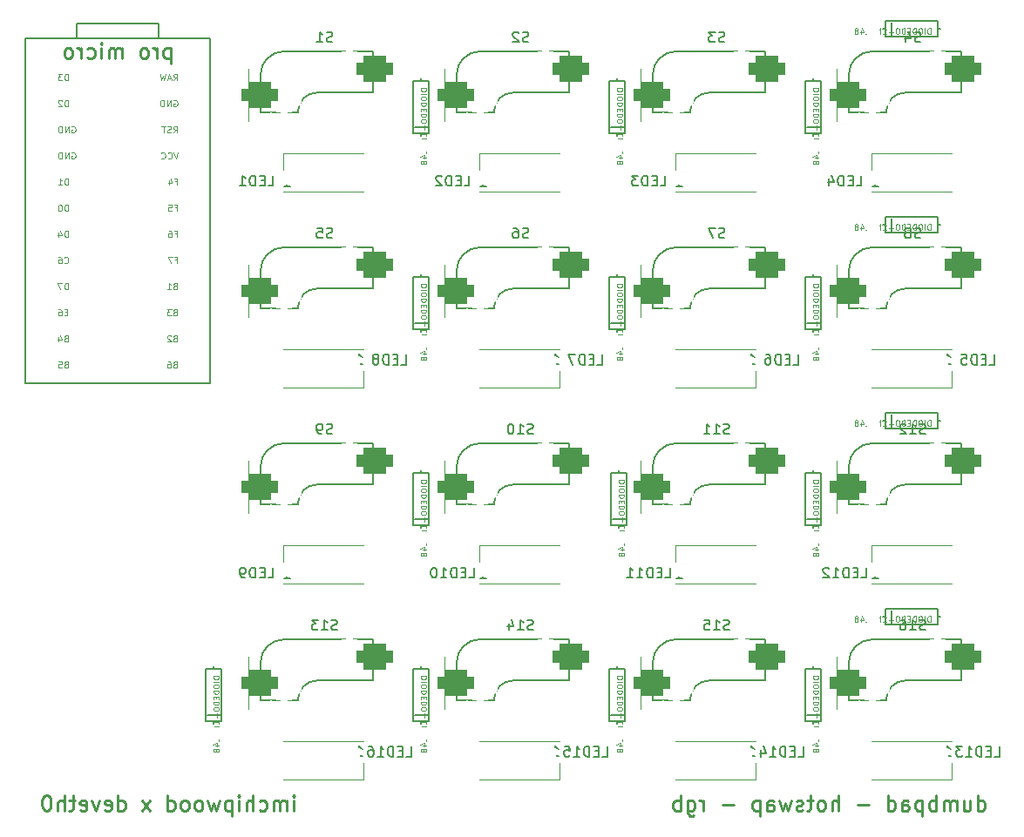
<source format=gbo>
%TF.GenerationSoftware,KiCad,Pcbnew,(6.0.9)*%
%TF.CreationDate,2022-11-11T19:07:55-07:00*%
%TF.ProjectId,dumbpad,64756d62-7061-4642-9e6b-696361645f70,rev?*%
%TF.SameCoordinates,Original*%
%TF.FileFunction,Legend,Bot*%
%TF.FilePolarity,Positive*%
%FSLAX46Y46*%
G04 Gerber Fmt 4.6, Leading zero omitted, Abs format (unit mm)*
G04 Created by KiCad (PCBNEW (6.0.9)) date 2022-11-11 19:07:55*
%MOMM*%
%LPD*%
G01*
G04 APERTURE LIST*
G04 Aperture macros list*
%AMRoundRect*
0 Rectangle with rounded corners*
0 $1 Rounding radius*
0 $2 $3 $4 $5 $6 $7 $8 $9 X,Y pos of 4 corners*
0 Add a 4 corners polygon primitive as box body*
4,1,4,$2,$3,$4,$5,$6,$7,$8,$9,$2,$3,0*
0 Add four circle primitives for the rounded corners*
1,1,$1+$1,$2,$3*
1,1,$1+$1,$4,$5*
1,1,$1+$1,$6,$7*
1,1,$1+$1,$8,$9*
0 Add four rect primitives between the rounded corners*
20,1,$1+$1,$2,$3,$4,$5,0*
20,1,$1+$1,$4,$5,$6,$7,0*
20,1,$1+$1,$6,$7,$8,$9,0*
20,1,$1+$1,$8,$9,$2,$3,0*%
G04 Aperture macros list end*
%ADD10C,0.152400*%
%ADD11C,0.262500*%
%ADD12C,0.112500*%
%ADD13C,0.200000*%
%ADD14C,0.044867*%
%ADD15C,0.150000*%
%ADD16C,0.120000*%
%ADD17C,0.203200*%
%ADD18R,1.700000X1.700000*%
%ADD19O,1.700000X1.700000*%
%ADD20C,2.006600*%
%ADD21C,2.100000*%
%ADD22R,2.000000X2.000000*%
%ADD23C,2.000000*%
%ADD24R,2.000000X3.200000*%
%ADD25C,4.100000*%
%ADD26C,1.700000*%
%ADD27C,3.600000*%
%ADD28RoundRect,0.625000X1.125000X0.625000X-1.125000X0.625000X-1.125000X-0.625000X1.125000X-0.625000X0*%
%ADD29C,1.477000*%
%ADD30R,1.700000X1.000000*%
G04 APERTURE END LIST*
D10*
X106051100Y-68253600D02*
X114051100Y-68253600D01*
X114051100Y-68253600D02*
X119051100Y-68253600D01*
X106051100Y-66753600D02*
X114051100Y-66753600D01*
X101051100Y-68253600D02*
X106051100Y-68253600D01*
X119051100Y-68253600D02*
X119051100Y-101753600D01*
X106051100Y-68253600D02*
X106051100Y-66753600D01*
X114051100Y-66753600D02*
X114051100Y-68253600D01*
X119051100Y-101753600D02*
X101051100Y-101753600D01*
X101051100Y-101753600D02*
X101051100Y-68253600D01*
D11*
X115186516Y-69191100D02*
X115186516Y-70678600D01*
X115186516Y-69261933D02*
X115044850Y-69191100D01*
X114761516Y-69191100D01*
X114619850Y-69261933D01*
X114549016Y-69332766D01*
X114478183Y-69474433D01*
X114478183Y-69899433D01*
X114549016Y-70041100D01*
X114619850Y-70111933D01*
X114761516Y-70182766D01*
X115044850Y-70182766D01*
X115186516Y-70111933D01*
X113840683Y-70182766D02*
X113840683Y-69191100D01*
X113840683Y-69474433D02*
X113769850Y-69332766D01*
X113699016Y-69261933D01*
X113557350Y-69191100D01*
X113415683Y-69191100D01*
X112707350Y-70182766D02*
X112849016Y-70111933D01*
X112919850Y-70041100D01*
X112990683Y-69899433D01*
X112990683Y-69474433D01*
X112919850Y-69332766D01*
X112849016Y-69261933D01*
X112707350Y-69191100D01*
X112494850Y-69191100D01*
X112353183Y-69261933D01*
X112282350Y-69332766D01*
X112211516Y-69474433D01*
X112211516Y-69899433D01*
X112282350Y-70041100D01*
X112353183Y-70111933D01*
X112494850Y-70182766D01*
X112707350Y-70182766D01*
X110440683Y-70182766D02*
X110440683Y-69191100D01*
X110440683Y-69332766D02*
X110369850Y-69261933D01*
X110228183Y-69191100D01*
X110015683Y-69191100D01*
X109874016Y-69261933D01*
X109803183Y-69403600D01*
X109803183Y-70182766D01*
X109803183Y-69403600D02*
X109732350Y-69261933D01*
X109590683Y-69191100D01*
X109378183Y-69191100D01*
X109236516Y-69261933D01*
X109165683Y-69403600D01*
X109165683Y-70182766D01*
X108457350Y-70182766D02*
X108457350Y-69191100D01*
X108457350Y-68695266D02*
X108528183Y-68766100D01*
X108457350Y-68836933D01*
X108386516Y-68766100D01*
X108457350Y-68695266D01*
X108457350Y-68836933D01*
X107111516Y-70111933D02*
X107253183Y-70182766D01*
X107536516Y-70182766D01*
X107678183Y-70111933D01*
X107749016Y-70041100D01*
X107819850Y-69899433D01*
X107819850Y-69474433D01*
X107749016Y-69332766D01*
X107678183Y-69261933D01*
X107536516Y-69191100D01*
X107253183Y-69191100D01*
X107111516Y-69261933D01*
X106474016Y-70182766D02*
X106474016Y-69191100D01*
X106474016Y-69474433D02*
X106403183Y-69332766D01*
X106332350Y-69261933D01*
X106190683Y-69191100D01*
X106049016Y-69191100D01*
X105340683Y-70182766D02*
X105482350Y-70111933D01*
X105553183Y-70041100D01*
X105624016Y-69899433D01*
X105624016Y-69474433D01*
X105553183Y-69332766D01*
X105482350Y-69261933D01*
X105340683Y-69191100D01*
X105128183Y-69191100D01*
X104986516Y-69261933D01*
X104915683Y-69332766D01*
X104844850Y-69474433D01*
X104844850Y-69899433D01*
X104915683Y-70041100D01*
X104986516Y-70111933D01*
X105128183Y-70182766D01*
X105340683Y-70182766D01*
D12*
X104852796Y-90051278D02*
X104883153Y-90081635D01*
X104974225Y-90111992D01*
X105034939Y-90111992D01*
X105126010Y-90081635D01*
X105186725Y-90020921D01*
X105217082Y-89960207D01*
X105247439Y-89838778D01*
X105247439Y-89747707D01*
X105217082Y-89626278D01*
X105186725Y-89565564D01*
X105126010Y-89504850D01*
X105034939Y-89474492D01*
X104974225Y-89474492D01*
X104883153Y-89504850D01*
X104852796Y-89535207D01*
X104306367Y-89474492D02*
X104427796Y-89474492D01*
X104488510Y-89504850D01*
X104518867Y-89535207D01*
X104579582Y-89626278D01*
X104609939Y-89747707D01*
X104609939Y-89990564D01*
X104579582Y-90051278D01*
X104549225Y-90081635D01*
X104488510Y-90111992D01*
X104367082Y-90111992D01*
X104306367Y-90081635D01*
X104276010Y-90051278D01*
X104245653Y-89990564D01*
X104245653Y-89838778D01*
X104276010Y-89778064D01*
X104306367Y-89747707D01*
X104367082Y-89717350D01*
X104488510Y-89717350D01*
X104549225Y-89747707D01*
X104579582Y-89778064D01*
X104609939Y-89838778D01*
X105156367Y-94858064D02*
X104943867Y-94858064D01*
X104852796Y-95191992D02*
X105156367Y-95191992D01*
X105156367Y-94554492D01*
X104852796Y-94554492D01*
X104306367Y-94554492D02*
X104427796Y-94554492D01*
X104488510Y-94584850D01*
X104518867Y-94615207D01*
X104579582Y-94706278D01*
X104609939Y-94827707D01*
X104609939Y-95070564D01*
X104579582Y-95131278D01*
X104549225Y-95161635D01*
X104488510Y-95191992D01*
X104367082Y-95191992D01*
X104306367Y-95161635D01*
X104276010Y-95131278D01*
X104245653Y-95070564D01*
X104245653Y-94918778D01*
X104276010Y-94858064D01*
X104306367Y-94827707D01*
X104367082Y-94797350D01*
X104488510Y-94797350D01*
X104549225Y-94827707D01*
X104579582Y-94858064D01*
X104609939Y-94918778D01*
X115613689Y-94858064D02*
X115522617Y-94888421D01*
X115492260Y-94918778D01*
X115461903Y-94979492D01*
X115461903Y-95070564D01*
X115492260Y-95131278D01*
X115522617Y-95161635D01*
X115583332Y-95191992D01*
X115826189Y-95191992D01*
X115826189Y-94554492D01*
X115613689Y-94554492D01*
X115552975Y-94584850D01*
X115522617Y-94615207D01*
X115492260Y-94675921D01*
X115492260Y-94736635D01*
X115522617Y-94797350D01*
X115552975Y-94827707D01*
X115613689Y-94858064D01*
X115826189Y-94858064D01*
X115249403Y-94554492D02*
X114854760Y-94554492D01*
X115067260Y-94797350D01*
X114976189Y-94797350D01*
X114915475Y-94827707D01*
X114885117Y-94858064D01*
X114854760Y-94918778D01*
X114854760Y-95070564D01*
X114885117Y-95131278D01*
X114915475Y-95161635D01*
X114976189Y-95191992D01*
X115158332Y-95191992D01*
X115219046Y-95161635D01*
X115249403Y-95131278D01*
X115917260Y-79314492D02*
X115704760Y-79951992D01*
X115492260Y-79314492D01*
X114915475Y-79891278D02*
X114945832Y-79921635D01*
X115036903Y-79951992D01*
X115097617Y-79951992D01*
X115188689Y-79921635D01*
X115249403Y-79860921D01*
X115279760Y-79800207D01*
X115310117Y-79678778D01*
X115310117Y-79587707D01*
X115279760Y-79466278D01*
X115249403Y-79405564D01*
X115188689Y-79344850D01*
X115097617Y-79314492D01*
X115036903Y-79314492D01*
X114945832Y-79344850D01*
X114915475Y-79375207D01*
X114277975Y-79891278D02*
X114308332Y-79921635D01*
X114399403Y-79951992D01*
X114460117Y-79951992D01*
X114551189Y-79921635D01*
X114611903Y-79860921D01*
X114642260Y-79800207D01*
X114672617Y-79678778D01*
X114672617Y-79587707D01*
X114642260Y-79466278D01*
X114611903Y-79405564D01*
X114551189Y-79344850D01*
X114460117Y-79314492D01*
X114399403Y-79314492D01*
X114308332Y-79344850D01*
X114277975Y-79375207D01*
X115613689Y-87238064D02*
X115826189Y-87238064D01*
X115826189Y-87571992D02*
X115826189Y-86934492D01*
X115522617Y-86934492D01*
X115006546Y-86934492D02*
X115127975Y-86934492D01*
X115188689Y-86964850D01*
X115219046Y-86995207D01*
X115279760Y-87086278D01*
X115310117Y-87207707D01*
X115310117Y-87450564D01*
X115279760Y-87511278D01*
X115249403Y-87541635D01*
X115188689Y-87571992D01*
X115067260Y-87571992D01*
X115006546Y-87541635D01*
X114976189Y-87511278D01*
X114945832Y-87450564D01*
X114945832Y-87298778D01*
X114976189Y-87238064D01*
X115006546Y-87207707D01*
X115067260Y-87177350D01*
X115188689Y-87177350D01*
X115249403Y-87207707D01*
X115279760Y-87238064D01*
X115310117Y-87298778D01*
X105217082Y-92651992D02*
X105217082Y-92014492D01*
X105065296Y-92014492D01*
X104974225Y-92044850D01*
X104913510Y-92105564D01*
X104883153Y-92166278D01*
X104852796Y-92287707D01*
X104852796Y-92378778D01*
X104883153Y-92500207D01*
X104913510Y-92560921D01*
X104974225Y-92621635D01*
X105065296Y-92651992D01*
X105217082Y-92651992D01*
X104640296Y-92014492D02*
X104215296Y-92014492D01*
X104488510Y-92651992D01*
X115613689Y-89778064D02*
X115826189Y-89778064D01*
X115826189Y-90111992D02*
X115826189Y-89474492D01*
X115522617Y-89474492D01*
X115340475Y-89474492D02*
X114915475Y-89474492D01*
X115188689Y-90111992D01*
X105581367Y-79344850D02*
X105642082Y-79314492D01*
X105733153Y-79314492D01*
X105824225Y-79344850D01*
X105884939Y-79405564D01*
X105915296Y-79466278D01*
X105945653Y-79587707D01*
X105945653Y-79678778D01*
X105915296Y-79800207D01*
X105884939Y-79860921D01*
X105824225Y-79921635D01*
X105733153Y-79951992D01*
X105672439Y-79951992D01*
X105581367Y-79921635D01*
X105551010Y-79891278D01*
X105551010Y-79678778D01*
X105672439Y-79678778D01*
X105277796Y-79951992D02*
X105277796Y-79314492D01*
X104913510Y-79951992D01*
X104913510Y-79314492D01*
X104609939Y-79951992D02*
X104609939Y-79314492D01*
X104458153Y-79314492D01*
X104367082Y-79344850D01*
X104306367Y-79405564D01*
X104276010Y-79466278D01*
X104245653Y-79587707D01*
X104245653Y-79678778D01*
X104276010Y-79800207D01*
X104306367Y-79860921D01*
X104367082Y-79921635D01*
X104458153Y-79951992D01*
X104609939Y-79951992D01*
X115613689Y-99938064D02*
X115522617Y-99968421D01*
X115492260Y-99998778D01*
X115461903Y-100059492D01*
X115461903Y-100150564D01*
X115492260Y-100211278D01*
X115522617Y-100241635D01*
X115583332Y-100271992D01*
X115826189Y-100271992D01*
X115826189Y-99634492D01*
X115613689Y-99634492D01*
X115552975Y-99664850D01*
X115522617Y-99695207D01*
X115492260Y-99755921D01*
X115492260Y-99816635D01*
X115522617Y-99877350D01*
X115552975Y-99907707D01*
X115613689Y-99938064D01*
X115826189Y-99938064D01*
X114915475Y-99634492D02*
X115036903Y-99634492D01*
X115097617Y-99664850D01*
X115127975Y-99695207D01*
X115188689Y-99786278D01*
X115219046Y-99907707D01*
X115219046Y-100150564D01*
X115188689Y-100211278D01*
X115158332Y-100241635D01*
X115097617Y-100271992D01*
X114976189Y-100271992D01*
X114915475Y-100241635D01*
X114885117Y-100211278D01*
X114854760Y-100150564D01*
X114854760Y-99998778D01*
X114885117Y-99938064D01*
X114915475Y-99907707D01*
X114976189Y-99877350D01*
X115097617Y-99877350D01*
X115158332Y-99907707D01*
X115188689Y-99938064D01*
X115219046Y-99998778D01*
X105217082Y-87571992D02*
X105217082Y-86934492D01*
X105065296Y-86934492D01*
X104974225Y-86964850D01*
X104913510Y-87025564D01*
X104883153Y-87086278D01*
X104852796Y-87207707D01*
X104852796Y-87298778D01*
X104883153Y-87420207D01*
X104913510Y-87480921D01*
X104974225Y-87541635D01*
X105065296Y-87571992D01*
X105217082Y-87571992D01*
X104306367Y-87146992D02*
X104306367Y-87571992D01*
X104458153Y-86904135D02*
X104609939Y-87359492D01*
X104215296Y-87359492D01*
X105004582Y-99938064D02*
X104913510Y-99968421D01*
X104883153Y-99998778D01*
X104852796Y-100059492D01*
X104852796Y-100150564D01*
X104883153Y-100211278D01*
X104913510Y-100241635D01*
X104974225Y-100271992D01*
X105217082Y-100271992D01*
X105217082Y-99634492D01*
X105004582Y-99634492D01*
X104943867Y-99664850D01*
X104913510Y-99695207D01*
X104883153Y-99755921D01*
X104883153Y-99816635D01*
X104913510Y-99877350D01*
X104943867Y-99907707D01*
X105004582Y-99938064D01*
X105217082Y-99938064D01*
X104276010Y-99634492D02*
X104579582Y-99634492D01*
X104609939Y-99938064D01*
X104579582Y-99907707D01*
X104518867Y-99877350D01*
X104367082Y-99877350D01*
X104306367Y-99907707D01*
X104276010Y-99938064D01*
X104245653Y-99998778D01*
X104245653Y-100150564D01*
X104276010Y-100211278D01*
X104306367Y-100241635D01*
X104367082Y-100271992D01*
X104518867Y-100271992D01*
X104579582Y-100241635D01*
X104609939Y-100211278D01*
X115461903Y-77411992D02*
X115674403Y-77108421D01*
X115826189Y-77411992D02*
X115826189Y-76774492D01*
X115583332Y-76774492D01*
X115522617Y-76804850D01*
X115492260Y-76835207D01*
X115461903Y-76895921D01*
X115461903Y-76986992D01*
X115492260Y-77047707D01*
X115522617Y-77078064D01*
X115583332Y-77108421D01*
X115826189Y-77108421D01*
X115219046Y-77381635D02*
X115127975Y-77411992D01*
X114976189Y-77411992D01*
X114915475Y-77381635D01*
X114885117Y-77351278D01*
X114854760Y-77290564D01*
X114854760Y-77229850D01*
X114885117Y-77169135D01*
X114915475Y-77138778D01*
X114976189Y-77108421D01*
X115097617Y-77078064D01*
X115158332Y-77047707D01*
X115188689Y-77017350D01*
X115219046Y-76956635D01*
X115219046Y-76895921D01*
X115188689Y-76835207D01*
X115158332Y-76804850D01*
X115097617Y-76774492D01*
X114945832Y-76774492D01*
X114854760Y-76804850D01*
X114672617Y-76774492D02*
X114308332Y-76774492D01*
X114490475Y-77411992D02*
X114490475Y-76774492D01*
X115461903Y-72331992D02*
X115674403Y-72028421D01*
X115826189Y-72331992D02*
X115826189Y-71694492D01*
X115583332Y-71694492D01*
X115522617Y-71724850D01*
X115492260Y-71755207D01*
X115461903Y-71815921D01*
X115461903Y-71906992D01*
X115492260Y-71967707D01*
X115522617Y-71998064D01*
X115583332Y-72028421D01*
X115826189Y-72028421D01*
X115219046Y-72149850D02*
X114915475Y-72149850D01*
X115279760Y-72331992D02*
X115067260Y-71694492D01*
X114854760Y-72331992D01*
X114702975Y-71694492D02*
X114551189Y-72331992D01*
X114429760Y-71876635D01*
X114308332Y-72331992D01*
X114156546Y-71694492D01*
X115492260Y-74264850D02*
X115552975Y-74234492D01*
X115644046Y-74234492D01*
X115735117Y-74264850D01*
X115795832Y-74325564D01*
X115826189Y-74386278D01*
X115856546Y-74507707D01*
X115856546Y-74598778D01*
X115826189Y-74720207D01*
X115795832Y-74780921D01*
X115735117Y-74841635D01*
X115644046Y-74871992D01*
X115583332Y-74871992D01*
X115492260Y-74841635D01*
X115461903Y-74811278D01*
X115461903Y-74598778D01*
X115583332Y-74598778D01*
X115188689Y-74871992D02*
X115188689Y-74234492D01*
X114824403Y-74871992D01*
X114824403Y-74234492D01*
X114520832Y-74871992D02*
X114520832Y-74234492D01*
X114369046Y-74234492D01*
X114277975Y-74264850D01*
X114217260Y-74325564D01*
X114186903Y-74386278D01*
X114156546Y-74507707D01*
X114156546Y-74598778D01*
X114186903Y-74720207D01*
X114217260Y-74780921D01*
X114277975Y-74841635D01*
X114369046Y-74871992D01*
X114520832Y-74871992D01*
X105217082Y-72331992D02*
X105217082Y-71694492D01*
X105065296Y-71694492D01*
X104974225Y-71724850D01*
X104913510Y-71785564D01*
X104883153Y-71846278D01*
X104852796Y-71967707D01*
X104852796Y-72058778D01*
X104883153Y-72180207D01*
X104913510Y-72240921D01*
X104974225Y-72301635D01*
X105065296Y-72331992D01*
X105217082Y-72331992D01*
X104640296Y-71694492D02*
X104245653Y-71694492D01*
X104458153Y-71937350D01*
X104367082Y-71937350D01*
X104306367Y-71967707D01*
X104276010Y-71998064D01*
X104245653Y-72058778D01*
X104245653Y-72210564D01*
X104276010Y-72271278D01*
X104306367Y-72301635D01*
X104367082Y-72331992D01*
X104549225Y-72331992D01*
X104609939Y-72301635D01*
X104640296Y-72271278D01*
X105217082Y-85031992D02*
X105217082Y-84394492D01*
X105065296Y-84394492D01*
X104974225Y-84424850D01*
X104913510Y-84485564D01*
X104883153Y-84546278D01*
X104852796Y-84667707D01*
X104852796Y-84758778D01*
X104883153Y-84880207D01*
X104913510Y-84940921D01*
X104974225Y-85001635D01*
X105065296Y-85031992D01*
X105217082Y-85031992D01*
X104458153Y-84394492D02*
X104397439Y-84394492D01*
X104336725Y-84424850D01*
X104306367Y-84455207D01*
X104276010Y-84515921D01*
X104245653Y-84637350D01*
X104245653Y-84789135D01*
X104276010Y-84910564D01*
X104306367Y-84971278D01*
X104336725Y-85001635D01*
X104397439Y-85031992D01*
X104458153Y-85031992D01*
X104518867Y-85001635D01*
X104549225Y-84971278D01*
X104579582Y-84910564D01*
X104609939Y-84789135D01*
X104609939Y-84637350D01*
X104579582Y-84515921D01*
X104549225Y-84455207D01*
X104518867Y-84424850D01*
X104458153Y-84394492D01*
X115613689Y-92318064D02*
X115522617Y-92348421D01*
X115492260Y-92378778D01*
X115461903Y-92439492D01*
X115461903Y-92530564D01*
X115492260Y-92591278D01*
X115522617Y-92621635D01*
X115583332Y-92651992D01*
X115826189Y-92651992D01*
X115826189Y-92014492D01*
X115613689Y-92014492D01*
X115552975Y-92044850D01*
X115522617Y-92075207D01*
X115492260Y-92135921D01*
X115492260Y-92196635D01*
X115522617Y-92257350D01*
X115552975Y-92287707D01*
X115613689Y-92318064D01*
X115826189Y-92318064D01*
X114854760Y-92651992D02*
X115219046Y-92651992D01*
X115036903Y-92651992D02*
X115036903Y-92014492D01*
X115097617Y-92105564D01*
X115158332Y-92166278D01*
X115219046Y-92196635D01*
X115613689Y-97398064D02*
X115522617Y-97428421D01*
X115492260Y-97458778D01*
X115461903Y-97519492D01*
X115461903Y-97610564D01*
X115492260Y-97671278D01*
X115522617Y-97701635D01*
X115583332Y-97731992D01*
X115826189Y-97731992D01*
X115826189Y-97094492D01*
X115613689Y-97094492D01*
X115552975Y-97124850D01*
X115522617Y-97155207D01*
X115492260Y-97215921D01*
X115492260Y-97276635D01*
X115522617Y-97337350D01*
X115552975Y-97367707D01*
X115613689Y-97398064D01*
X115826189Y-97398064D01*
X115219046Y-97155207D02*
X115188689Y-97124850D01*
X115127975Y-97094492D01*
X114976189Y-97094492D01*
X114915475Y-97124850D01*
X114885117Y-97155207D01*
X114854760Y-97215921D01*
X114854760Y-97276635D01*
X114885117Y-97367707D01*
X115249403Y-97731992D01*
X114854760Y-97731992D01*
X105217082Y-82491992D02*
X105217082Y-81854492D01*
X105065296Y-81854492D01*
X104974225Y-81884850D01*
X104913510Y-81945564D01*
X104883153Y-82006278D01*
X104852796Y-82127707D01*
X104852796Y-82218778D01*
X104883153Y-82340207D01*
X104913510Y-82400921D01*
X104974225Y-82461635D01*
X105065296Y-82491992D01*
X105217082Y-82491992D01*
X104245653Y-82491992D02*
X104609939Y-82491992D01*
X104427796Y-82491992D02*
X104427796Y-81854492D01*
X104488510Y-81945564D01*
X104549225Y-82006278D01*
X104609939Y-82036635D01*
D11*
X127142558Y-143307766D02*
X127142558Y-142316100D01*
X127142558Y-141820266D02*
X127213391Y-141891100D01*
X127142558Y-141961933D01*
X127071725Y-141891100D01*
X127142558Y-141820266D01*
X127142558Y-141961933D01*
X126434225Y-143307766D02*
X126434225Y-142316100D01*
X126434225Y-142457766D02*
X126363391Y-142386933D01*
X126221725Y-142316100D01*
X126009225Y-142316100D01*
X125867558Y-142386933D01*
X125796725Y-142528600D01*
X125796725Y-143307766D01*
X125796725Y-142528600D02*
X125725891Y-142386933D01*
X125584225Y-142316100D01*
X125371725Y-142316100D01*
X125230058Y-142386933D01*
X125159225Y-142528600D01*
X125159225Y-143307766D01*
X123813391Y-143236933D02*
X123955058Y-143307766D01*
X124238391Y-143307766D01*
X124380058Y-143236933D01*
X124450891Y-143166100D01*
X124521725Y-143024433D01*
X124521725Y-142599433D01*
X124450891Y-142457766D01*
X124380058Y-142386933D01*
X124238391Y-142316100D01*
X123955058Y-142316100D01*
X123813391Y-142386933D01*
X123175891Y-143307766D02*
X123175891Y-141820266D01*
X122538391Y-143307766D02*
X122538391Y-142528600D01*
X122609225Y-142386933D01*
X122750891Y-142316100D01*
X122963391Y-142316100D01*
X123105058Y-142386933D01*
X123175891Y-142457766D01*
X121830058Y-143307766D02*
X121830058Y-142316100D01*
X121830058Y-141820266D02*
X121900891Y-141891100D01*
X121830058Y-141961933D01*
X121759225Y-141891100D01*
X121830058Y-141820266D01*
X121830058Y-141961933D01*
X121121725Y-142316100D02*
X121121725Y-143803600D01*
X121121725Y-142386933D02*
X120980058Y-142316100D01*
X120696725Y-142316100D01*
X120555058Y-142386933D01*
X120484225Y-142457766D01*
X120413391Y-142599433D01*
X120413391Y-143024433D01*
X120484225Y-143166100D01*
X120555058Y-143236933D01*
X120696725Y-143307766D01*
X120980058Y-143307766D01*
X121121725Y-143236933D01*
X119917558Y-142316100D02*
X119634225Y-143307766D01*
X119350891Y-142599433D01*
X119067558Y-143307766D01*
X118784225Y-142316100D01*
X118005058Y-143307766D02*
X118146725Y-143236933D01*
X118217558Y-143166100D01*
X118288391Y-143024433D01*
X118288391Y-142599433D01*
X118217558Y-142457766D01*
X118146725Y-142386933D01*
X118005058Y-142316100D01*
X117792558Y-142316100D01*
X117650891Y-142386933D01*
X117580058Y-142457766D01*
X117509225Y-142599433D01*
X117509225Y-143024433D01*
X117580058Y-143166100D01*
X117650891Y-143236933D01*
X117792558Y-143307766D01*
X118005058Y-143307766D01*
X116659225Y-143307766D02*
X116800891Y-143236933D01*
X116871725Y-143166100D01*
X116942558Y-143024433D01*
X116942558Y-142599433D01*
X116871725Y-142457766D01*
X116800891Y-142386933D01*
X116659225Y-142316100D01*
X116446725Y-142316100D01*
X116305058Y-142386933D01*
X116234225Y-142457766D01*
X116163391Y-142599433D01*
X116163391Y-143024433D01*
X116234225Y-143166100D01*
X116305058Y-143236933D01*
X116446725Y-143307766D01*
X116659225Y-143307766D01*
X114888391Y-143307766D02*
X114888391Y-141820266D01*
X114888391Y-143236933D02*
X115030058Y-143307766D01*
X115313391Y-143307766D01*
X115455058Y-143236933D01*
X115525891Y-143166100D01*
X115596725Y-143024433D01*
X115596725Y-142599433D01*
X115525891Y-142457766D01*
X115455058Y-142386933D01*
X115313391Y-142316100D01*
X115030058Y-142316100D01*
X114888391Y-142386933D01*
X113188391Y-143307766D02*
X112409225Y-142316100D01*
X113188391Y-142316100D02*
X112409225Y-143307766D01*
X110071725Y-143307766D02*
X110071725Y-141820266D01*
X110071725Y-143236933D02*
X110213391Y-143307766D01*
X110496725Y-143307766D01*
X110638391Y-143236933D01*
X110709225Y-143166100D01*
X110780058Y-143024433D01*
X110780058Y-142599433D01*
X110709225Y-142457766D01*
X110638391Y-142386933D01*
X110496725Y-142316100D01*
X110213391Y-142316100D01*
X110071725Y-142386933D01*
X108796725Y-143236933D02*
X108938391Y-143307766D01*
X109221725Y-143307766D01*
X109363391Y-143236933D01*
X109434225Y-143095266D01*
X109434225Y-142528600D01*
X109363391Y-142386933D01*
X109221725Y-142316100D01*
X108938391Y-142316100D01*
X108796725Y-142386933D01*
X108725891Y-142528600D01*
X108725891Y-142670266D01*
X109434225Y-142811933D01*
X108230058Y-142316100D02*
X107875891Y-143307766D01*
X107521725Y-142316100D01*
X106388391Y-143236933D02*
X106530058Y-143307766D01*
X106813391Y-143307766D01*
X106955058Y-143236933D01*
X107025891Y-143095266D01*
X107025891Y-142528600D01*
X106955058Y-142386933D01*
X106813391Y-142316100D01*
X106530058Y-142316100D01*
X106388391Y-142386933D01*
X106317558Y-142528600D01*
X106317558Y-142670266D01*
X107025891Y-142811933D01*
X105892558Y-142316100D02*
X105325891Y-142316100D01*
X105680058Y-141820266D02*
X105680058Y-143095266D01*
X105609225Y-143236933D01*
X105467558Y-143307766D01*
X105325891Y-143307766D01*
X104830058Y-143307766D02*
X104830058Y-141820266D01*
X104192558Y-143307766D02*
X104192558Y-142528600D01*
X104263391Y-142386933D01*
X104405058Y-142316100D01*
X104617558Y-142316100D01*
X104759225Y-142386933D01*
X104830058Y-142457766D01*
X103200891Y-141820266D02*
X103059225Y-141820266D01*
X102917558Y-141891100D01*
X102846725Y-141961933D01*
X102775891Y-142103600D01*
X102705058Y-142386933D01*
X102705058Y-142741100D01*
X102775891Y-143024433D01*
X102846725Y-143166100D01*
X102917558Y-143236933D01*
X103059225Y-143307766D01*
X103200891Y-143307766D01*
X103342558Y-143236933D01*
X103413391Y-143166100D01*
X103484225Y-143024433D01*
X103555058Y-142741100D01*
X103555058Y-142386933D01*
X103484225Y-142103600D01*
X103413391Y-141961933D01*
X103342558Y-141891100D01*
X103200891Y-141820266D01*
D12*
X105217082Y-74871992D02*
X105217082Y-74234492D01*
X105065296Y-74234492D01*
X104974225Y-74264850D01*
X104913510Y-74325564D01*
X104883153Y-74386278D01*
X104852796Y-74507707D01*
X104852796Y-74598778D01*
X104883153Y-74720207D01*
X104913510Y-74780921D01*
X104974225Y-74841635D01*
X105065296Y-74871992D01*
X105217082Y-74871992D01*
X104609939Y-74295207D02*
X104579582Y-74264850D01*
X104518867Y-74234492D01*
X104367082Y-74234492D01*
X104306367Y-74264850D01*
X104276010Y-74295207D01*
X104245653Y-74355921D01*
X104245653Y-74416635D01*
X104276010Y-74507707D01*
X104640296Y-74871992D01*
X104245653Y-74871992D01*
X115613689Y-84698064D02*
X115826189Y-84698064D01*
X115826189Y-85031992D02*
X115826189Y-84394492D01*
X115522617Y-84394492D01*
X114976189Y-84394492D02*
X115279760Y-84394492D01*
X115310117Y-84698064D01*
X115279760Y-84667707D01*
X115219046Y-84637350D01*
X115067260Y-84637350D01*
X115006546Y-84667707D01*
X114976189Y-84698064D01*
X114945832Y-84758778D01*
X114945832Y-84910564D01*
X114976189Y-84971278D01*
X115006546Y-85001635D01*
X115067260Y-85031992D01*
X115219046Y-85031992D01*
X115279760Y-85001635D01*
X115310117Y-84971278D01*
X105581367Y-76804850D02*
X105642082Y-76774492D01*
X105733153Y-76774492D01*
X105824225Y-76804850D01*
X105884939Y-76865564D01*
X105915296Y-76926278D01*
X105945653Y-77047707D01*
X105945653Y-77138778D01*
X105915296Y-77260207D01*
X105884939Y-77320921D01*
X105824225Y-77381635D01*
X105733153Y-77411992D01*
X105672439Y-77411992D01*
X105581367Y-77381635D01*
X105551010Y-77351278D01*
X105551010Y-77138778D01*
X105672439Y-77138778D01*
X105277796Y-77411992D02*
X105277796Y-76774492D01*
X104913510Y-77411992D01*
X104913510Y-76774492D01*
X104609939Y-77411992D02*
X104609939Y-76774492D01*
X104458153Y-76774492D01*
X104367082Y-76804850D01*
X104306367Y-76865564D01*
X104276010Y-76926278D01*
X104245653Y-77047707D01*
X104245653Y-77138778D01*
X104276010Y-77260207D01*
X104306367Y-77320921D01*
X104367082Y-77381635D01*
X104458153Y-77411992D01*
X104609939Y-77411992D01*
X105004582Y-97398064D02*
X104913510Y-97428421D01*
X104883153Y-97458778D01*
X104852796Y-97519492D01*
X104852796Y-97610564D01*
X104883153Y-97671278D01*
X104913510Y-97701635D01*
X104974225Y-97731992D01*
X105217082Y-97731992D01*
X105217082Y-97094492D01*
X105004582Y-97094492D01*
X104943867Y-97124850D01*
X104913510Y-97155207D01*
X104883153Y-97215921D01*
X104883153Y-97276635D01*
X104913510Y-97337350D01*
X104943867Y-97367707D01*
X105004582Y-97398064D01*
X105217082Y-97398064D01*
X104306367Y-97306992D02*
X104306367Y-97731992D01*
X104458153Y-97064135D02*
X104609939Y-97519492D01*
X104215296Y-97519492D01*
D11*
X193588808Y-143307766D02*
X193588808Y-141820266D01*
X193588808Y-143236933D02*
X193730475Y-143307766D01*
X194013808Y-143307766D01*
X194155475Y-143236933D01*
X194226308Y-143166100D01*
X194297141Y-143024433D01*
X194297141Y-142599433D01*
X194226308Y-142457766D01*
X194155475Y-142386933D01*
X194013808Y-142316100D01*
X193730475Y-142316100D01*
X193588808Y-142386933D01*
X192242975Y-142316100D02*
X192242975Y-143307766D01*
X192880475Y-142316100D02*
X192880475Y-143095266D01*
X192809641Y-143236933D01*
X192667975Y-143307766D01*
X192455475Y-143307766D01*
X192313808Y-143236933D01*
X192242975Y-143166100D01*
X191534641Y-143307766D02*
X191534641Y-142316100D01*
X191534641Y-142457766D02*
X191463808Y-142386933D01*
X191322141Y-142316100D01*
X191109641Y-142316100D01*
X190967975Y-142386933D01*
X190897141Y-142528600D01*
X190897141Y-143307766D01*
X190897141Y-142528600D02*
X190826308Y-142386933D01*
X190684641Y-142316100D01*
X190472141Y-142316100D01*
X190330475Y-142386933D01*
X190259641Y-142528600D01*
X190259641Y-143307766D01*
X189551308Y-143307766D02*
X189551308Y-141820266D01*
X189551308Y-142386933D02*
X189409641Y-142316100D01*
X189126308Y-142316100D01*
X188984641Y-142386933D01*
X188913808Y-142457766D01*
X188842975Y-142599433D01*
X188842975Y-143024433D01*
X188913808Y-143166100D01*
X188984641Y-143236933D01*
X189126308Y-143307766D01*
X189409641Y-143307766D01*
X189551308Y-143236933D01*
X188205475Y-142316100D02*
X188205475Y-143803600D01*
X188205475Y-142386933D02*
X188063808Y-142316100D01*
X187780475Y-142316100D01*
X187638808Y-142386933D01*
X187567975Y-142457766D01*
X187497141Y-142599433D01*
X187497141Y-143024433D01*
X187567975Y-143166100D01*
X187638808Y-143236933D01*
X187780475Y-143307766D01*
X188063808Y-143307766D01*
X188205475Y-143236933D01*
X186222141Y-143307766D02*
X186222141Y-142528600D01*
X186292975Y-142386933D01*
X186434641Y-142316100D01*
X186717975Y-142316100D01*
X186859641Y-142386933D01*
X186222141Y-143236933D02*
X186363808Y-143307766D01*
X186717975Y-143307766D01*
X186859641Y-143236933D01*
X186930475Y-143095266D01*
X186930475Y-142953600D01*
X186859641Y-142811933D01*
X186717975Y-142741100D01*
X186363808Y-142741100D01*
X186222141Y-142670266D01*
X184876308Y-143307766D02*
X184876308Y-141820266D01*
X184876308Y-143236933D02*
X185017975Y-143307766D01*
X185301308Y-143307766D01*
X185442975Y-143236933D01*
X185513808Y-143166100D01*
X185584641Y-143024433D01*
X185584641Y-142599433D01*
X185513808Y-142457766D01*
X185442975Y-142386933D01*
X185301308Y-142316100D01*
X185017975Y-142316100D01*
X184876308Y-142386933D01*
X183034641Y-142741100D02*
X181901308Y-142741100D01*
X180059641Y-143307766D02*
X180059641Y-141820266D01*
X179422141Y-143307766D02*
X179422141Y-142528600D01*
X179492975Y-142386933D01*
X179634641Y-142316100D01*
X179847141Y-142316100D01*
X179988808Y-142386933D01*
X180059641Y-142457766D01*
X178501308Y-143307766D02*
X178642975Y-143236933D01*
X178713808Y-143166100D01*
X178784641Y-143024433D01*
X178784641Y-142599433D01*
X178713808Y-142457766D01*
X178642975Y-142386933D01*
X178501308Y-142316100D01*
X178288808Y-142316100D01*
X178147141Y-142386933D01*
X178076308Y-142457766D01*
X178005475Y-142599433D01*
X178005475Y-143024433D01*
X178076308Y-143166100D01*
X178147141Y-143236933D01*
X178288808Y-143307766D01*
X178501308Y-143307766D01*
X177580475Y-142316100D02*
X177013808Y-142316100D01*
X177367975Y-141820266D02*
X177367975Y-143095266D01*
X177297141Y-143236933D01*
X177155475Y-143307766D01*
X177013808Y-143307766D01*
X176588808Y-143236933D02*
X176447141Y-143307766D01*
X176163808Y-143307766D01*
X176022141Y-143236933D01*
X175951308Y-143095266D01*
X175951308Y-143024433D01*
X176022141Y-142882766D01*
X176163808Y-142811933D01*
X176376308Y-142811933D01*
X176517975Y-142741100D01*
X176588808Y-142599433D01*
X176588808Y-142528600D01*
X176517975Y-142386933D01*
X176376308Y-142316100D01*
X176163808Y-142316100D01*
X176022141Y-142386933D01*
X175455475Y-142316100D02*
X175172141Y-143307766D01*
X174888808Y-142599433D01*
X174605475Y-143307766D01*
X174322141Y-142316100D01*
X173117975Y-143307766D02*
X173117975Y-142528600D01*
X173188808Y-142386933D01*
X173330475Y-142316100D01*
X173613808Y-142316100D01*
X173755475Y-142386933D01*
X173117975Y-143236933D02*
X173259641Y-143307766D01*
X173613808Y-143307766D01*
X173755475Y-143236933D01*
X173826308Y-143095266D01*
X173826308Y-142953600D01*
X173755475Y-142811933D01*
X173613808Y-142741100D01*
X173259641Y-142741100D01*
X173117975Y-142670266D01*
X172409641Y-142316100D02*
X172409641Y-143803600D01*
X172409641Y-142386933D02*
X172267975Y-142316100D01*
X171984641Y-142316100D01*
X171842975Y-142386933D01*
X171772141Y-142457766D01*
X171701308Y-142599433D01*
X171701308Y-143024433D01*
X171772141Y-143166100D01*
X171842975Y-143236933D01*
X171984641Y-143307766D01*
X172267975Y-143307766D01*
X172409641Y-143236933D01*
X169930475Y-142741100D02*
X168797141Y-142741100D01*
X166955475Y-143307766D02*
X166955475Y-142316100D01*
X166955475Y-142599433D02*
X166884641Y-142457766D01*
X166813808Y-142386933D01*
X166672141Y-142316100D01*
X166530475Y-142316100D01*
X165397141Y-142316100D02*
X165397141Y-143520266D01*
X165467975Y-143661933D01*
X165538808Y-143732766D01*
X165680475Y-143803600D01*
X165892975Y-143803600D01*
X166034641Y-143732766D01*
X165397141Y-143236933D02*
X165538808Y-143307766D01*
X165822141Y-143307766D01*
X165963808Y-143236933D01*
X166034641Y-143166100D01*
X166105475Y-143024433D01*
X166105475Y-142599433D01*
X166034641Y-142457766D01*
X165963808Y-142386933D01*
X165822141Y-142316100D01*
X165538808Y-142316100D01*
X165397141Y-142386933D01*
X164688808Y-143307766D02*
X164688808Y-141820266D01*
X164688808Y-142386933D02*
X164547141Y-142316100D01*
X164263808Y-142316100D01*
X164122141Y-142386933D01*
X164051308Y-142457766D01*
X163980475Y-142599433D01*
X163980475Y-143024433D01*
X164051308Y-143166100D01*
X164122141Y-143236933D01*
X164263808Y-143307766D01*
X164547141Y-143307766D01*
X164688808Y-143236933D01*
D12*
X115613689Y-82158064D02*
X115826189Y-82158064D01*
X115826189Y-82491992D02*
X115826189Y-81854492D01*
X115522617Y-81854492D01*
X115006546Y-82066992D02*
X115006546Y-82491992D01*
X115158332Y-81824135D02*
X115310117Y-82279492D01*
X114915475Y-82279492D01*
D13*
%TO.C,S1*%
X130893004Y-68558361D02*
X130750147Y-68605980D01*
X130512052Y-68605980D01*
X130416814Y-68558361D01*
X130369195Y-68510742D01*
X130321576Y-68415504D01*
X130321576Y-68320266D01*
X130369195Y-68225028D01*
X130416814Y-68177409D01*
X130512052Y-68129790D01*
X130702528Y-68082171D01*
X130797766Y-68034552D01*
X130845385Y-67986933D01*
X130893004Y-67891695D01*
X130893004Y-67796457D01*
X130845385Y-67701219D01*
X130797766Y-67653600D01*
X130702528Y-67605980D01*
X130464433Y-67605980D01*
X130321576Y-67653600D01*
X129369195Y-68605980D02*
X129940623Y-68605980D01*
X129654909Y-68605980D02*
X129654909Y-67605980D01*
X129750147Y-67748838D01*
X129845385Y-67844076D01*
X129940623Y-67891695D01*
D14*
%TO.C,D10*%
X159259474Y-111161623D02*
X158694741Y-111161623D01*
X158694741Y-111296084D01*
X158721633Y-111376760D01*
X158775417Y-111430544D01*
X158829201Y-111457436D01*
X158936769Y-111484328D01*
X159017446Y-111484328D01*
X159125014Y-111457436D01*
X159178798Y-111430544D01*
X159232582Y-111376760D01*
X159259474Y-111296084D01*
X159259474Y-111161623D01*
X159259474Y-111726356D02*
X158694741Y-111726356D01*
X158694741Y-112102845D02*
X158694741Y-112210413D01*
X158721633Y-112264197D01*
X158775417Y-112317981D01*
X158882985Y-112344873D01*
X159071230Y-112344873D01*
X159178798Y-112317981D01*
X159232582Y-112264197D01*
X159259474Y-112210413D01*
X159259474Y-112102845D01*
X159232582Y-112049061D01*
X159178798Y-111995277D01*
X159071230Y-111968385D01*
X158882985Y-111968385D01*
X158775417Y-111995277D01*
X158721633Y-112049061D01*
X158694741Y-112102845D01*
X159259474Y-112586902D02*
X158694741Y-112586902D01*
X158694741Y-112721362D01*
X158721633Y-112802038D01*
X158775417Y-112855822D01*
X158829201Y-112882714D01*
X158936769Y-112909606D01*
X159017446Y-112909606D01*
X159125014Y-112882714D01*
X159178798Y-112855822D01*
X159232582Y-112802038D01*
X159259474Y-112721362D01*
X159259474Y-112586902D01*
X158963661Y-113151635D02*
X158963661Y-113339879D01*
X159259474Y-113420555D02*
X159259474Y-113151635D01*
X158694741Y-113151635D01*
X158694741Y-113420555D01*
X159259474Y-113662584D02*
X158694741Y-113662584D01*
X158694741Y-113797044D01*
X158721633Y-113877720D01*
X158775417Y-113931504D01*
X158829201Y-113958396D01*
X158936769Y-113985288D01*
X159017446Y-113985288D01*
X159125014Y-113958396D01*
X159178798Y-113931504D01*
X159232582Y-113877720D01*
X159259474Y-113797044D01*
X159259474Y-113662584D01*
X158694741Y-114334885D02*
X158694741Y-114442453D01*
X158721633Y-114496237D01*
X158775417Y-114550021D01*
X158882985Y-114576913D01*
X159071230Y-114576913D01*
X159178798Y-114550021D01*
X159232582Y-114496237D01*
X159259474Y-114442453D01*
X159259474Y-114334885D01*
X159232582Y-114281101D01*
X159178798Y-114227317D01*
X159071230Y-114200425D01*
X158882985Y-114200425D01*
X158775417Y-114227317D01*
X158721633Y-114281101D01*
X158694741Y-114334885D01*
X159044338Y-114818942D02*
X159044338Y-115249215D01*
X159259474Y-115813948D02*
X159259474Y-115491243D01*
X159259474Y-115652595D02*
X158694741Y-115652595D01*
X158775417Y-115598811D01*
X158829201Y-115545027D01*
X158856093Y-115491243D01*
X159259474Y-116055976D02*
X158694741Y-116055976D01*
X159259474Y-116378681D01*
X158694741Y-116378681D01*
X158882985Y-116889629D02*
X159259474Y-116889629D01*
X158667849Y-116755169D02*
X159071230Y-116620709D01*
X159071230Y-116970306D01*
X159259474Y-117481254D02*
X159259474Y-117158550D01*
X159259474Y-117319902D02*
X158694741Y-117319902D01*
X158775417Y-117266118D01*
X158829201Y-117212334D01*
X158856093Y-117158550D01*
X158882985Y-117965311D02*
X159259474Y-117965311D01*
X158667849Y-117830851D02*
X159071230Y-117696391D01*
X159071230Y-118045987D01*
X158936769Y-118341800D02*
X158909877Y-118288016D01*
X158882985Y-118261124D01*
X158829201Y-118234232D01*
X158802309Y-118234232D01*
X158748525Y-118261124D01*
X158721633Y-118288016D01*
X158694741Y-118341800D01*
X158694741Y-118449368D01*
X158721633Y-118503152D01*
X158748525Y-118530044D01*
X158802309Y-118556936D01*
X158829201Y-118556936D01*
X158882985Y-118530044D01*
X158909877Y-118503152D01*
X158936769Y-118449368D01*
X158936769Y-118341800D01*
X158963661Y-118288016D01*
X158990553Y-118261124D01*
X159044338Y-118234232D01*
X159151906Y-118234232D01*
X159205690Y-118261124D01*
X159232582Y-118288016D01*
X159259474Y-118341800D01*
X159259474Y-118449368D01*
X159232582Y-118503152D01*
X159205690Y-118530044D01*
X159151906Y-118556936D01*
X159044338Y-118556936D01*
X158990553Y-118530044D01*
X158963661Y-118503152D01*
X158936769Y-118449368D01*
D15*
%TO.C,LED7*%
X156630147Y-99944880D02*
X157106338Y-99944880D01*
X157106338Y-98944880D01*
X156296814Y-99421071D02*
X155963480Y-99421071D01*
X155820623Y-99944880D02*
X156296814Y-99944880D01*
X156296814Y-98944880D01*
X155820623Y-98944880D01*
X155392052Y-99944880D02*
X155392052Y-98944880D01*
X155153957Y-98944880D01*
X155011100Y-98992500D01*
X154915861Y-99087738D01*
X154868242Y-99182976D01*
X154820623Y-99373452D01*
X154820623Y-99516309D01*
X154868242Y-99706785D01*
X154915861Y-99802023D01*
X155011100Y-99897261D01*
X155153957Y-99944880D01*
X155392052Y-99944880D01*
X154487290Y-98944880D02*
X153820623Y-98944880D01*
X154249195Y-99944880D01*
X152265385Y-99907380D02*
X152836814Y-99907380D01*
X152551100Y-99907380D02*
X152551100Y-98907380D01*
X152646338Y-99050238D01*
X152741576Y-99145476D01*
X152836814Y-99193095D01*
D13*
%TO.C,S15*%
X169469195Y-125708361D02*
X169326338Y-125755980D01*
X169088242Y-125755980D01*
X168993004Y-125708361D01*
X168945385Y-125660742D01*
X168897766Y-125565504D01*
X168897766Y-125470266D01*
X168945385Y-125375028D01*
X168993004Y-125327409D01*
X169088242Y-125279790D01*
X169278719Y-125232171D01*
X169373957Y-125184552D01*
X169421576Y-125136933D01*
X169469195Y-125041695D01*
X169469195Y-124946457D01*
X169421576Y-124851219D01*
X169373957Y-124803600D01*
X169278719Y-124755980D01*
X169040623Y-124755980D01*
X168897766Y-124803600D01*
X167945385Y-125755980D02*
X168516814Y-125755980D01*
X168231100Y-125755980D02*
X168231100Y-124755980D01*
X168326338Y-124898838D01*
X168421576Y-124994076D01*
X168516814Y-125041695D01*
X167040623Y-124755980D02*
X167516814Y-124755980D01*
X167564433Y-125232171D01*
X167516814Y-125184552D01*
X167421576Y-125136933D01*
X167183480Y-125136933D01*
X167088242Y-125184552D01*
X167040623Y-125232171D01*
X166993004Y-125327409D01*
X166993004Y-125565504D01*
X167040623Y-125660742D01*
X167088242Y-125708361D01*
X167183480Y-125755980D01*
X167421576Y-125755980D01*
X167516814Y-125708361D01*
X167564433Y-125660742D01*
%TO.C,S8*%
X188043004Y-87608361D02*
X187900147Y-87655980D01*
X187662052Y-87655980D01*
X187566814Y-87608361D01*
X187519195Y-87560742D01*
X187471576Y-87465504D01*
X187471576Y-87370266D01*
X187519195Y-87275028D01*
X187566814Y-87227409D01*
X187662052Y-87179790D01*
X187852528Y-87132171D01*
X187947766Y-87084552D01*
X187995385Y-87036933D01*
X188043004Y-86941695D01*
X188043004Y-86846457D01*
X187995385Y-86751219D01*
X187947766Y-86703600D01*
X187852528Y-86655980D01*
X187614433Y-86655980D01*
X187471576Y-86703600D01*
X186900147Y-87084552D02*
X186995385Y-87036933D01*
X187043004Y-86989314D01*
X187090623Y-86894076D01*
X187090623Y-86846457D01*
X187043004Y-86751219D01*
X186995385Y-86703600D01*
X186900147Y-86655980D01*
X186709671Y-86655980D01*
X186614433Y-86703600D01*
X186566814Y-86751219D01*
X186519195Y-86846457D01*
X186519195Y-86894076D01*
X186566814Y-86989314D01*
X186614433Y-87036933D01*
X186709671Y-87084552D01*
X186900147Y-87084552D01*
X186995385Y-87132171D01*
X187043004Y-87179790D01*
X187090623Y-87275028D01*
X187090623Y-87465504D01*
X187043004Y-87560742D01*
X186995385Y-87608361D01*
X186900147Y-87655980D01*
X186709671Y-87655980D01*
X186614433Y-87608361D01*
X186566814Y-87560742D01*
X186519195Y-87465504D01*
X186519195Y-87275028D01*
X186566814Y-87179790D01*
X186614433Y-87132171D01*
X186709671Y-87084552D01*
%TO.C,S2*%
X149943004Y-68558361D02*
X149800147Y-68605980D01*
X149562052Y-68605980D01*
X149466814Y-68558361D01*
X149419195Y-68510742D01*
X149371576Y-68415504D01*
X149371576Y-68320266D01*
X149419195Y-68225028D01*
X149466814Y-68177409D01*
X149562052Y-68129790D01*
X149752528Y-68082171D01*
X149847766Y-68034552D01*
X149895385Y-67986933D01*
X149943004Y-67891695D01*
X149943004Y-67796457D01*
X149895385Y-67701219D01*
X149847766Y-67653600D01*
X149752528Y-67605980D01*
X149514433Y-67605980D01*
X149371576Y-67653600D01*
X148990623Y-67701219D02*
X148943004Y-67653600D01*
X148847766Y-67605980D01*
X148609671Y-67605980D01*
X148514433Y-67653600D01*
X148466814Y-67701219D01*
X148419195Y-67796457D01*
X148419195Y-67891695D01*
X148466814Y-68034552D01*
X149038242Y-68605980D01*
X148419195Y-68605980D01*
D14*
%TO.C,D8*%
X189019476Y-86869474D02*
X189019476Y-86304741D01*
X188885015Y-86304741D01*
X188804339Y-86331633D01*
X188750555Y-86385417D01*
X188723663Y-86439201D01*
X188696771Y-86546769D01*
X188696771Y-86627446D01*
X188723663Y-86735014D01*
X188750555Y-86788798D01*
X188804339Y-86842582D01*
X188885015Y-86869474D01*
X189019476Y-86869474D01*
X188454743Y-86869474D02*
X188454743Y-86304741D01*
X188078254Y-86304741D02*
X187970686Y-86304741D01*
X187916902Y-86331633D01*
X187863118Y-86385417D01*
X187836226Y-86492985D01*
X187836226Y-86681230D01*
X187863118Y-86788798D01*
X187916902Y-86842582D01*
X187970686Y-86869474D01*
X188078254Y-86869474D01*
X188132038Y-86842582D01*
X188185822Y-86788798D01*
X188212714Y-86681230D01*
X188212714Y-86492985D01*
X188185822Y-86385417D01*
X188132038Y-86331633D01*
X188078254Y-86304741D01*
X187594197Y-86869474D02*
X187594197Y-86304741D01*
X187459737Y-86304741D01*
X187379061Y-86331633D01*
X187325277Y-86385417D01*
X187298385Y-86439201D01*
X187271493Y-86546769D01*
X187271493Y-86627446D01*
X187298385Y-86735014D01*
X187325277Y-86788798D01*
X187379061Y-86842582D01*
X187459737Y-86869474D01*
X187594197Y-86869474D01*
X187029464Y-86573661D02*
X186841220Y-86573661D01*
X186760544Y-86869474D02*
X187029464Y-86869474D01*
X187029464Y-86304741D01*
X186760544Y-86304741D01*
X186518515Y-86869474D02*
X186518515Y-86304741D01*
X186384055Y-86304741D01*
X186303379Y-86331633D01*
X186249595Y-86385417D01*
X186222703Y-86439201D01*
X186195811Y-86546769D01*
X186195811Y-86627446D01*
X186222703Y-86735014D01*
X186249595Y-86788798D01*
X186303379Y-86842582D01*
X186384055Y-86869474D01*
X186518515Y-86869474D01*
X185846214Y-86304741D02*
X185738646Y-86304741D01*
X185684862Y-86331633D01*
X185631078Y-86385417D01*
X185604186Y-86492985D01*
X185604186Y-86681230D01*
X185631078Y-86788798D01*
X185684862Y-86842582D01*
X185738646Y-86869474D01*
X185846214Y-86869474D01*
X185899998Y-86842582D01*
X185953782Y-86788798D01*
X185980674Y-86681230D01*
X185980674Y-86492985D01*
X185953782Y-86385417D01*
X185899998Y-86331633D01*
X185846214Y-86304741D01*
X185362157Y-86654338D02*
X184931884Y-86654338D01*
X184367151Y-86869474D02*
X184689856Y-86869474D01*
X184528504Y-86869474D02*
X184528504Y-86304741D01*
X184582288Y-86385417D01*
X184636072Y-86439201D01*
X184689856Y-86466093D01*
X184125123Y-86869474D02*
X184125123Y-86304741D01*
X183802418Y-86869474D01*
X183802418Y-86304741D01*
X183291470Y-86492985D02*
X183291470Y-86869474D01*
X183425930Y-86277849D02*
X183560390Y-86681230D01*
X183210793Y-86681230D01*
X182699845Y-86869474D02*
X183022549Y-86869474D01*
X182861197Y-86869474D02*
X182861197Y-86304741D01*
X182914981Y-86385417D01*
X182968765Y-86439201D01*
X183022549Y-86466093D01*
X182215788Y-86492985D02*
X182215788Y-86869474D01*
X182350248Y-86277849D02*
X182484708Y-86681230D01*
X182135112Y-86681230D01*
X181839299Y-86546769D02*
X181893083Y-86519877D01*
X181919975Y-86492985D01*
X181946867Y-86439201D01*
X181946867Y-86412309D01*
X181919975Y-86358525D01*
X181893083Y-86331633D01*
X181839299Y-86304741D01*
X181731731Y-86304741D01*
X181677947Y-86331633D01*
X181651055Y-86358525D01*
X181624163Y-86412309D01*
X181624163Y-86439201D01*
X181651055Y-86492985D01*
X181677947Y-86519877D01*
X181731731Y-86546769D01*
X181839299Y-86546769D01*
X181893083Y-86573661D01*
X181919975Y-86600553D01*
X181946867Y-86654338D01*
X181946867Y-86761906D01*
X181919975Y-86815690D01*
X181893083Y-86842582D01*
X181839299Y-86869474D01*
X181731731Y-86869474D01*
X181677947Y-86842582D01*
X181651055Y-86815690D01*
X181624163Y-86761906D01*
X181624163Y-86654338D01*
X181651055Y-86600553D01*
X181677947Y-86573661D01*
X181731731Y-86546769D01*
%TO.C,D6*%
X159085574Y-92111623D02*
X158520841Y-92111623D01*
X158520841Y-92246084D01*
X158547733Y-92326760D01*
X158601517Y-92380544D01*
X158655301Y-92407436D01*
X158762869Y-92434328D01*
X158843546Y-92434328D01*
X158951114Y-92407436D01*
X159004898Y-92380544D01*
X159058682Y-92326760D01*
X159085574Y-92246084D01*
X159085574Y-92111623D01*
X159085574Y-92676356D02*
X158520841Y-92676356D01*
X158520841Y-93052845D02*
X158520841Y-93160413D01*
X158547733Y-93214197D01*
X158601517Y-93267981D01*
X158709085Y-93294873D01*
X158897330Y-93294873D01*
X159004898Y-93267981D01*
X159058682Y-93214197D01*
X159085574Y-93160413D01*
X159085574Y-93052845D01*
X159058682Y-92999061D01*
X159004898Y-92945277D01*
X158897330Y-92918385D01*
X158709085Y-92918385D01*
X158601517Y-92945277D01*
X158547733Y-92999061D01*
X158520841Y-93052845D01*
X159085574Y-93536902D02*
X158520841Y-93536902D01*
X158520841Y-93671362D01*
X158547733Y-93752038D01*
X158601517Y-93805822D01*
X158655301Y-93832714D01*
X158762869Y-93859606D01*
X158843546Y-93859606D01*
X158951114Y-93832714D01*
X159004898Y-93805822D01*
X159058682Y-93752038D01*
X159085574Y-93671362D01*
X159085574Y-93536902D01*
X158789761Y-94101635D02*
X158789761Y-94289879D01*
X159085574Y-94370555D02*
X159085574Y-94101635D01*
X158520841Y-94101635D01*
X158520841Y-94370555D01*
X159085574Y-94612584D02*
X158520841Y-94612584D01*
X158520841Y-94747044D01*
X158547733Y-94827720D01*
X158601517Y-94881504D01*
X158655301Y-94908396D01*
X158762869Y-94935288D01*
X158843546Y-94935288D01*
X158951114Y-94908396D01*
X159004898Y-94881504D01*
X159058682Y-94827720D01*
X159085574Y-94747044D01*
X159085574Y-94612584D01*
X158520841Y-95284885D02*
X158520841Y-95392453D01*
X158547733Y-95446237D01*
X158601517Y-95500021D01*
X158709085Y-95526913D01*
X158897330Y-95526913D01*
X159004898Y-95500021D01*
X159058682Y-95446237D01*
X159085574Y-95392453D01*
X159085574Y-95284885D01*
X159058682Y-95231101D01*
X159004898Y-95177317D01*
X158897330Y-95150425D01*
X158709085Y-95150425D01*
X158601517Y-95177317D01*
X158547733Y-95231101D01*
X158520841Y-95284885D01*
X158870438Y-95768942D02*
X158870438Y-96199215D01*
X159085574Y-96763948D02*
X159085574Y-96441243D01*
X159085574Y-96602595D02*
X158520841Y-96602595D01*
X158601517Y-96548811D01*
X158655301Y-96495027D01*
X158682193Y-96441243D01*
X159085574Y-97005976D02*
X158520841Y-97005976D01*
X159085574Y-97328681D01*
X158520841Y-97328681D01*
X158709085Y-97839629D02*
X159085574Y-97839629D01*
X158493949Y-97705169D02*
X158897330Y-97570709D01*
X158897330Y-97920306D01*
X159085574Y-98431254D02*
X159085574Y-98108550D01*
X159085574Y-98269902D02*
X158520841Y-98269902D01*
X158601517Y-98216118D01*
X158655301Y-98162334D01*
X158682193Y-98108550D01*
X158709085Y-98915311D02*
X159085574Y-98915311D01*
X158493949Y-98780851D02*
X158897330Y-98646391D01*
X158897330Y-98995987D01*
X158762869Y-99291800D02*
X158735977Y-99238016D01*
X158709085Y-99211124D01*
X158655301Y-99184232D01*
X158628409Y-99184232D01*
X158574625Y-99211124D01*
X158547733Y-99238016D01*
X158520841Y-99291800D01*
X158520841Y-99399368D01*
X158547733Y-99453152D01*
X158574625Y-99480044D01*
X158628409Y-99506936D01*
X158655301Y-99506936D01*
X158709085Y-99480044D01*
X158735977Y-99453152D01*
X158762869Y-99399368D01*
X158762869Y-99291800D01*
X158789761Y-99238016D01*
X158816653Y-99211124D01*
X158870438Y-99184232D01*
X158978006Y-99184232D01*
X159031790Y-99211124D01*
X159058682Y-99238016D01*
X159085574Y-99291800D01*
X159085574Y-99399368D01*
X159058682Y-99453152D01*
X159031790Y-99480044D01*
X158978006Y-99506936D01*
X158870438Y-99506936D01*
X158816653Y-99480044D01*
X158789761Y-99453152D01*
X158762869Y-99399368D01*
D15*
%TO.C,LED4*%
X181810147Y-82569880D02*
X182286338Y-82569880D01*
X182286338Y-81569880D01*
X181476814Y-82046071D02*
X181143480Y-82046071D01*
X181000623Y-82569880D02*
X181476814Y-82569880D01*
X181476814Y-81569880D01*
X181000623Y-81569880D01*
X180572052Y-82569880D02*
X180572052Y-81569880D01*
X180333957Y-81569880D01*
X180191100Y-81617500D01*
X180095861Y-81712738D01*
X180048242Y-81807976D01*
X180000623Y-81998452D01*
X180000623Y-82141309D01*
X180048242Y-82331785D01*
X180095861Y-82427023D01*
X180191100Y-82522261D01*
X180333957Y-82569880D01*
X180572052Y-82569880D01*
X179143480Y-81903214D02*
X179143480Y-82569880D01*
X179381576Y-81522261D02*
X179619671Y-82236547D01*
X179000623Y-82236547D01*
X183365385Y-82607380D02*
X183936814Y-82607380D01*
X183651100Y-82607380D02*
X183651100Y-81607380D01*
X183746338Y-81750238D01*
X183841576Y-81845476D01*
X183936814Y-81893095D01*
D13*
%TO.C,S4*%
X188043004Y-68558361D02*
X187900147Y-68605980D01*
X187662052Y-68605980D01*
X187566814Y-68558361D01*
X187519195Y-68510742D01*
X187471576Y-68415504D01*
X187471576Y-68320266D01*
X187519195Y-68225028D01*
X187566814Y-68177409D01*
X187662052Y-68129790D01*
X187852528Y-68082171D01*
X187947766Y-68034552D01*
X187995385Y-67986933D01*
X188043004Y-67891695D01*
X188043004Y-67796457D01*
X187995385Y-67701219D01*
X187947766Y-67653600D01*
X187852528Y-67605980D01*
X187614433Y-67605980D01*
X187471576Y-67653600D01*
X186614433Y-67939314D02*
X186614433Y-68605980D01*
X186852528Y-67558361D02*
X187090623Y-68272647D01*
X186471576Y-68272647D01*
%TO.C,S5*%
X130893004Y-87608361D02*
X130750147Y-87655980D01*
X130512052Y-87655980D01*
X130416814Y-87608361D01*
X130369195Y-87560742D01*
X130321576Y-87465504D01*
X130321576Y-87370266D01*
X130369195Y-87275028D01*
X130416814Y-87227409D01*
X130512052Y-87179790D01*
X130702528Y-87132171D01*
X130797766Y-87084552D01*
X130845385Y-87036933D01*
X130893004Y-86941695D01*
X130893004Y-86846457D01*
X130845385Y-86751219D01*
X130797766Y-86703600D01*
X130702528Y-86655980D01*
X130464433Y-86655980D01*
X130321576Y-86703600D01*
X129416814Y-86655980D02*
X129893004Y-86655980D01*
X129940623Y-87132171D01*
X129893004Y-87084552D01*
X129797766Y-87036933D01*
X129559671Y-87036933D01*
X129464433Y-87084552D01*
X129416814Y-87132171D01*
X129369195Y-87227409D01*
X129369195Y-87465504D01*
X129416814Y-87560742D01*
X129464433Y-87608361D01*
X129559671Y-87655980D01*
X129797766Y-87655980D01*
X129893004Y-87608361D01*
X129940623Y-87560742D01*
D14*
%TO.C,D4*%
X189019476Y-67819474D02*
X189019476Y-67254741D01*
X188885015Y-67254741D01*
X188804339Y-67281633D01*
X188750555Y-67335417D01*
X188723663Y-67389201D01*
X188696771Y-67496769D01*
X188696771Y-67577446D01*
X188723663Y-67685014D01*
X188750555Y-67738798D01*
X188804339Y-67792582D01*
X188885015Y-67819474D01*
X189019476Y-67819474D01*
X188454743Y-67819474D02*
X188454743Y-67254741D01*
X188078254Y-67254741D02*
X187970686Y-67254741D01*
X187916902Y-67281633D01*
X187863118Y-67335417D01*
X187836226Y-67442985D01*
X187836226Y-67631230D01*
X187863118Y-67738798D01*
X187916902Y-67792582D01*
X187970686Y-67819474D01*
X188078254Y-67819474D01*
X188132038Y-67792582D01*
X188185822Y-67738798D01*
X188212714Y-67631230D01*
X188212714Y-67442985D01*
X188185822Y-67335417D01*
X188132038Y-67281633D01*
X188078254Y-67254741D01*
X187594197Y-67819474D02*
X187594197Y-67254741D01*
X187459737Y-67254741D01*
X187379061Y-67281633D01*
X187325277Y-67335417D01*
X187298385Y-67389201D01*
X187271493Y-67496769D01*
X187271493Y-67577446D01*
X187298385Y-67685014D01*
X187325277Y-67738798D01*
X187379061Y-67792582D01*
X187459737Y-67819474D01*
X187594197Y-67819474D01*
X187029464Y-67523661D02*
X186841220Y-67523661D01*
X186760544Y-67819474D02*
X187029464Y-67819474D01*
X187029464Y-67254741D01*
X186760544Y-67254741D01*
X186518515Y-67819474D02*
X186518515Y-67254741D01*
X186384055Y-67254741D01*
X186303379Y-67281633D01*
X186249595Y-67335417D01*
X186222703Y-67389201D01*
X186195811Y-67496769D01*
X186195811Y-67577446D01*
X186222703Y-67685014D01*
X186249595Y-67738798D01*
X186303379Y-67792582D01*
X186384055Y-67819474D01*
X186518515Y-67819474D01*
X185846214Y-67254741D02*
X185738646Y-67254741D01*
X185684862Y-67281633D01*
X185631078Y-67335417D01*
X185604186Y-67442985D01*
X185604186Y-67631230D01*
X185631078Y-67738798D01*
X185684862Y-67792582D01*
X185738646Y-67819474D01*
X185846214Y-67819474D01*
X185899998Y-67792582D01*
X185953782Y-67738798D01*
X185980674Y-67631230D01*
X185980674Y-67442985D01*
X185953782Y-67335417D01*
X185899998Y-67281633D01*
X185846214Y-67254741D01*
X185362157Y-67604338D02*
X184931884Y-67604338D01*
X184367151Y-67819474D02*
X184689856Y-67819474D01*
X184528504Y-67819474D02*
X184528504Y-67254741D01*
X184582288Y-67335417D01*
X184636072Y-67389201D01*
X184689856Y-67416093D01*
X184125123Y-67819474D02*
X184125123Y-67254741D01*
X183802418Y-67819474D01*
X183802418Y-67254741D01*
X183291470Y-67442985D02*
X183291470Y-67819474D01*
X183425930Y-67227849D02*
X183560390Y-67631230D01*
X183210793Y-67631230D01*
X182699845Y-67819474D02*
X183022549Y-67819474D01*
X182861197Y-67819474D02*
X182861197Y-67254741D01*
X182914981Y-67335417D01*
X182968765Y-67389201D01*
X183022549Y-67416093D01*
X182215788Y-67442985D02*
X182215788Y-67819474D01*
X182350248Y-67227849D02*
X182484708Y-67631230D01*
X182135112Y-67631230D01*
X181839299Y-67496769D02*
X181893083Y-67469877D01*
X181919975Y-67442985D01*
X181946867Y-67389201D01*
X181946867Y-67362309D01*
X181919975Y-67308525D01*
X181893083Y-67281633D01*
X181839299Y-67254741D01*
X181731731Y-67254741D01*
X181677947Y-67281633D01*
X181651055Y-67308525D01*
X181624163Y-67362309D01*
X181624163Y-67389201D01*
X181651055Y-67442985D01*
X181677947Y-67469877D01*
X181731731Y-67496769D01*
X181839299Y-67496769D01*
X181893083Y-67523661D01*
X181919975Y-67550553D01*
X181946867Y-67604338D01*
X181946867Y-67711906D01*
X181919975Y-67765690D01*
X181893083Y-67792582D01*
X181839299Y-67819474D01*
X181731731Y-67819474D01*
X181677947Y-67792582D01*
X181651055Y-67765690D01*
X181624163Y-67711906D01*
X181624163Y-67604338D01*
X181651055Y-67550553D01*
X181677947Y-67523661D01*
X181731731Y-67496769D01*
D15*
%TO.C,LED12*%
X182286338Y-120669880D02*
X182762528Y-120669880D01*
X182762528Y-119669880D01*
X181953004Y-120146071D02*
X181619671Y-120146071D01*
X181476814Y-120669880D02*
X181953004Y-120669880D01*
X181953004Y-119669880D01*
X181476814Y-119669880D01*
X181048242Y-120669880D02*
X181048242Y-119669880D01*
X180810147Y-119669880D01*
X180667290Y-119717500D01*
X180572052Y-119812738D01*
X180524433Y-119907976D01*
X180476814Y-120098452D01*
X180476814Y-120241309D01*
X180524433Y-120431785D01*
X180572052Y-120527023D01*
X180667290Y-120622261D01*
X180810147Y-120669880D01*
X181048242Y-120669880D01*
X179524433Y-120669880D02*
X180095861Y-120669880D01*
X179810147Y-120669880D02*
X179810147Y-119669880D01*
X179905385Y-119812738D01*
X180000623Y-119907976D01*
X180095861Y-119955595D01*
X179143480Y-119765119D02*
X179095861Y-119717500D01*
X179000623Y-119669880D01*
X178762528Y-119669880D01*
X178667290Y-119717500D01*
X178619671Y-119765119D01*
X178572052Y-119860357D01*
X178572052Y-119955595D01*
X178619671Y-120098452D01*
X179191100Y-120669880D01*
X178572052Y-120669880D01*
X183365385Y-120707380D02*
X183936814Y-120707380D01*
X183651100Y-120707380D02*
X183651100Y-119707380D01*
X183746338Y-119850238D01*
X183841576Y-119945476D01*
X183936814Y-119993095D01*
%TO.C,LED3*%
X162760147Y-82569880D02*
X163236338Y-82569880D01*
X163236338Y-81569880D01*
X162426814Y-82046071D02*
X162093480Y-82046071D01*
X161950623Y-82569880D02*
X162426814Y-82569880D01*
X162426814Y-81569880D01*
X161950623Y-81569880D01*
X161522052Y-82569880D02*
X161522052Y-81569880D01*
X161283957Y-81569880D01*
X161141100Y-81617500D01*
X161045861Y-81712738D01*
X160998242Y-81807976D01*
X160950623Y-81998452D01*
X160950623Y-82141309D01*
X160998242Y-82331785D01*
X161045861Y-82427023D01*
X161141100Y-82522261D01*
X161283957Y-82569880D01*
X161522052Y-82569880D01*
X160617290Y-81569880D02*
X159998242Y-81569880D01*
X160331576Y-81950833D01*
X160188719Y-81950833D01*
X160093480Y-81998452D01*
X160045861Y-82046071D01*
X159998242Y-82141309D01*
X159998242Y-82379404D01*
X160045861Y-82474642D01*
X160093480Y-82522261D01*
X160188719Y-82569880D01*
X160474433Y-82569880D01*
X160569671Y-82522261D01*
X160617290Y-82474642D01*
X164315385Y-82607380D02*
X164886814Y-82607380D01*
X164601100Y-82607380D02*
X164601100Y-81607380D01*
X164696338Y-81750238D01*
X164791576Y-81845476D01*
X164886814Y-81893095D01*
D13*
%TO.C,S14*%
X150419195Y-125708361D02*
X150276338Y-125755980D01*
X150038242Y-125755980D01*
X149943004Y-125708361D01*
X149895385Y-125660742D01*
X149847766Y-125565504D01*
X149847766Y-125470266D01*
X149895385Y-125375028D01*
X149943004Y-125327409D01*
X150038242Y-125279790D01*
X150228719Y-125232171D01*
X150323957Y-125184552D01*
X150371576Y-125136933D01*
X150419195Y-125041695D01*
X150419195Y-124946457D01*
X150371576Y-124851219D01*
X150323957Y-124803600D01*
X150228719Y-124755980D01*
X149990623Y-124755980D01*
X149847766Y-124803600D01*
X148895385Y-125755980D02*
X149466814Y-125755980D01*
X149181100Y-125755980D02*
X149181100Y-124755980D01*
X149276338Y-124898838D01*
X149371576Y-124994076D01*
X149466814Y-125041695D01*
X148038242Y-125089314D02*
X148038242Y-125755980D01*
X148276338Y-124708361D02*
X148514433Y-125422647D01*
X147895385Y-125422647D01*
%TO.C,S11*%
X169469195Y-106658361D02*
X169326338Y-106705980D01*
X169088242Y-106705980D01*
X168993004Y-106658361D01*
X168945385Y-106610742D01*
X168897766Y-106515504D01*
X168897766Y-106420266D01*
X168945385Y-106325028D01*
X168993004Y-106277409D01*
X169088242Y-106229790D01*
X169278719Y-106182171D01*
X169373957Y-106134552D01*
X169421576Y-106086933D01*
X169469195Y-105991695D01*
X169469195Y-105896457D01*
X169421576Y-105801219D01*
X169373957Y-105753600D01*
X169278719Y-105705980D01*
X169040623Y-105705980D01*
X168897766Y-105753600D01*
X167945385Y-106705980D02*
X168516814Y-106705980D01*
X168231100Y-106705980D02*
X168231100Y-105705980D01*
X168326338Y-105848838D01*
X168421576Y-105944076D01*
X168516814Y-105991695D01*
X166993004Y-106705980D02*
X167564433Y-106705980D01*
X167278719Y-106705980D02*
X167278719Y-105705980D01*
X167373957Y-105848838D01*
X167469195Y-105944076D01*
X167564433Y-105991695D01*
D15*
%TO.C,LED16*%
X138056338Y-138044880D02*
X138532528Y-138044880D01*
X138532528Y-137044880D01*
X137723004Y-137521071D02*
X137389671Y-137521071D01*
X137246814Y-138044880D02*
X137723004Y-138044880D01*
X137723004Y-137044880D01*
X137246814Y-137044880D01*
X136818242Y-138044880D02*
X136818242Y-137044880D01*
X136580147Y-137044880D01*
X136437290Y-137092500D01*
X136342052Y-137187738D01*
X136294433Y-137282976D01*
X136246814Y-137473452D01*
X136246814Y-137616309D01*
X136294433Y-137806785D01*
X136342052Y-137902023D01*
X136437290Y-137997261D01*
X136580147Y-138044880D01*
X136818242Y-138044880D01*
X135294433Y-138044880D02*
X135865861Y-138044880D01*
X135580147Y-138044880D02*
X135580147Y-137044880D01*
X135675385Y-137187738D01*
X135770623Y-137282976D01*
X135865861Y-137330595D01*
X134437290Y-137044880D02*
X134627766Y-137044880D01*
X134723004Y-137092500D01*
X134770623Y-137140119D01*
X134865861Y-137282976D01*
X134913480Y-137473452D01*
X134913480Y-137854404D01*
X134865861Y-137949642D01*
X134818242Y-137997261D01*
X134723004Y-138044880D01*
X134532528Y-138044880D01*
X134437290Y-137997261D01*
X134389671Y-137949642D01*
X134342052Y-137854404D01*
X134342052Y-137616309D01*
X134389671Y-137521071D01*
X134437290Y-137473452D01*
X134532528Y-137425833D01*
X134723004Y-137425833D01*
X134818242Y-137473452D01*
X134865861Y-137521071D01*
X134913480Y-137616309D01*
X133215385Y-138007380D02*
X133786814Y-138007380D01*
X133501100Y-138007380D02*
X133501100Y-137007380D01*
X133596338Y-137150238D01*
X133691576Y-137245476D01*
X133786814Y-137293095D01*
D13*
%TO.C,S7*%
X168993004Y-87608361D02*
X168850147Y-87655980D01*
X168612052Y-87655980D01*
X168516814Y-87608361D01*
X168469195Y-87560742D01*
X168421576Y-87465504D01*
X168421576Y-87370266D01*
X168469195Y-87275028D01*
X168516814Y-87227409D01*
X168612052Y-87179790D01*
X168802528Y-87132171D01*
X168897766Y-87084552D01*
X168945385Y-87036933D01*
X168993004Y-86941695D01*
X168993004Y-86846457D01*
X168945385Y-86751219D01*
X168897766Y-86703600D01*
X168802528Y-86655980D01*
X168564433Y-86655980D01*
X168421576Y-86703600D01*
X168088242Y-86655980D02*
X167421576Y-86655980D01*
X167850147Y-87655980D01*
%TO.C,S6*%
X149943004Y-87608361D02*
X149800147Y-87655980D01*
X149562052Y-87655980D01*
X149466814Y-87608361D01*
X149419195Y-87560742D01*
X149371576Y-87465504D01*
X149371576Y-87370266D01*
X149419195Y-87275028D01*
X149466814Y-87227409D01*
X149562052Y-87179790D01*
X149752528Y-87132171D01*
X149847766Y-87084552D01*
X149895385Y-87036933D01*
X149943004Y-86941695D01*
X149943004Y-86846457D01*
X149895385Y-86751219D01*
X149847766Y-86703600D01*
X149752528Y-86655980D01*
X149514433Y-86655980D01*
X149371576Y-86703600D01*
X148514433Y-86655980D02*
X148704909Y-86655980D01*
X148800147Y-86703600D01*
X148847766Y-86751219D01*
X148943004Y-86894076D01*
X148990623Y-87084552D01*
X148990623Y-87465504D01*
X148943004Y-87560742D01*
X148895385Y-87608361D01*
X148800147Y-87655980D01*
X148609671Y-87655980D01*
X148514433Y-87608361D01*
X148466814Y-87560742D01*
X148419195Y-87465504D01*
X148419195Y-87227409D01*
X148466814Y-87132171D01*
X148514433Y-87084552D01*
X148609671Y-87036933D01*
X148800147Y-87036933D01*
X148895385Y-87084552D01*
X148943004Y-87132171D01*
X148990623Y-87227409D01*
D14*
%TO.C,D9*%
X140035574Y-111161623D02*
X139470841Y-111161623D01*
X139470841Y-111296084D01*
X139497733Y-111376760D01*
X139551517Y-111430544D01*
X139605301Y-111457436D01*
X139712869Y-111484328D01*
X139793546Y-111484328D01*
X139901114Y-111457436D01*
X139954898Y-111430544D01*
X140008682Y-111376760D01*
X140035574Y-111296084D01*
X140035574Y-111161623D01*
X140035574Y-111726356D02*
X139470841Y-111726356D01*
X139470841Y-112102845D02*
X139470841Y-112210413D01*
X139497733Y-112264197D01*
X139551517Y-112317981D01*
X139659085Y-112344873D01*
X139847330Y-112344873D01*
X139954898Y-112317981D01*
X140008682Y-112264197D01*
X140035574Y-112210413D01*
X140035574Y-112102845D01*
X140008682Y-112049061D01*
X139954898Y-111995277D01*
X139847330Y-111968385D01*
X139659085Y-111968385D01*
X139551517Y-111995277D01*
X139497733Y-112049061D01*
X139470841Y-112102845D01*
X140035574Y-112586902D02*
X139470841Y-112586902D01*
X139470841Y-112721362D01*
X139497733Y-112802038D01*
X139551517Y-112855822D01*
X139605301Y-112882714D01*
X139712869Y-112909606D01*
X139793546Y-112909606D01*
X139901114Y-112882714D01*
X139954898Y-112855822D01*
X140008682Y-112802038D01*
X140035574Y-112721362D01*
X140035574Y-112586902D01*
X139739761Y-113151635D02*
X139739761Y-113339879D01*
X140035574Y-113420555D02*
X140035574Y-113151635D01*
X139470841Y-113151635D01*
X139470841Y-113420555D01*
X140035574Y-113662584D02*
X139470841Y-113662584D01*
X139470841Y-113797044D01*
X139497733Y-113877720D01*
X139551517Y-113931504D01*
X139605301Y-113958396D01*
X139712869Y-113985288D01*
X139793546Y-113985288D01*
X139901114Y-113958396D01*
X139954898Y-113931504D01*
X140008682Y-113877720D01*
X140035574Y-113797044D01*
X140035574Y-113662584D01*
X139470841Y-114334885D02*
X139470841Y-114442453D01*
X139497733Y-114496237D01*
X139551517Y-114550021D01*
X139659085Y-114576913D01*
X139847330Y-114576913D01*
X139954898Y-114550021D01*
X140008682Y-114496237D01*
X140035574Y-114442453D01*
X140035574Y-114334885D01*
X140008682Y-114281101D01*
X139954898Y-114227317D01*
X139847330Y-114200425D01*
X139659085Y-114200425D01*
X139551517Y-114227317D01*
X139497733Y-114281101D01*
X139470841Y-114334885D01*
X139820438Y-114818942D02*
X139820438Y-115249215D01*
X140035574Y-115813948D02*
X140035574Y-115491243D01*
X140035574Y-115652595D02*
X139470841Y-115652595D01*
X139551517Y-115598811D01*
X139605301Y-115545027D01*
X139632193Y-115491243D01*
X140035574Y-116055976D02*
X139470841Y-116055976D01*
X140035574Y-116378681D01*
X139470841Y-116378681D01*
X139659085Y-116889629D02*
X140035574Y-116889629D01*
X139443949Y-116755169D02*
X139847330Y-116620709D01*
X139847330Y-116970306D01*
X140035574Y-117481254D02*
X140035574Y-117158550D01*
X140035574Y-117319902D02*
X139470841Y-117319902D01*
X139551517Y-117266118D01*
X139605301Y-117212334D01*
X139632193Y-117158550D01*
X139659085Y-117965311D02*
X140035574Y-117965311D01*
X139443949Y-117830851D02*
X139847330Y-117696391D01*
X139847330Y-118045987D01*
X139712869Y-118341800D02*
X139685977Y-118288016D01*
X139659085Y-118261124D01*
X139605301Y-118234232D01*
X139578409Y-118234232D01*
X139524625Y-118261124D01*
X139497733Y-118288016D01*
X139470841Y-118341800D01*
X139470841Y-118449368D01*
X139497733Y-118503152D01*
X139524625Y-118530044D01*
X139578409Y-118556936D01*
X139605301Y-118556936D01*
X139659085Y-118530044D01*
X139685977Y-118503152D01*
X139712869Y-118449368D01*
X139712869Y-118341800D01*
X139739761Y-118288016D01*
X139766653Y-118261124D01*
X139820438Y-118234232D01*
X139928006Y-118234232D01*
X139981790Y-118261124D01*
X140008682Y-118288016D01*
X140035574Y-118341800D01*
X140035574Y-118449368D01*
X140008682Y-118503152D01*
X139981790Y-118530044D01*
X139928006Y-118556936D01*
X139820438Y-118556936D01*
X139766653Y-118530044D01*
X139739761Y-118503152D01*
X139712869Y-118449368D01*
%TO.C,D11*%
X178135574Y-111161623D02*
X177570841Y-111161623D01*
X177570841Y-111296084D01*
X177597733Y-111376760D01*
X177651517Y-111430544D01*
X177705301Y-111457436D01*
X177812869Y-111484328D01*
X177893546Y-111484328D01*
X178001114Y-111457436D01*
X178054898Y-111430544D01*
X178108682Y-111376760D01*
X178135574Y-111296084D01*
X178135574Y-111161623D01*
X178135574Y-111726356D02*
X177570841Y-111726356D01*
X177570841Y-112102845D02*
X177570841Y-112210413D01*
X177597733Y-112264197D01*
X177651517Y-112317981D01*
X177759085Y-112344873D01*
X177947330Y-112344873D01*
X178054898Y-112317981D01*
X178108682Y-112264197D01*
X178135574Y-112210413D01*
X178135574Y-112102845D01*
X178108682Y-112049061D01*
X178054898Y-111995277D01*
X177947330Y-111968385D01*
X177759085Y-111968385D01*
X177651517Y-111995277D01*
X177597733Y-112049061D01*
X177570841Y-112102845D01*
X178135574Y-112586902D02*
X177570841Y-112586902D01*
X177570841Y-112721362D01*
X177597733Y-112802038D01*
X177651517Y-112855822D01*
X177705301Y-112882714D01*
X177812869Y-112909606D01*
X177893546Y-112909606D01*
X178001114Y-112882714D01*
X178054898Y-112855822D01*
X178108682Y-112802038D01*
X178135574Y-112721362D01*
X178135574Y-112586902D01*
X177839761Y-113151635D02*
X177839761Y-113339879D01*
X178135574Y-113420555D02*
X178135574Y-113151635D01*
X177570841Y-113151635D01*
X177570841Y-113420555D01*
X178135574Y-113662584D02*
X177570841Y-113662584D01*
X177570841Y-113797044D01*
X177597733Y-113877720D01*
X177651517Y-113931504D01*
X177705301Y-113958396D01*
X177812869Y-113985288D01*
X177893546Y-113985288D01*
X178001114Y-113958396D01*
X178054898Y-113931504D01*
X178108682Y-113877720D01*
X178135574Y-113797044D01*
X178135574Y-113662584D01*
X177570841Y-114334885D02*
X177570841Y-114442453D01*
X177597733Y-114496237D01*
X177651517Y-114550021D01*
X177759085Y-114576913D01*
X177947330Y-114576913D01*
X178054898Y-114550021D01*
X178108682Y-114496237D01*
X178135574Y-114442453D01*
X178135574Y-114334885D01*
X178108682Y-114281101D01*
X178054898Y-114227317D01*
X177947330Y-114200425D01*
X177759085Y-114200425D01*
X177651517Y-114227317D01*
X177597733Y-114281101D01*
X177570841Y-114334885D01*
X177920438Y-114818942D02*
X177920438Y-115249215D01*
X178135574Y-115813948D02*
X178135574Y-115491243D01*
X178135574Y-115652595D02*
X177570841Y-115652595D01*
X177651517Y-115598811D01*
X177705301Y-115545027D01*
X177732193Y-115491243D01*
X178135574Y-116055976D02*
X177570841Y-116055976D01*
X178135574Y-116378681D01*
X177570841Y-116378681D01*
X177759085Y-116889629D02*
X178135574Y-116889629D01*
X177543949Y-116755169D02*
X177947330Y-116620709D01*
X177947330Y-116970306D01*
X178135574Y-117481254D02*
X178135574Y-117158550D01*
X178135574Y-117319902D02*
X177570841Y-117319902D01*
X177651517Y-117266118D01*
X177705301Y-117212334D01*
X177732193Y-117158550D01*
X177759085Y-117965311D02*
X178135574Y-117965311D01*
X177543949Y-117830851D02*
X177947330Y-117696391D01*
X177947330Y-118045987D01*
X177812869Y-118341800D02*
X177785977Y-118288016D01*
X177759085Y-118261124D01*
X177705301Y-118234232D01*
X177678409Y-118234232D01*
X177624625Y-118261124D01*
X177597733Y-118288016D01*
X177570841Y-118341800D01*
X177570841Y-118449368D01*
X177597733Y-118503152D01*
X177624625Y-118530044D01*
X177678409Y-118556936D01*
X177705301Y-118556936D01*
X177759085Y-118530044D01*
X177785977Y-118503152D01*
X177812869Y-118449368D01*
X177812869Y-118341800D01*
X177839761Y-118288016D01*
X177866653Y-118261124D01*
X177920438Y-118234232D01*
X178028006Y-118234232D01*
X178081790Y-118261124D01*
X178108682Y-118288016D01*
X178135574Y-118341800D01*
X178135574Y-118449368D01*
X178108682Y-118503152D01*
X178081790Y-118530044D01*
X178028006Y-118556936D01*
X177920438Y-118556936D01*
X177866653Y-118530044D01*
X177839761Y-118503152D01*
X177812869Y-118449368D01*
D15*
%TO.C,LED10*%
X144186338Y-120669880D02*
X144662528Y-120669880D01*
X144662528Y-119669880D01*
X143853004Y-120146071D02*
X143519671Y-120146071D01*
X143376814Y-120669880D02*
X143853004Y-120669880D01*
X143853004Y-119669880D01*
X143376814Y-119669880D01*
X142948242Y-120669880D02*
X142948242Y-119669880D01*
X142710147Y-119669880D01*
X142567290Y-119717500D01*
X142472052Y-119812738D01*
X142424433Y-119907976D01*
X142376814Y-120098452D01*
X142376814Y-120241309D01*
X142424433Y-120431785D01*
X142472052Y-120527023D01*
X142567290Y-120622261D01*
X142710147Y-120669880D01*
X142948242Y-120669880D01*
X141424433Y-120669880D02*
X141995861Y-120669880D01*
X141710147Y-120669880D02*
X141710147Y-119669880D01*
X141805385Y-119812738D01*
X141900623Y-119907976D01*
X141995861Y-119955595D01*
X140805385Y-119669880D02*
X140710147Y-119669880D01*
X140614909Y-119717500D01*
X140567290Y-119765119D01*
X140519671Y-119860357D01*
X140472052Y-120050833D01*
X140472052Y-120288928D01*
X140519671Y-120479404D01*
X140567290Y-120574642D01*
X140614909Y-120622261D01*
X140710147Y-120669880D01*
X140805385Y-120669880D01*
X140900623Y-120622261D01*
X140948242Y-120574642D01*
X140995861Y-120479404D01*
X141043480Y-120288928D01*
X141043480Y-120050833D01*
X140995861Y-119860357D01*
X140948242Y-119765119D01*
X140900623Y-119717500D01*
X140805385Y-119669880D01*
X145265385Y-120707380D02*
X145836814Y-120707380D01*
X145551100Y-120707380D02*
X145551100Y-119707380D01*
X145646338Y-119850238D01*
X145741576Y-119945476D01*
X145836814Y-119993095D01*
D14*
%TO.C,D13*%
X140035574Y-130211623D02*
X139470841Y-130211623D01*
X139470841Y-130346084D01*
X139497733Y-130426760D01*
X139551517Y-130480544D01*
X139605301Y-130507436D01*
X139712869Y-130534328D01*
X139793546Y-130534328D01*
X139901114Y-130507436D01*
X139954898Y-130480544D01*
X140008682Y-130426760D01*
X140035574Y-130346084D01*
X140035574Y-130211623D01*
X140035574Y-130776356D02*
X139470841Y-130776356D01*
X139470841Y-131152845D02*
X139470841Y-131260413D01*
X139497733Y-131314197D01*
X139551517Y-131367981D01*
X139659085Y-131394873D01*
X139847330Y-131394873D01*
X139954898Y-131367981D01*
X140008682Y-131314197D01*
X140035574Y-131260413D01*
X140035574Y-131152845D01*
X140008682Y-131099061D01*
X139954898Y-131045277D01*
X139847330Y-131018385D01*
X139659085Y-131018385D01*
X139551517Y-131045277D01*
X139497733Y-131099061D01*
X139470841Y-131152845D01*
X140035574Y-131636902D02*
X139470841Y-131636902D01*
X139470841Y-131771362D01*
X139497733Y-131852038D01*
X139551517Y-131905822D01*
X139605301Y-131932714D01*
X139712869Y-131959606D01*
X139793546Y-131959606D01*
X139901114Y-131932714D01*
X139954898Y-131905822D01*
X140008682Y-131852038D01*
X140035574Y-131771362D01*
X140035574Y-131636902D01*
X139739761Y-132201635D02*
X139739761Y-132389879D01*
X140035574Y-132470555D02*
X140035574Y-132201635D01*
X139470841Y-132201635D01*
X139470841Y-132470555D01*
X140035574Y-132712584D02*
X139470841Y-132712584D01*
X139470841Y-132847044D01*
X139497733Y-132927720D01*
X139551517Y-132981504D01*
X139605301Y-133008396D01*
X139712869Y-133035288D01*
X139793546Y-133035288D01*
X139901114Y-133008396D01*
X139954898Y-132981504D01*
X140008682Y-132927720D01*
X140035574Y-132847044D01*
X140035574Y-132712584D01*
X139470841Y-133384885D02*
X139470841Y-133492453D01*
X139497733Y-133546237D01*
X139551517Y-133600021D01*
X139659085Y-133626913D01*
X139847330Y-133626913D01*
X139954898Y-133600021D01*
X140008682Y-133546237D01*
X140035574Y-133492453D01*
X140035574Y-133384885D01*
X140008682Y-133331101D01*
X139954898Y-133277317D01*
X139847330Y-133250425D01*
X139659085Y-133250425D01*
X139551517Y-133277317D01*
X139497733Y-133331101D01*
X139470841Y-133384885D01*
X139820438Y-133868942D02*
X139820438Y-134299215D01*
X140035574Y-134863948D02*
X140035574Y-134541243D01*
X140035574Y-134702595D02*
X139470841Y-134702595D01*
X139551517Y-134648811D01*
X139605301Y-134595027D01*
X139632193Y-134541243D01*
X140035574Y-135105976D02*
X139470841Y-135105976D01*
X140035574Y-135428681D01*
X139470841Y-135428681D01*
X139659085Y-135939629D02*
X140035574Y-135939629D01*
X139443949Y-135805169D02*
X139847330Y-135670709D01*
X139847330Y-136020306D01*
X140035574Y-136531254D02*
X140035574Y-136208550D01*
X140035574Y-136369902D02*
X139470841Y-136369902D01*
X139551517Y-136316118D01*
X139605301Y-136262334D01*
X139632193Y-136208550D01*
X139659085Y-137015311D02*
X140035574Y-137015311D01*
X139443949Y-136880851D02*
X139847330Y-136746391D01*
X139847330Y-137095987D01*
X139712869Y-137391800D02*
X139685977Y-137338016D01*
X139659085Y-137311124D01*
X139605301Y-137284232D01*
X139578409Y-137284232D01*
X139524625Y-137311124D01*
X139497733Y-137338016D01*
X139470841Y-137391800D01*
X139470841Y-137499368D01*
X139497733Y-137553152D01*
X139524625Y-137580044D01*
X139578409Y-137606936D01*
X139605301Y-137606936D01*
X139659085Y-137580044D01*
X139685977Y-137553152D01*
X139712869Y-137499368D01*
X139712869Y-137391800D01*
X139739761Y-137338016D01*
X139766653Y-137311124D01*
X139820438Y-137284232D01*
X139928006Y-137284232D01*
X139981790Y-137311124D01*
X140008682Y-137338016D01*
X140035574Y-137391800D01*
X140035574Y-137499368D01*
X140008682Y-137553152D01*
X139981790Y-137580044D01*
X139928006Y-137606936D01*
X139820438Y-137606936D01*
X139766653Y-137580044D01*
X139739761Y-137553152D01*
X139712869Y-137499368D01*
D15*
%TO.C,LED2*%
X143710147Y-82569880D02*
X144186338Y-82569880D01*
X144186338Y-81569880D01*
X143376814Y-82046071D02*
X143043480Y-82046071D01*
X142900623Y-82569880D02*
X143376814Y-82569880D01*
X143376814Y-81569880D01*
X142900623Y-81569880D01*
X142472052Y-82569880D02*
X142472052Y-81569880D01*
X142233957Y-81569880D01*
X142091100Y-81617500D01*
X141995861Y-81712738D01*
X141948242Y-81807976D01*
X141900623Y-81998452D01*
X141900623Y-82141309D01*
X141948242Y-82331785D01*
X141995861Y-82427023D01*
X142091100Y-82522261D01*
X142233957Y-82569880D01*
X142472052Y-82569880D01*
X141519671Y-81665119D02*
X141472052Y-81617500D01*
X141376814Y-81569880D01*
X141138719Y-81569880D01*
X141043480Y-81617500D01*
X140995861Y-81665119D01*
X140948242Y-81760357D01*
X140948242Y-81855595D01*
X140995861Y-81998452D01*
X141567290Y-82569880D01*
X140948242Y-82569880D01*
X145265385Y-82607380D02*
X145836814Y-82607380D01*
X145551100Y-82607380D02*
X145551100Y-81607380D01*
X145646338Y-81750238D01*
X145741576Y-81845476D01*
X145836814Y-81893095D01*
D13*
%TO.C,S12*%
X188519195Y-106658361D02*
X188376338Y-106705980D01*
X188138242Y-106705980D01*
X188043004Y-106658361D01*
X187995385Y-106610742D01*
X187947766Y-106515504D01*
X187947766Y-106420266D01*
X187995385Y-106325028D01*
X188043004Y-106277409D01*
X188138242Y-106229790D01*
X188328719Y-106182171D01*
X188423957Y-106134552D01*
X188471576Y-106086933D01*
X188519195Y-105991695D01*
X188519195Y-105896457D01*
X188471576Y-105801219D01*
X188423957Y-105753600D01*
X188328719Y-105705980D01*
X188090623Y-105705980D01*
X187947766Y-105753600D01*
X186995385Y-106705980D02*
X187566814Y-106705980D01*
X187281100Y-106705980D02*
X187281100Y-105705980D01*
X187376338Y-105848838D01*
X187471576Y-105944076D01*
X187566814Y-105991695D01*
X186614433Y-105801219D02*
X186566814Y-105753600D01*
X186471576Y-105705980D01*
X186233480Y-105705980D01*
X186138242Y-105753600D01*
X186090623Y-105801219D01*
X186043004Y-105896457D01*
X186043004Y-105991695D01*
X186090623Y-106134552D01*
X186662052Y-106705980D01*
X186043004Y-106705980D01*
D14*
%TO.C,D20*%
X119889474Y-130211623D02*
X119324741Y-130211623D01*
X119324741Y-130346084D01*
X119351633Y-130426760D01*
X119405417Y-130480544D01*
X119459201Y-130507436D01*
X119566769Y-130534328D01*
X119647446Y-130534328D01*
X119755014Y-130507436D01*
X119808798Y-130480544D01*
X119862582Y-130426760D01*
X119889474Y-130346084D01*
X119889474Y-130211623D01*
X119889474Y-130776356D02*
X119324741Y-130776356D01*
X119324741Y-131152845D02*
X119324741Y-131260413D01*
X119351633Y-131314197D01*
X119405417Y-131367981D01*
X119512985Y-131394873D01*
X119701230Y-131394873D01*
X119808798Y-131367981D01*
X119862582Y-131314197D01*
X119889474Y-131260413D01*
X119889474Y-131152845D01*
X119862582Y-131099061D01*
X119808798Y-131045277D01*
X119701230Y-131018385D01*
X119512985Y-131018385D01*
X119405417Y-131045277D01*
X119351633Y-131099061D01*
X119324741Y-131152845D01*
X119889474Y-131636902D02*
X119324741Y-131636902D01*
X119324741Y-131771362D01*
X119351633Y-131852038D01*
X119405417Y-131905822D01*
X119459201Y-131932714D01*
X119566769Y-131959606D01*
X119647446Y-131959606D01*
X119755014Y-131932714D01*
X119808798Y-131905822D01*
X119862582Y-131852038D01*
X119889474Y-131771362D01*
X119889474Y-131636902D01*
X119593661Y-132201635D02*
X119593661Y-132389879D01*
X119889474Y-132470555D02*
X119889474Y-132201635D01*
X119324741Y-132201635D01*
X119324741Y-132470555D01*
X119889474Y-132712584D02*
X119324741Y-132712584D01*
X119324741Y-132847044D01*
X119351633Y-132927720D01*
X119405417Y-132981504D01*
X119459201Y-133008396D01*
X119566769Y-133035288D01*
X119647446Y-133035288D01*
X119755014Y-133008396D01*
X119808798Y-132981504D01*
X119862582Y-132927720D01*
X119889474Y-132847044D01*
X119889474Y-132712584D01*
X119324741Y-133384885D02*
X119324741Y-133492453D01*
X119351633Y-133546237D01*
X119405417Y-133600021D01*
X119512985Y-133626913D01*
X119701230Y-133626913D01*
X119808798Y-133600021D01*
X119862582Y-133546237D01*
X119889474Y-133492453D01*
X119889474Y-133384885D01*
X119862582Y-133331101D01*
X119808798Y-133277317D01*
X119701230Y-133250425D01*
X119512985Y-133250425D01*
X119405417Y-133277317D01*
X119351633Y-133331101D01*
X119324741Y-133384885D01*
X119674338Y-133868942D02*
X119674338Y-134299215D01*
X119889474Y-134863948D02*
X119889474Y-134541243D01*
X119889474Y-134702595D02*
X119324741Y-134702595D01*
X119405417Y-134648811D01*
X119459201Y-134595027D01*
X119486093Y-134541243D01*
X119889474Y-135105976D02*
X119324741Y-135105976D01*
X119889474Y-135428681D01*
X119324741Y-135428681D01*
X119512985Y-135939629D02*
X119889474Y-135939629D01*
X119297849Y-135805169D02*
X119701230Y-135670709D01*
X119701230Y-136020306D01*
X119889474Y-136531254D02*
X119889474Y-136208550D01*
X119889474Y-136369902D02*
X119324741Y-136369902D01*
X119405417Y-136316118D01*
X119459201Y-136262334D01*
X119486093Y-136208550D01*
X119512985Y-137015311D02*
X119889474Y-137015311D01*
X119297849Y-136880851D02*
X119701230Y-136746391D01*
X119701230Y-137095987D01*
X119566769Y-137391800D02*
X119539877Y-137338016D01*
X119512985Y-137311124D01*
X119459201Y-137284232D01*
X119432309Y-137284232D01*
X119378525Y-137311124D01*
X119351633Y-137338016D01*
X119324741Y-137391800D01*
X119324741Y-137499368D01*
X119351633Y-137553152D01*
X119378525Y-137580044D01*
X119432309Y-137606936D01*
X119459201Y-137606936D01*
X119512985Y-137580044D01*
X119539877Y-137553152D01*
X119566769Y-137499368D01*
X119566769Y-137391800D01*
X119593661Y-137338016D01*
X119620553Y-137311124D01*
X119674338Y-137284232D01*
X119781906Y-137284232D01*
X119835690Y-137311124D01*
X119862582Y-137338016D01*
X119889474Y-137391800D01*
X119889474Y-137499368D01*
X119862582Y-137553152D01*
X119835690Y-137580044D01*
X119781906Y-137606936D01*
X119674338Y-137606936D01*
X119620553Y-137580044D01*
X119593661Y-137553152D01*
X119566769Y-137499368D01*
D15*
%TO.C,LED13*%
X195206338Y-138044880D02*
X195682528Y-138044880D01*
X195682528Y-137044880D01*
X194873004Y-137521071D02*
X194539671Y-137521071D01*
X194396814Y-138044880D02*
X194873004Y-138044880D01*
X194873004Y-137044880D01*
X194396814Y-137044880D01*
X193968242Y-138044880D02*
X193968242Y-137044880D01*
X193730147Y-137044880D01*
X193587290Y-137092500D01*
X193492052Y-137187738D01*
X193444433Y-137282976D01*
X193396814Y-137473452D01*
X193396814Y-137616309D01*
X193444433Y-137806785D01*
X193492052Y-137902023D01*
X193587290Y-137997261D01*
X193730147Y-138044880D01*
X193968242Y-138044880D01*
X192444433Y-138044880D02*
X193015861Y-138044880D01*
X192730147Y-138044880D02*
X192730147Y-137044880D01*
X192825385Y-137187738D01*
X192920623Y-137282976D01*
X193015861Y-137330595D01*
X192111100Y-137044880D02*
X191492052Y-137044880D01*
X191825385Y-137425833D01*
X191682528Y-137425833D01*
X191587290Y-137473452D01*
X191539671Y-137521071D01*
X191492052Y-137616309D01*
X191492052Y-137854404D01*
X191539671Y-137949642D01*
X191587290Y-137997261D01*
X191682528Y-138044880D01*
X191968242Y-138044880D01*
X192063480Y-137997261D01*
X192111100Y-137949642D01*
X190365385Y-138007380D02*
X190936814Y-138007380D01*
X190651100Y-138007380D02*
X190651100Y-137007380D01*
X190746338Y-137150238D01*
X190841576Y-137245476D01*
X190936814Y-137293095D01*
D14*
%TO.C,D7*%
X178135574Y-92111623D02*
X177570841Y-92111623D01*
X177570841Y-92246084D01*
X177597733Y-92326760D01*
X177651517Y-92380544D01*
X177705301Y-92407436D01*
X177812869Y-92434328D01*
X177893546Y-92434328D01*
X178001114Y-92407436D01*
X178054898Y-92380544D01*
X178108682Y-92326760D01*
X178135574Y-92246084D01*
X178135574Y-92111623D01*
X178135574Y-92676356D02*
X177570841Y-92676356D01*
X177570841Y-93052845D02*
X177570841Y-93160413D01*
X177597733Y-93214197D01*
X177651517Y-93267981D01*
X177759085Y-93294873D01*
X177947330Y-93294873D01*
X178054898Y-93267981D01*
X178108682Y-93214197D01*
X178135574Y-93160413D01*
X178135574Y-93052845D01*
X178108682Y-92999061D01*
X178054898Y-92945277D01*
X177947330Y-92918385D01*
X177759085Y-92918385D01*
X177651517Y-92945277D01*
X177597733Y-92999061D01*
X177570841Y-93052845D01*
X178135574Y-93536902D02*
X177570841Y-93536902D01*
X177570841Y-93671362D01*
X177597733Y-93752038D01*
X177651517Y-93805822D01*
X177705301Y-93832714D01*
X177812869Y-93859606D01*
X177893546Y-93859606D01*
X178001114Y-93832714D01*
X178054898Y-93805822D01*
X178108682Y-93752038D01*
X178135574Y-93671362D01*
X178135574Y-93536902D01*
X177839761Y-94101635D02*
X177839761Y-94289879D01*
X178135574Y-94370555D02*
X178135574Y-94101635D01*
X177570841Y-94101635D01*
X177570841Y-94370555D01*
X178135574Y-94612584D02*
X177570841Y-94612584D01*
X177570841Y-94747044D01*
X177597733Y-94827720D01*
X177651517Y-94881504D01*
X177705301Y-94908396D01*
X177812869Y-94935288D01*
X177893546Y-94935288D01*
X178001114Y-94908396D01*
X178054898Y-94881504D01*
X178108682Y-94827720D01*
X178135574Y-94747044D01*
X178135574Y-94612584D01*
X177570841Y-95284885D02*
X177570841Y-95392453D01*
X177597733Y-95446237D01*
X177651517Y-95500021D01*
X177759085Y-95526913D01*
X177947330Y-95526913D01*
X178054898Y-95500021D01*
X178108682Y-95446237D01*
X178135574Y-95392453D01*
X178135574Y-95284885D01*
X178108682Y-95231101D01*
X178054898Y-95177317D01*
X177947330Y-95150425D01*
X177759085Y-95150425D01*
X177651517Y-95177317D01*
X177597733Y-95231101D01*
X177570841Y-95284885D01*
X177920438Y-95768942D02*
X177920438Y-96199215D01*
X178135574Y-96763948D02*
X178135574Y-96441243D01*
X178135574Y-96602595D02*
X177570841Y-96602595D01*
X177651517Y-96548811D01*
X177705301Y-96495027D01*
X177732193Y-96441243D01*
X178135574Y-97005976D02*
X177570841Y-97005976D01*
X178135574Y-97328681D01*
X177570841Y-97328681D01*
X177759085Y-97839629D02*
X178135574Y-97839629D01*
X177543949Y-97705169D02*
X177947330Y-97570709D01*
X177947330Y-97920306D01*
X178135574Y-98431254D02*
X178135574Y-98108550D01*
X178135574Y-98269902D02*
X177570841Y-98269902D01*
X177651517Y-98216118D01*
X177705301Y-98162334D01*
X177732193Y-98108550D01*
X177759085Y-98915311D02*
X178135574Y-98915311D01*
X177543949Y-98780851D02*
X177947330Y-98646391D01*
X177947330Y-98995987D01*
X177812869Y-99291800D02*
X177785977Y-99238016D01*
X177759085Y-99211124D01*
X177705301Y-99184232D01*
X177678409Y-99184232D01*
X177624625Y-99211124D01*
X177597733Y-99238016D01*
X177570841Y-99291800D01*
X177570841Y-99399368D01*
X177597733Y-99453152D01*
X177624625Y-99480044D01*
X177678409Y-99506936D01*
X177705301Y-99506936D01*
X177759085Y-99480044D01*
X177785977Y-99453152D01*
X177812869Y-99399368D01*
X177812869Y-99291800D01*
X177839761Y-99238016D01*
X177866653Y-99211124D01*
X177920438Y-99184232D01*
X178028006Y-99184232D01*
X178081790Y-99211124D01*
X178108682Y-99238016D01*
X178135574Y-99291800D01*
X178135574Y-99399368D01*
X178108682Y-99453152D01*
X178081790Y-99480044D01*
X178028006Y-99506936D01*
X177920438Y-99506936D01*
X177866653Y-99480044D01*
X177839761Y-99453152D01*
X177812869Y-99399368D01*
D15*
%TO.C,LED5*%
X194730147Y-99944880D02*
X195206338Y-99944880D01*
X195206338Y-98944880D01*
X194396814Y-99421071D02*
X194063480Y-99421071D01*
X193920623Y-99944880D02*
X194396814Y-99944880D01*
X194396814Y-98944880D01*
X193920623Y-98944880D01*
X193492052Y-99944880D02*
X193492052Y-98944880D01*
X193253957Y-98944880D01*
X193111100Y-98992500D01*
X193015861Y-99087738D01*
X192968242Y-99182976D01*
X192920623Y-99373452D01*
X192920623Y-99516309D01*
X192968242Y-99706785D01*
X193015861Y-99802023D01*
X193111100Y-99897261D01*
X193253957Y-99944880D01*
X193492052Y-99944880D01*
X192015861Y-98944880D02*
X192492052Y-98944880D01*
X192539671Y-99421071D01*
X192492052Y-99373452D01*
X192396814Y-99325833D01*
X192158719Y-99325833D01*
X192063480Y-99373452D01*
X192015861Y-99421071D01*
X191968242Y-99516309D01*
X191968242Y-99754404D01*
X192015861Y-99849642D01*
X192063480Y-99897261D01*
X192158719Y-99944880D01*
X192396814Y-99944880D01*
X192492052Y-99897261D01*
X192539671Y-99849642D01*
X190365385Y-99907380D02*
X190936814Y-99907380D01*
X190651100Y-99907380D02*
X190651100Y-98907380D01*
X190746338Y-99050238D01*
X190841576Y-99145476D01*
X190936814Y-99193095D01*
D13*
%TO.C,S3*%
X168993004Y-68558361D02*
X168850147Y-68605980D01*
X168612052Y-68605980D01*
X168516814Y-68558361D01*
X168469195Y-68510742D01*
X168421576Y-68415504D01*
X168421576Y-68320266D01*
X168469195Y-68225028D01*
X168516814Y-68177409D01*
X168612052Y-68129790D01*
X168802528Y-68082171D01*
X168897766Y-68034552D01*
X168945385Y-67986933D01*
X168993004Y-67891695D01*
X168993004Y-67796457D01*
X168945385Y-67701219D01*
X168897766Y-67653600D01*
X168802528Y-67605980D01*
X168564433Y-67605980D01*
X168421576Y-67653600D01*
X168088242Y-67605980D02*
X167469195Y-67605980D01*
X167802528Y-67986933D01*
X167659671Y-67986933D01*
X167564433Y-68034552D01*
X167516814Y-68082171D01*
X167469195Y-68177409D01*
X167469195Y-68415504D01*
X167516814Y-68510742D01*
X167564433Y-68558361D01*
X167659671Y-68605980D01*
X167945385Y-68605980D01*
X168040623Y-68558361D01*
X168088242Y-68510742D01*
D14*
%TO.C,D5*%
X140035574Y-92111623D02*
X139470841Y-92111623D01*
X139470841Y-92246084D01*
X139497733Y-92326760D01*
X139551517Y-92380544D01*
X139605301Y-92407436D01*
X139712869Y-92434328D01*
X139793546Y-92434328D01*
X139901114Y-92407436D01*
X139954898Y-92380544D01*
X140008682Y-92326760D01*
X140035574Y-92246084D01*
X140035574Y-92111623D01*
X140035574Y-92676356D02*
X139470841Y-92676356D01*
X139470841Y-93052845D02*
X139470841Y-93160413D01*
X139497733Y-93214197D01*
X139551517Y-93267981D01*
X139659085Y-93294873D01*
X139847330Y-93294873D01*
X139954898Y-93267981D01*
X140008682Y-93214197D01*
X140035574Y-93160413D01*
X140035574Y-93052845D01*
X140008682Y-92999061D01*
X139954898Y-92945277D01*
X139847330Y-92918385D01*
X139659085Y-92918385D01*
X139551517Y-92945277D01*
X139497733Y-92999061D01*
X139470841Y-93052845D01*
X140035574Y-93536902D02*
X139470841Y-93536902D01*
X139470841Y-93671362D01*
X139497733Y-93752038D01*
X139551517Y-93805822D01*
X139605301Y-93832714D01*
X139712869Y-93859606D01*
X139793546Y-93859606D01*
X139901114Y-93832714D01*
X139954898Y-93805822D01*
X140008682Y-93752038D01*
X140035574Y-93671362D01*
X140035574Y-93536902D01*
X139739761Y-94101635D02*
X139739761Y-94289879D01*
X140035574Y-94370555D02*
X140035574Y-94101635D01*
X139470841Y-94101635D01*
X139470841Y-94370555D01*
X140035574Y-94612584D02*
X139470841Y-94612584D01*
X139470841Y-94747044D01*
X139497733Y-94827720D01*
X139551517Y-94881504D01*
X139605301Y-94908396D01*
X139712869Y-94935288D01*
X139793546Y-94935288D01*
X139901114Y-94908396D01*
X139954898Y-94881504D01*
X140008682Y-94827720D01*
X140035574Y-94747044D01*
X140035574Y-94612584D01*
X139470841Y-95284885D02*
X139470841Y-95392453D01*
X139497733Y-95446237D01*
X139551517Y-95500021D01*
X139659085Y-95526913D01*
X139847330Y-95526913D01*
X139954898Y-95500021D01*
X140008682Y-95446237D01*
X140035574Y-95392453D01*
X140035574Y-95284885D01*
X140008682Y-95231101D01*
X139954898Y-95177317D01*
X139847330Y-95150425D01*
X139659085Y-95150425D01*
X139551517Y-95177317D01*
X139497733Y-95231101D01*
X139470841Y-95284885D01*
X139820438Y-95768942D02*
X139820438Y-96199215D01*
X140035574Y-96763948D02*
X140035574Y-96441243D01*
X140035574Y-96602595D02*
X139470841Y-96602595D01*
X139551517Y-96548811D01*
X139605301Y-96495027D01*
X139632193Y-96441243D01*
X140035574Y-97005976D02*
X139470841Y-97005976D01*
X140035574Y-97328681D01*
X139470841Y-97328681D01*
X139659085Y-97839629D02*
X140035574Y-97839629D01*
X139443949Y-97705169D02*
X139847330Y-97570709D01*
X139847330Y-97920306D01*
X140035574Y-98431254D02*
X140035574Y-98108550D01*
X140035574Y-98269902D02*
X139470841Y-98269902D01*
X139551517Y-98216118D01*
X139605301Y-98162334D01*
X139632193Y-98108550D01*
X139659085Y-98915311D02*
X140035574Y-98915311D01*
X139443949Y-98780851D02*
X139847330Y-98646391D01*
X139847330Y-98995987D01*
X139712869Y-99291800D02*
X139685977Y-99238016D01*
X139659085Y-99211124D01*
X139605301Y-99184232D01*
X139578409Y-99184232D01*
X139524625Y-99211124D01*
X139497733Y-99238016D01*
X139470841Y-99291800D01*
X139470841Y-99399368D01*
X139497733Y-99453152D01*
X139524625Y-99480044D01*
X139578409Y-99506936D01*
X139605301Y-99506936D01*
X139659085Y-99480044D01*
X139685977Y-99453152D01*
X139712869Y-99399368D01*
X139712869Y-99291800D01*
X139739761Y-99238016D01*
X139766653Y-99211124D01*
X139820438Y-99184232D01*
X139928006Y-99184232D01*
X139981790Y-99211124D01*
X140008682Y-99238016D01*
X140035574Y-99291800D01*
X140035574Y-99399368D01*
X140008682Y-99453152D01*
X139981790Y-99480044D01*
X139928006Y-99506936D01*
X139820438Y-99506936D01*
X139766653Y-99480044D01*
X139739761Y-99453152D01*
X139712869Y-99399368D01*
%TO.C,D16*%
X189019476Y-124969474D02*
X189019476Y-124404741D01*
X188885015Y-124404741D01*
X188804339Y-124431633D01*
X188750555Y-124485417D01*
X188723663Y-124539201D01*
X188696771Y-124646769D01*
X188696771Y-124727446D01*
X188723663Y-124835014D01*
X188750555Y-124888798D01*
X188804339Y-124942582D01*
X188885015Y-124969474D01*
X189019476Y-124969474D01*
X188454743Y-124969474D02*
X188454743Y-124404741D01*
X188078254Y-124404741D02*
X187970686Y-124404741D01*
X187916902Y-124431633D01*
X187863118Y-124485417D01*
X187836226Y-124592985D01*
X187836226Y-124781230D01*
X187863118Y-124888798D01*
X187916902Y-124942582D01*
X187970686Y-124969474D01*
X188078254Y-124969474D01*
X188132038Y-124942582D01*
X188185822Y-124888798D01*
X188212714Y-124781230D01*
X188212714Y-124592985D01*
X188185822Y-124485417D01*
X188132038Y-124431633D01*
X188078254Y-124404741D01*
X187594197Y-124969474D02*
X187594197Y-124404741D01*
X187459737Y-124404741D01*
X187379061Y-124431633D01*
X187325277Y-124485417D01*
X187298385Y-124539201D01*
X187271493Y-124646769D01*
X187271493Y-124727446D01*
X187298385Y-124835014D01*
X187325277Y-124888798D01*
X187379061Y-124942582D01*
X187459737Y-124969474D01*
X187594197Y-124969474D01*
X187029464Y-124673661D02*
X186841220Y-124673661D01*
X186760544Y-124969474D02*
X187029464Y-124969474D01*
X187029464Y-124404741D01*
X186760544Y-124404741D01*
X186518515Y-124969474D02*
X186518515Y-124404741D01*
X186384055Y-124404741D01*
X186303379Y-124431633D01*
X186249595Y-124485417D01*
X186222703Y-124539201D01*
X186195811Y-124646769D01*
X186195811Y-124727446D01*
X186222703Y-124835014D01*
X186249595Y-124888798D01*
X186303379Y-124942582D01*
X186384055Y-124969474D01*
X186518515Y-124969474D01*
X185846214Y-124404741D02*
X185738646Y-124404741D01*
X185684862Y-124431633D01*
X185631078Y-124485417D01*
X185604186Y-124592985D01*
X185604186Y-124781230D01*
X185631078Y-124888798D01*
X185684862Y-124942582D01*
X185738646Y-124969474D01*
X185846214Y-124969474D01*
X185899998Y-124942582D01*
X185953782Y-124888798D01*
X185980674Y-124781230D01*
X185980674Y-124592985D01*
X185953782Y-124485417D01*
X185899998Y-124431633D01*
X185846214Y-124404741D01*
X185362157Y-124754338D02*
X184931884Y-124754338D01*
X184367151Y-124969474D02*
X184689856Y-124969474D01*
X184528504Y-124969474D02*
X184528504Y-124404741D01*
X184582288Y-124485417D01*
X184636072Y-124539201D01*
X184689856Y-124566093D01*
X184125123Y-124969474D02*
X184125123Y-124404741D01*
X183802418Y-124969474D01*
X183802418Y-124404741D01*
X183291470Y-124592985D02*
X183291470Y-124969474D01*
X183425930Y-124377849D02*
X183560390Y-124781230D01*
X183210793Y-124781230D01*
X182699845Y-124969474D02*
X183022549Y-124969474D01*
X182861197Y-124969474D02*
X182861197Y-124404741D01*
X182914981Y-124485417D01*
X182968765Y-124539201D01*
X183022549Y-124566093D01*
X182215788Y-124592985D02*
X182215788Y-124969474D01*
X182350248Y-124377849D02*
X182484708Y-124781230D01*
X182135112Y-124781230D01*
X181839299Y-124646769D02*
X181893083Y-124619877D01*
X181919975Y-124592985D01*
X181946867Y-124539201D01*
X181946867Y-124512309D01*
X181919975Y-124458525D01*
X181893083Y-124431633D01*
X181839299Y-124404741D01*
X181731731Y-124404741D01*
X181677947Y-124431633D01*
X181651055Y-124458525D01*
X181624163Y-124512309D01*
X181624163Y-124539201D01*
X181651055Y-124592985D01*
X181677947Y-124619877D01*
X181731731Y-124646769D01*
X181839299Y-124646769D01*
X181893083Y-124673661D01*
X181919975Y-124700553D01*
X181946867Y-124754338D01*
X181946867Y-124861906D01*
X181919975Y-124915690D01*
X181893083Y-124942582D01*
X181839299Y-124969474D01*
X181731731Y-124969474D01*
X181677947Y-124942582D01*
X181651055Y-124915690D01*
X181624163Y-124861906D01*
X181624163Y-124754338D01*
X181651055Y-124700553D01*
X181677947Y-124673661D01*
X181731731Y-124646769D01*
%TO.C,D14*%
X159085574Y-130211623D02*
X158520841Y-130211623D01*
X158520841Y-130346084D01*
X158547733Y-130426760D01*
X158601517Y-130480544D01*
X158655301Y-130507436D01*
X158762869Y-130534328D01*
X158843546Y-130534328D01*
X158951114Y-130507436D01*
X159004898Y-130480544D01*
X159058682Y-130426760D01*
X159085574Y-130346084D01*
X159085574Y-130211623D01*
X159085574Y-130776356D02*
X158520841Y-130776356D01*
X158520841Y-131152845D02*
X158520841Y-131260413D01*
X158547733Y-131314197D01*
X158601517Y-131367981D01*
X158709085Y-131394873D01*
X158897330Y-131394873D01*
X159004898Y-131367981D01*
X159058682Y-131314197D01*
X159085574Y-131260413D01*
X159085574Y-131152845D01*
X159058682Y-131099061D01*
X159004898Y-131045277D01*
X158897330Y-131018385D01*
X158709085Y-131018385D01*
X158601517Y-131045277D01*
X158547733Y-131099061D01*
X158520841Y-131152845D01*
X159085574Y-131636902D02*
X158520841Y-131636902D01*
X158520841Y-131771362D01*
X158547733Y-131852038D01*
X158601517Y-131905822D01*
X158655301Y-131932714D01*
X158762869Y-131959606D01*
X158843546Y-131959606D01*
X158951114Y-131932714D01*
X159004898Y-131905822D01*
X159058682Y-131852038D01*
X159085574Y-131771362D01*
X159085574Y-131636902D01*
X158789761Y-132201635D02*
X158789761Y-132389879D01*
X159085574Y-132470555D02*
X159085574Y-132201635D01*
X158520841Y-132201635D01*
X158520841Y-132470555D01*
X159085574Y-132712584D02*
X158520841Y-132712584D01*
X158520841Y-132847044D01*
X158547733Y-132927720D01*
X158601517Y-132981504D01*
X158655301Y-133008396D01*
X158762869Y-133035288D01*
X158843546Y-133035288D01*
X158951114Y-133008396D01*
X159004898Y-132981504D01*
X159058682Y-132927720D01*
X159085574Y-132847044D01*
X159085574Y-132712584D01*
X158520841Y-133384885D02*
X158520841Y-133492453D01*
X158547733Y-133546237D01*
X158601517Y-133600021D01*
X158709085Y-133626913D01*
X158897330Y-133626913D01*
X159004898Y-133600021D01*
X159058682Y-133546237D01*
X159085574Y-133492453D01*
X159085574Y-133384885D01*
X159058682Y-133331101D01*
X159004898Y-133277317D01*
X158897330Y-133250425D01*
X158709085Y-133250425D01*
X158601517Y-133277317D01*
X158547733Y-133331101D01*
X158520841Y-133384885D01*
X158870438Y-133868942D02*
X158870438Y-134299215D01*
X159085574Y-134863948D02*
X159085574Y-134541243D01*
X159085574Y-134702595D02*
X158520841Y-134702595D01*
X158601517Y-134648811D01*
X158655301Y-134595027D01*
X158682193Y-134541243D01*
X159085574Y-135105976D02*
X158520841Y-135105976D01*
X159085574Y-135428681D01*
X158520841Y-135428681D01*
X158709085Y-135939629D02*
X159085574Y-135939629D01*
X158493949Y-135805169D02*
X158897330Y-135670709D01*
X158897330Y-136020306D01*
X159085574Y-136531254D02*
X159085574Y-136208550D01*
X159085574Y-136369902D02*
X158520841Y-136369902D01*
X158601517Y-136316118D01*
X158655301Y-136262334D01*
X158682193Y-136208550D01*
X158709085Y-137015311D02*
X159085574Y-137015311D01*
X158493949Y-136880851D02*
X158897330Y-136746391D01*
X158897330Y-137095987D01*
X158762869Y-137391800D02*
X158735977Y-137338016D01*
X158709085Y-137311124D01*
X158655301Y-137284232D01*
X158628409Y-137284232D01*
X158574625Y-137311124D01*
X158547733Y-137338016D01*
X158520841Y-137391800D01*
X158520841Y-137499368D01*
X158547733Y-137553152D01*
X158574625Y-137580044D01*
X158628409Y-137606936D01*
X158655301Y-137606936D01*
X158709085Y-137580044D01*
X158735977Y-137553152D01*
X158762869Y-137499368D01*
X158762869Y-137391800D01*
X158789761Y-137338016D01*
X158816653Y-137311124D01*
X158870438Y-137284232D01*
X158978006Y-137284232D01*
X159031790Y-137311124D01*
X159058682Y-137338016D01*
X159085574Y-137391800D01*
X159085574Y-137499368D01*
X159058682Y-137553152D01*
X159031790Y-137580044D01*
X158978006Y-137606936D01*
X158870438Y-137606936D01*
X158816653Y-137580044D01*
X158789761Y-137553152D01*
X158762869Y-137499368D01*
%TO.C,D3*%
X178135574Y-73061623D02*
X177570841Y-73061623D01*
X177570841Y-73196084D01*
X177597733Y-73276760D01*
X177651517Y-73330544D01*
X177705301Y-73357436D01*
X177812869Y-73384328D01*
X177893546Y-73384328D01*
X178001114Y-73357436D01*
X178054898Y-73330544D01*
X178108682Y-73276760D01*
X178135574Y-73196084D01*
X178135574Y-73061623D01*
X178135574Y-73626356D02*
X177570841Y-73626356D01*
X177570841Y-74002845D02*
X177570841Y-74110413D01*
X177597733Y-74164197D01*
X177651517Y-74217981D01*
X177759085Y-74244873D01*
X177947330Y-74244873D01*
X178054898Y-74217981D01*
X178108682Y-74164197D01*
X178135574Y-74110413D01*
X178135574Y-74002845D01*
X178108682Y-73949061D01*
X178054898Y-73895277D01*
X177947330Y-73868385D01*
X177759085Y-73868385D01*
X177651517Y-73895277D01*
X177597733Y-73949061D01*
X177570841Y-74002845D01*
X178135574Y-74486902D02*
X177570841Y-74486902D01*
X177570841Y-74621362D01*
X177597733Y-74702038D01*
X177651517Y-74755822D01*
X177705301Y-74782714D01*
X177812869Y-74809606D01*
X177893546Y-74809606D01*
X178001114Y-74782714D01*
X178054898Y-74755822D01*
X178108682Y-74702038D01*
X178135574Y-74621362D01*
X178135574Y-74486902D01*
X177839761Y-75051635D02*
X177839761Y-75239879D01*
X178135574Y-75320555D02*
X178135574Y-75051635D01*
X177570841Y-75051635D01*
X177570841Y-75320555D01*
X178135574Y-75562584D02*
X177570841Y-75562584D01*
X177570841Y-75697044D01*
X177597733Y-75777720D01*
X177651517Y-75831504D01*
X177705301Y-75858396D01*
X177812869Y-75885288D01*
X177893546Y-75885288D01*
X178001114Y-75858396D01*
X178054898Y-75831504D01*
X178108682Y-75777720D01*
X178135574Y-75697044D01*
X178135574Y-75562584D01*
X177570841Y-76234885D02*
X177570841Y-76342453D01*
X177597733Y-76396237D01*
X177651517Y-76450021D01*
X177759085Y-76476913D01*
X177947330Y-76476913D01*
X178054898Y-76450021D01*
X178108682Y-76396237D01*
X178135574Y-76342453D01*
X178135574Y-76234885D01*
X178108682Y-76181101D01*
X178054898Y-76127317D01*
X177947330Y-76100425D01*
X177759085Y-76100425D01*
X177651517Y-76127317D01*
X177597733Y-76181101D01*
X177570841Y-76234885D01*
X177920438Y-76718942D02*
X177920438Y-77149215D01*
X178135574Y-77713948D02*
X178135574Y-77391243D01*
X178135574Y-77552595D02*
X177570841Y-77552595D01*
X177651517Y-77498811D01*
X177705301Y-77445027D01*
X177732193Y-77391243D01*
X178135574Y-77955976D02*
X177570841Y-77955976D01*
X178135574Y-78278681D01*
X177570841Y-78278681D01*
X177759085Y-78789629D02*
X178135574Y-78789629D01*
X177543949Y-78655169D02*
X177947330Y-78520709D01*
X177947330Y-78870306D01*
X178135574Y-79381254D02*
X178135574Y-79058550D01*
X178135574Y-79219902D02*
X177570841Y-79219902D01*
X177651517Y-79166118D01*
X177705301Y-79112334D01*
X177732193Y-79058550D01*
X177759085Y-79865311D02*
X178135574Y-79865311D01*
X177543949Y-79730851D02*
X177947330Y-79596391D01*
X177947330Y-79945987D01*
X177812869Y-80241800D02*
X177785977Y-80188016D01*
X177759085Y-80161124D01*
X177705301Y-80134232D01*
X177678409Y-80134232D01*
X177624625Y-80161124D01*
X177597733Y-80188016D01*
X177570841Y-80241800D01*
X177570841Y-80349368D01*
X177597733Y-80403152D01*
X177624625Y-80430044D01*
X177678409Y-80456936D01*
X177705301Y-80456936D01*
X177759085Y-80430044D01*
X177785977Y-80403152D01*
X177812869Y-80349368D01*
X177812869Y-80241800D01*
X177839761Y-80188016D01*
X177866653Y-80161124D01*
X177920438Y-80134232D01*
X178028006Y-80134232D01*
X178081790Y-80161124D01*
X178108682Y-80188016D01*
X178135574Y-80241800D01*
X178135574Y-80349368D01*
X178108682Y-80403152D01*
X178081790Y-80430044D01*
X178028006Y-80456936D01*
X177920438Y-80456936D01*
X177866653Y-80430044D01*
X177839761Y-80403152D01*
X177812869Y-80349368D01*
%TO.C,D15*%
X178135574Y-130211623D02*
X177570841Y-130211623D01*
X177570841Y-130346084D01*
X177597733Y-130426760D01*
X177651517Y-130480544D01*
X177705301Y-130507436D01*
X177812869Y-130534328D01*
X177893546Y-130534328D01*
X178001114Y-130507436D01*
X178054898Y-130480544D01*
X178108682Y-130426760D01*
X178135574Y-130346084D01*
X178135574Y-130211623D01*
X178135574Y-130776356D02*
X177570841Y-130776356D01*
X177570841Y-131152845D02*
X177570841Y-131260413D01*
X177597733Y-131314197D01*
X177651517Y-131367981D01*
X177759085Y-131394873D01*
X177947330Y-131394873D01*
X178054898Y-131367981D01*
X178108682Y-131314197D01*
X178135574Y-131260413D01*
X178135574Y-131152845D01*
X178108682Y-131099061D01*
X178054898Y-131045277D01*
X177947330Y-131018385D01*
X177759085Y-131018385D01*
X177651517Y-131045277D01*
X177597733Y-131099061D01*
X177570841Y-131152845D01*
X178135574Y-131636902D02*
X177570841Y-131636902D01*
X177570841Y-131771362D01*
X177597733Y-131852038D01*
X177651517Y-131905822D01*
X177705301Y-131932714D01*
X177812869Y-131959606D01*
X177893546Y-131959606D01*
X178001114Y-131932714D01*
X178054898Y-131905822D01*
X178108682Y-131852038D01*
X178135574Y-131771362D01*
X178135574Y-131636902D01*
X177839761Y-132201635D02*
X177839761Y-132389879D01*
X178135574Y-132470555D02*
X178135574Y-132201635D01*
X177570841Y-132201635D01*
X177570841Y-132470555D01*
X178135574Y-132712584D02*
X177570841Y-132712584D01*
X177570841Y-132847044D01*
X177597733Y-132927720D01*
X177651517Y-132981504D01*
X177705301Y-133008396D01*
X177812869Y-133035288D01*
X177893546Y-133035288D01*
X178001114Y-133008396D01*
X178054898Y-132981504D01*
X178108682Y-132927720D01*
X178135574Y-132847044D01*
X178135574Y-132712584D01*
X177570841Y-133384885D02*
X177570841Y-133492453D01*
X177597733Y-133546237D01*
X177651517Y-133600021D01*
X177759085Y-133626913D01*
X177947330Y-133626913D01*
X178054898Y-133600021D01*
X178108682Y-133546237D01*
X178135574Y-133492453D01*
X178135574Y-133384885D01*
X178108682Y-133331101D01*
X178054898Y-133277317D01*
X177947330Y-133250425D01*
X177759085Y-133250425D01*
X177651517Y-133277317D01*
X177597733Y-133331101D01*
X177570841Y-133384885D01*
X177920438Y-133868942D02*
X177920438Y-134299215D01*
X178135574Y-134863948D02*
X178135574Y-134541243D01*
X178135574Y-134702595D02*
X177570841Y-134702595D01*
X177651517Y-134648811D01*
X177705301Y-134595027D01*
X177732193Y-134541243D01*
X178135574Y-135105976D02*
X177570841Y-135105976D01*
X178135574Y-135428681D01*
X177570841Y-135428681D01*
X177759085Y-135939629D02*
X178135574Y-135939629D01*
X177543949Y-135805169D02*
X177947330Y-135670709D01*
X177947330Y-136020306D01*
X178135574Y-136531254D02*
X178135574Y-136208550D01*
X178135574Y-136369902D02*
X177570841Y-136369902D01*
X177651517Y-136316118D01*
X177705301Y-136262334D01*
X177732193Y-136208550D01*
X177759085Y-137015311D02*
X178135574Y-137015311D01*
X177543949Y-136880851D02*
X177947330Y-136746391D01*
X177947330Y-137095987D01*
X177812869Y-137391800D02*
X177785977Y-137338016D01*
X177759085Y-137311124D01*
X177705301Y-137284232D01*
X177678409Y-137284232D01*
X177624625Y-137311124D01*
X177597733Y-137338016D01*
X177570841Y-137391800D01*
X177570841Y-137499368D01*
X177597733Y-137553152D01*
X177624625Y-137580044D01*
X177678409Y-137606936D01*
X177705301Y-137606936D01*
X177759085Y-137580044D01*
X177785977Y-137553152D01*
X177812869Y-137499368D01*
X177812869Y-137391800D01*
X177839761Y-137338016D01*
X177866653Y-137311124D01*
X177920438Y-137284232D01*
X178028006Y-137284232D01*
X178081790Y-137311124D01*
X178108682Y-137338016D01*
X178135574Y-137391800D01*
X178135574Y-137499368D01*
X178108682Y-137553152D01*
X178081790Y-137580044D01*
X178028006Y-137606936D01*
X177920438Y-137606936D01*
X177866653Y-137580044D01*
X177839761Y-137553152D01*
X177812869Y-137499368D01*
D15*
%TO.C,LED6*%
X175680147Y-99944880D02*
X176156338Y-99944880D01*
X176156338Y-98944880D01*
X175346814Y-99421071D02*
X175013480Y-99421071D01*
X174870623Y-99944880D02*
X175346814Y-99944880D01*
X175346814Y-98944880D01*
X174870623Y-98944880D01*
X174442052Y-99944880D02*
X174442052Y-98944880D01*
X174203957Y-98944880D01*
X174061100Y-98992500D01*
X173965861Y-99087738D01*
X173918242Y-99182976D01*
X173870623Y-99373452D01*
X173870623Y-99516309D01*
X173918242Y-99706785D01*
X173965861Y-99802023D01*
X174061100Y-99897261D01*
X174203957Y-99944880D01*
X174442052Y-99944880D01*
X173013480Y-98944880D02*
X173203957Y-98944880D01*
X173299195Y-98992500D01*
X173346814Y-99040119D01*
X173442052Y-99182976D01*
X173489671Y-99373452D01*
X173489671Y-99754404D01*
X173442052Y-99849642D01*
X173394433Y-99897261D01*
X173299195Y-99944880D01*
X173108719Y-99944880D01*
X173013480Y-99897261D01*
X172965861Y-99849642D01*
X172918242Y-99754404D01*
X172918242Y-99516309D01*
X172965861Y-99421071D01*
X173013480Y-99373452D01*
X173108719Y-99325833D01*
X173299195Y-99325833D01*
X173394433Y-99373452D01*
X173442052Y-99421071D01*
X173489671Y-99516309D01*
X171315385Y-99907380D02*
X171886814Y-99907380D01*
X171601100Y-99907380D02*
X171601100Y-98907380D01*
X171696338Y-99050238D01*
X171791576Y-99145476D01*
X171886814Y-99193095D01*
%TO.C,LED1*%
X124660147Y-82569880D02*
X125136338Y-82569880D01*
X125136338Y-81569880D01*
X124326814Y-82046071D02*
X123993480Y-82046071D01*
X123850623Y-82569880D02*
X124326814Y-82569880D01*
X124326814Y-81569880D01*
X123850623Y-81569880D01*
X123422052Y-82569880D02*
X123422052Y-81569880D01*
X123183957Y-81569880D01*
X123041100Y-81617500D01*
X122945861Y-81712738D01*
X122898242Y-81807976D01*
X122850623Y-81998452D01*
X122850623Y-82141309D01*
X122898242Y-82331785D01*
X122945861Y-82427023D01*
X123041100Y-82522261D01*
X123183957Y-82569880D01*
X123422052Y-82569880D01*
X121898242Y-82569880D02*
X122469671Y-82569880D01*
X122183957Y-82569880D02*
X122183957Y-81569880D01*
X122279195Y-81712738D01*
X122374433Y-81807976D01*
X122469671Y-81855595D01*
X126215385Y-82607380D02*
X126786814Y-82607380D01*
X126501100Y-82607380D02*
X126501100Y-81607380D01*
X126596338Y-81750238D01*
X126691576Y-81845476D01*
X126786814Y-81893095D01*
D13*
%TO.C,S13*%
X131369195Y-125711961D02*
X131226338Y-125759580D01*
X130988242Y-125759580D01*
X130893004Y-125711961D01*
X130845385Y-125664342D01*
X130797766Y-125569104D01*
X130797766Y-125473866D01*
X130845385Y-125378628D01*
X130893004Y-125331009D01*
X130988242Y-125283390D01*
X131178719Y-125235771D01*
X131273957Y-125188152D01*
X131321576Y-125140533D01*
X131369195Y-125045295D01*
X131369195Y-124950057D01*
X131321576Y-124854819D01*
X131273957Y-124807200D01*
X131178719Y-124759580D01*
X130940623Y-124759580D01*
X130797766Y-124807200D01*
X129845385Y-125759580D02*
X130416814Y-125759580D01*
X130131100Y-125759580D02*
X130131100Y-124759580D01*
X130226338Y-124902438D01*
X130321576Y-124997676D01*
X130416814Y-125045295D01*
X129512052Y-124759580D02*
X128893004Y-124759580D01*
X129226338Y-125140533D01*
X129083480Y-125140533D01*
X128988242Y-125188152D01*
X128940623Y-125235771D01*
X128893004Y-125331009D01*
X128893004Y-125569104D01*
X128940623Y-125664342D01*
X128988242Y-125711961D01*
X129083480Y-125759580D01*
X129369195Y-125759580D01*
X129464433Y-125711961D01*
X129512052Y-125664342D01*
D15*
%TO.C,LED9*%
X124660147Y-120669880D02*
X125136338Y-120669880D01*
X125136338Y-119669880D01*
X124326814Y-120146071D02*
X123993480Y-120146071D01*
X123850623Y-120669880D02*
X124326814Y-120669880D01*
X124326814Y-119669880D01*
X123850623Y-119669880D01*
X123422052Y-120669880D02*
X123422052Y-119669880D01*
X123183957Y-119669880D01*
X123041100Y-119717500D01*
X122945861Y-119812738D01*
X122898242Y-119907976D01*
X122850623Y-120098452D01*
X122850623Y-120241309D01*
X122898242Y-120431785D01*
X122945861Y-120527023D01*
X123041100Y-120622261D01*
X123183957Y-120669880D01*
X123422052Y-120669880D01*
X122374433Y-120669880D02*
X122183957Y-120669880D01*
X122088719Y-120622261D01*
X122041100Y-120574642D01*
X121945861Y-120431785D01*
X121898242Y-120241309D01*
X121898242Y-119860357D01*
X121945861Y-119765119D01*
X121993480Y-119717500D01*
X122088719Y-119669880D01*
X122279195Y-119669880D01*
X122374433Y-119717500D01*
X122422052Y-119765119D01*
X122469671Y-119860357D01*
X122469671Y-120098452D01*
X122422052Y-120193690D01*
X122374433Y-120241309D01*
X122279195Y-120288928D01*
X122088719Y-120288928D01*
X121993480Y-120241309D01*
X121945861Y-120193690D01*
X121898242Y-120098452D01*
X126215385Y-120707380D02*
X126786814Y-120707380D01*
X126501100Y-120707380D02*
X126501100Y-119707380D01*
X126596338Y-119850238D01*
X126691576Y-119945476D01*
X126786814Y-119993095D01*
D13*
%TO.C,S9*%
X130893004Y-106658361D02*
X130750147Y-106705980D01*
X130512052Y-106705980D01*
X130416814Y-106658361D01*
X130369195Y-106610742D01*
X130321576Y-106515504D01*
X130321576Y-106420266D01*
X130369195Y-106325028D01*
X130416814Y-106277409D01*
X130512052Y-106229790D01*
X130702528Y-106182171D01*
X130797766Y-106134552D01*
X130845385Y-106086933D01*
X130893004Y-105991695D01*
X130893004Y-105896457D01*
X130845385Y-105801219D01*
X130797766Y-105753600D01*
X130702528Y-105705980D01*
X130464433Y-105705980D01*
X130321576Y-105753600D01*
X129845385Y-106705980D02*
X129654909Y-106705980D01*
X129559671Y-106658361D01*
X129512052Y-106610742D01*
X129416814Y-106467885D01*
X129369195Y-106277409D01*
X129369195Y-105896457D01*
X129416814Y-105801219D01*
X129464433Y-105753600D01*
X129559671Y-105705980D01*
X129750147Y-105705980D01*
X129845385Y-105753600D01*
X129893004Y-105801219D01*
X129940623Y-105896457D01*
X129940623Y-106134552D01*
X129893004Y-106229790D01*
X129845385Y-106277409D01*
X129750147Y-106325028D01*
X129559671Y-106325028D01*
X129464433Y-106277409D01*
X129416814Y-106229790D01*
X129369195Y-106134552D01*
D15*
%TO.C,LED11*%
X163236338Y-120669880D02*
X163712528Y-120669880D01*
X163712528Y-119669880D01*
X162903004Y-120146071D02*
X162569671Y-120146071D01*
X162426814Y-120669880D02*
X162903004Y-120669880D01*
X162903004Y-119669880D01*
X162426814Y-119669880D01*
X161998242Y-120669880D02*
X161998242Y-119669880D01*
X161760147Y-119669880D01*
X161617290Y-119717500D01*
X161522052Y-119812738D01*
X161474433Y-119907976D01*
X161426814Y-120098452D01*
X161426814Y-120241309D01*
X161474433Y-120431785D01*
X161522052Y-120527023D01*
X161617290Y-120622261D01*
X161760147Y-120669880D01*
X161998242Y-120669880D01*
X160474433Y-120669880D02*
X161045861Y-120669880D01*
X160760147Y-120669880D02*
X160760147Y-119669880D01*
X160855385Y-119812738D01*
X160950623Y-119907976D01*
X161045861Y-119955595D01*
X159522052Y-120669880D02*
X160093480Y-120669880D01*
X159807766Y-120669880D02*
X159807766Y-119669880D01*
X159903004Y-119812738D01*
X159998242Y-119907976D01*
X160093480Y-119955595D01*
X164315385Y-120707380D02*
X164886814Y-120707380D01*
X164601100Y-120707380D02*
X164601100Y-119707380D01*
X164696338Y-119850238D01*
X164791576Y-119945476D01*
X164886814Y-119993095D01*
D14*
%TO.C,D1*%
X140035574Y-73061623D02*
X139470841Y-73061623D01*
X139470841Y-73196084D01*
X139497733Y-73276760D01*
X139551517Y-73330544D01*
X139605301Y-73357436D01*
X139712869Y-73384328D01*
X139793546Y-73384328D01*
X139901114Y-73357436D01*
X139954898Y-73330544D01*
X140008682Y-73276760D01*
X140035574Y-73196084D01*
X140035574Y-73061623D01*
X140035574Y-73626356D02*
X139470841Y-73626356D01*
X139470841Y-74002845D02*
X139470841Y-74110413D01*
X139497733Y-74164197D01*
X139551517Y-74217981D01*
X139659085Y-74244873D01*
X139847330Y-74244873D01*
X139954898Y-74217981D01*
X140008682Y-74164197D01*
X140035574Y-74110413D01*
X140035574Y-74002845D01*
X140008682Y-73949061D01*
X139954898Y-73895277D01*
X139847330Y-73868385D01*
X139659085Y-73868385D01*
X139551517Y-73895277D01*
X139497733Y-73949061D01*
X139470841Y-74002845D01*
X140035574Y-74486902D02*
X139470841Y-74486902D01*
X139470841Y-74621362D01*
X139497733Y-74702038D01*
X139551517Y-74755822D01*
X139605301Y-74782714D01*
X139712869Y-74809606D01*
X139793546Y-74809606D01*
X139901114Y-74782714D01*
X139954898Y-74755822D01*
X140008682Y-74702038D01*
X140035574Y-74621362D01*
X140035574Y-74486902D01*
X139739761Y-75051635D02*
X139739761Y-75239879D01*
X140035574Y-75320555D02*
X140035574Y-75051635D01*
X139470841Y-75051635D01*
X139470841Y-75320555D01*
X140035574Y-75562584D02*
X139470841Y-75562584D01*
X139470841Y-75697044D01*
X139497733Y-75777720D01*
X139551517Y-75831504D01*
X139605301Y-75858396D01*
X139712869Y-75885288D01*
X139793546Y-75885288D01*
X139901114Y-75858396D01*
X139954898Y-75831504D01*
X140008682Y-75777720D01*
X140035574Y-75697044D01*
X140035574Y-75562584D01*
X139470841Y-76234885D02*
X139470841Y-76342453D01*
X139497733Y-76396237D01*
X139551517Y-76450021D01*
X139659085Y-76476913D01*
X139847330Y-76476913D01*
X139954898Y-76450021D01*
X140008682Y-76396237D01*
X140035574Y-76342453D01*
X140035574Y-76234885D01*
X140008682Y-76181101D01*
X139954898Y-76127317D01*
X139847330Y-76100425D01*
X139659085Y-76100425D01*
X139551517Y-76127317D01*
X139497733Y-76181101D01*
X139470841Y-76234885D01*
X139820438Y-76718942D02*
X139820438Y-77149215D01*
X140035574Y-77713948D02*
X140035574Y-77391243D01*
X140035574Y-77552595D02*
X139470841Y-77552595D01*
X139551517Y-77498811D01*
X139605301Y-77445027D01*
X139632193Y-77391243D01*
X140035574Y-77955976D02*
X139470841Y-77955976D01*
X140035574Y-78278681D01*
X139470841Y-78278681D01*
X139659085Y-78789629D02*
X140035574Y-78789629D01*
X139443949Y-78655169D02*
X139847330Y-78520709D01*
X139847330Y-78870306D01*
X140035574Y-79381254D02*
X140035574Y-79058550D01*
X140035574Y-79219902D02*
X139470841Y-79219902D01*
X139551517Y-79166118D01*
X139605301Y-79112334D01*
X139632193Y-79058550D01*
X139659085Y-79865311D02*
X140035574Y-79865311D01*
X139443949Y-79730851D02*
X139847330Y-79596391D01*
X139847330Y-79945987D01*
X139712869Y-80241800D02*
X139685977Y-80188016D01*
X139659085Y-80161124D01*
X139605301Y-80134232D01*
X139578409Y-80134232D01*
X139524625Y-80161124D01*
X139497733Y-80188016D01*
X139470841Y-80241800D01*
X139470841Y-80349368D01*
X139497733Y-80403152D01*
X139524625Y-80430044D01*
X139578409Y-80456936D01*
X139605301Y-80456936D01*
X139659085Y-80430044D01*
X139685977Y-80403152D01*
X139712869Y-80349368D01*
X139712869Y-80241800D01*
X139739761Y-80188016D01*
X139766653Y-80161124D01*
X139820438Y-80134232D01*
X139928006Y-80134232D01*
X139981790Y-80161124D01*
X140008682Y-80188016D01*
X140035574Y-80241800D01*
X140035574Y-80349368D01*
X140008682Y-80403152D01*
X139981790Y-80430044D01*
X139928006Y-80456936D01*
X139820438Y-80456936D01*
X139766653Y-80430044D01*
X139739761Y-80403152D01*
X139712869Y-80349368D01*
D13*
%TO.C,S16*%
X188519195Y-125711961D02*
X188376338Y-125759580D01*
X188138242Y-125759580D01*
X188043004Y-125711961D01*
X187995385Y-125664342D01*
X187947766Y-125569104D01*
X187947766Y-125473866D01*
X187995385Y-125378628D01*
X188043004Y-125331009D01*
X188138242Y-125283390D01*
X188328719Y-125235771D01*
X188423957Y-125188152D01*
X188471576Y-125140533D01*
X188519195Y-125045295D01*
X188519195Y-124950057D01*
X188471576Y-124854819D01*
X188423957Y-124807200D01*
X188328719Y-124759580D01*
X188090623Y-124759580D01*
X187947766Y-124807200D01*
X186995385Y-125759580D02*
X187566814Y-125759580D01*
X187281100Y-125759580D02*
X187281100Y-124759580D01*
X187376338Y-124902438D01*
X187471576Y-124997676D01*
X187566814Y-125045295D01*
X186138242Y-124759580D02*
X186328719Y-124759580D01*
X186423957Y-124807200D01*
X186471576Y-124854819D01*
X186566814Y-124997676D01*
X186614433Y-125188152D01*
X186614433Y-125569104D01*
X186566814Y-125664342D01*
X186519195Y-125711961D01*
X186423957Y-125759580D01*
X186233480Y-125759580D01*
X186138242Y-125711961D01*
X186090623Y-125664342D01*
X186043004Y-125569104D01*
X186043004Y-125331009D01*
X186090623Y-125235771D01*
X186138242Y-125188152D01*
X186233480Y-125140533D01*
X186423957Y-125140533D01*
X186519195Y-125188152D01*
X186566814Y-125235771D01*
X186614433Y-125331009D01*
D15*
%TO.C,LED15*%
X157106338Y-138044880D02*
X157582528Y-138044880D01*
X157582528Y-137044880D01*
X156773004Y-137521071D02*
X156439671Y-137521071D01*
X156296814Y-138044880D02*
X156773004Y-138044880D01*
X156773004Y-137044880D01*
X156296814Y-137044880D01*
X155868242Y-138044880D02*
X155868242Y-137044880D01*
X155630147Y-137044880D01*
X155487290Y-137092500D01*
X155392052Y-137187738D01*
X155344433Y-137282976D01*
X155296814Y-137473452D01*
X155296814Y-137616309D01*
X155344433Y-137806785D01*
X155392052Y-137902023D01*
X155487290Y-137997261D01*
X155630147Y-138044880D01*
X155868242Y-138044880D01*
X154344433Y-138044880D02*
X154915861Y-138044880D01*
X154630147Y-138044880D02*
X154630147Y-137044880D01*
X154725385Y-137187738D01*
X154820623Y-137282976D01*
X154915861Y-137330595D01*
X153439671Y-137044880D02*
X153915861Y-137044880D01*
X153963480Y-137521071D01*
X153915861Y-137473452D01*
X153820623Y-137425833D01*
X153582528Y-137425833D01*
X153487290Y-137473452D01*
X153439671Y-137521071D01*
X153392052Y-137616309D01*
X153392052Y-137854404D01*
X153439671Y-137949642D01*
X153487290Y-137997261D01*
X153582528Y-138044880D01*
X153820623Y-138044880D01*
X153915861Y-137997261D01*
X153963480Y-137949642D01*
X152265385Y-138007380D02*
X152836814Y-138007380D01*
X152551100Y-138007380D02*
X152551100Y-137007380D01*
X152646338Y-137150238D01*
X152741576Y-137245476D01*
X152836814Y-137293095D01*
D14*
%TO.C,D12*%
X189019476Y-105919474D02*
X189019476Y-105354741D01*
X188885015Y-105354741D01*
X188804339Y-105381633D01*
X188750555Y-105435417D01*
X188723663Y-105489201D01*
X188696771Y-105596769D01*
X188696771Y-105677446D01*
X188723663Y-105785014D01*
X188750555Y-105838798D01*
X188804339Y-105892582D01*
X188885015Y-105919474D01*
X189019476Y-105919474D01*
X188454743Y-105919474D02*
X188454743Y-105354741D01*
X188078254Y-105354741D02*
X187970686Y-105354741D01*
X187916902Y-105381633D01*
X187863118Y-105435417D01*
X187836226Y-105542985D01*
X187836226Y-105731230D01*
X187863118Y-105838798D01*
X187916902Y-105892582D01*
X187970686Y-105919474D01*
X188078254Y-105919474D01*
X188132038Y-105892582D01*
X188185822Y-105838798D01*
X188212714Y-105731230D01*
X188212714Y-105542985D01*
X188185822Y-105435417D01*
X188132038Y-105381633D01*
X188078254Y-105354741D01*
X187594197Y-105919474D02*
X187594197Y-105354741D01*
X187459737Y-105354741D01*
X187379061Y-105381633D01*
X187325277Y-105435417D01*
X187298385Y-105489201D01*
X187271493Y-105596769D01*
X187271493Y-105677446D01*
X187298385Y-105785014D01*
X187325277Y-105838798D01*
X187379061Y-105892582D01*
X187459737Y-105919474D01*
X187594197Y-105919474D01*
X187029464Y-105623661D02*
X186841220Y-105623661D01*
X186760544Y-105919474D02*
X187029464Y-105919474D01*
X187029464Y-105354741D01*
X186760544Y-105354741D01*
X186518515Y-105919474D02*
X186518515Y-105354741D01*
X186384055Y-105354741D01*
X186303379Y-105381633D01*
X186249595Y-105435417D01*
X186222703Y-105489201D01*
X186195811Y-105596769D01*
X186195811Y-105677446D01*
X186222703Y-105785014D01*
X186249595Y-105838798D01*
X186303379Y-105892582D01*
X186384055Y-105919474D01*
X186518515Y-105919474D01*
X185846214Y-105354741D02*
X185738646Y-105354741D01*
X185684862Y-105381633D01*
X185631078Y-105435417D01*
X185604186Y-105542985D01*
X185604186Y-105731230D01*
X185631078Y-105838798D01*
X185684862Y-105892582D01*
X185738646Y-105919474D01*
X185846214Y-105919474D01*
X185899998Y-105892582D01*
X185953782Y-105838798D01*
X185980674Y-105731230D01*
X185980674Y-105542985D01*
X185953782Y-105435417D01*
X185899998Y-105381633D01*
X185846214Y-105354741D01*
X185362157Y-105704338D02*
X184931884Y-105704338D01*
X184367151Y-105919474D02*
X184689856Y-105919474D01*
X184528504Y-105919474D02*
X184528504Y-105354741D01*
X184582288Y-105435417D01*
X184636072Y-105489201D01*
X184689856Y-105516093D01*
X184125123Y-105919474D02*
X184125123Y-105354741D01*
X183802418Y-105919474D01*
X183802418Y-105354741D01*
X183291470Y-105542985D02*
X183291470Y-105919474D01*
X183425930Y-105327849D02*
X183560390Y-105731230D01*
X183210793Y-105731230D01*
X182699845Y-105919474D02*
X183022549Y-105919474D01*
X182861197Y-105919474D02*
X182861197Y-105354741D01*
X182914981Y-105435417D01*
X182968765Y-105489201D01*
X183022549Y-105516093D01*
X182215788Y-105542985D02*
X182215788Y-105919474D01*
X182350248Y-105327849D02*
X182484708Y-105731230D01*
X182135112Y-105731230D01*
X181839299Y-105596769D02*
X181893083Y-105569877D01*
X181919975Y-105542985D01*
X181946867Y-105489201D01*
X181946867Y-105462309D01*
X181919975Y-105408525D01*
X181893083Y-105381633D01*
X181839299Y-105354741D01*
X181731731Y-105354741D01*
X181677947Y-105381633D01*
X181651055Y-105408525D01*
X181624163Y-105462309D01*
X181624163Y-105489201D01*
X181651055Y-105542985D01*
X181677947Y-105569877D01*
X181731731Y-105596769D01*
X181839299Y-105596769D01*
X181893083Y-105623661D01*
X181919975Y-105650553D01*
X181946867Y-105704338D01*
X181946867Y-105811906D01*
X181919975Y-105865690D01*
X181893083Y-105892582D01*
X181839299Y-105919474D01*
X181731731Y-105919474D01*
X181677947Y-105892582D01*
X181651055Y-105865690D01*
X181624163Y-105811906D01*
X181624163Y-105704338D01*
X181651055Y-105650553D01*
X181677947Y-105623661D01*
X181731731Y-105596769D01*
D15*
%TO.C,LED8*%
X137580147Y-99944880D02*
X138056338Y-99944880D01*
X138056338Y-98944880D01*
X137246814Y-99421071D02*
X136913480Y-99421071D01*
X136770623Y-99944880D02*
X137246814Y-99944880D01*
X137246814Y-98944880D01*
X136770623Y-98944880D01*
X136342052Y-99944880D02*
X136342052Y-98944880D01*
X136103957Y-98944880D01*
X135961100Y-98992500D01*
X135865861Y-99087738D01*
X135818242Y-99182976D01*
X135770623Y-99373452D01*
X135770623Y-99516309D01*
X135818242Y-99706785D01*
X135865861Y-99802023D01*
X135961100Y-99897261D01*
X136103957Y-99944880D01*
X136342052Y-99944880D01*
X135199195Y-99373452D02*
X135294433Y-99325833D01*
X135342052Y-99278214D01*
X135389671Y-99182976D01*
X135389671Y-99135357D01*
X135342052Y-99040119D01*
X135294433Y-98992500D01*
X135199195Y-98944880D01*
X135008719Y-98944880D01*
X134913480Y-98992500D01*
X134865861Y-99040119D01*
X134818242Y-99135357D01*
X134818242Y-99182976D01*
X134865861Y-99278214D01*
X134913480Y-99325833D01*
X135008719Y-99373452D01*
X135199195Y-99373452D01*
X135294433Y-99421071D01*
X135342052Y-99468690D01*
X135389671Y-99563928D01*
X135389671Y-99754404D01*
X135342052Y-99849642D01*
X135294433Y-99897261D01*
X135199195Y-99944880D01*
X135008719Y-99944880D01*
X134913480Y-99897261D01*
X134865861Y-99849642D01*
X134818242Y-99754404D01*
X134818242Y-99563928D01*
X134865861Y-99468690D01*
X134913480Y-99421071D01*
X135008719Y-99373452D01*
X133215385Y-99907380D02*
X133786814Y-99907380D01*
X133501100Y-99907380D02*
X133501100Y-98907380D01*
X133596338Y-99050238D01*
X133691576Y-99145476D01*
X133786814Y-99193095D01*
D14*
%TO.C,D2*%
X159085574Y-73061623D02*
X158520841Y-73061623D01*
X158520841Y-73196084D01*
X158547733Y-73276760D01*
X158601517Y-73330544D01*
X158655301Y-73357436D01*
X158762869Y-73384328D01*
X158843546Y-73384328D01*
X158951114Y-73357436D01*
X159004898Y-73330544D01*
X159058682Y-73276760D01*
X159085574Y-73196084D01*
X159085574Y-73061623D01*
X159085574Y-73626356D02*
X158520841Y-73626356D01*
X158520841Y-74002845D02*
X158520841Y-74110413D01*
X158547733Y-74164197D01*
X158601517Y-74217981D01*
X158709085Y-74244873D01*
X158897330Y-74244873D01*
X159004898Y-74217981D01*
X159058682Y-74164197D01*
X159085574Y-74110413D01*
X159085574Y-74002845D01*
X159058682Y-73949061D01*
X159004898Y-73895277D01*
X158897330Y-73868385D01*
X158709085Y-73868385D01*
X158601517Y-73895277D01*
X158547733Y-73949061D01*
X158520841Y-74002845D01*
X159085574Y-74486902D02*
X158520841Y-74486902D01*
X158520841Y-74621362D01*
X158547733Y-74702038D01*
X158601517Y-74755822D01*
X158655301Y-74782714D01*
X158762869Y-74809606D01*
X158843546Y-74809606D01*
X158951114Y-74782714D01*
X159004898Y-74755822D01*
X159058682Y-74702038D01*
X159085574Y-74621362D01*
X159085574Y-74486902D01*
X158789761Y-75051635D02*
X158789761Y-75239879D01*
X159085574Y-75320555D02*
X159085574Y-75051635D01*
X158520841Y-75051635D01*
X158520841Y-75320555D01*
X159085574Y-75562584D02*
X158520841Y-75562584D01*
X158520841Y-75697044D01*
X158547733Y-75777720D01*
X158601517Y-75831504D01*
X158655301Y-75858396D01*
X158762869Y-75885288D01*
X158843546Y-75885288D01*
X158951114Y-75858396D01*
X159004898Y-75831504D01*
X159058682Y-75777720D01*
X159085574Y-75697044D01*
X159085574Y-75562584D01*
X158520841Y-76234885D02*
X158520841Y-76342453D01*
X158547733Y-76396237D01*
X158601517Y-76450021D01*
X158709085Y-76476913D01*
X158897330Y-76476913D01*
X159004898Y-76450021D01*
X159058682Y-76396237D01*
X159085574Y-76342453D01*
X159085574Y-76234885D01*
X159058682Y-76181101D01*
X159004898Y-76127317D01*
X158897330Y-76100425D01*
X158709085Y-76100425D01*
X158601517Y-76127317D01*
X158547733Y-76181101D01*
X158520841Y-76234885D01*
X158870438Y-76718942D02*
X158870438Y-77149215D01*
X159085574Y-77713948D02*
X159085574Y-77391243D01*
X159085574Y-77552595D02*
X158520841Y-77552595D01*
X158601517Y-77498811D01*
X158655301Y-77445027D01*
X158682193Y-77391243D01*
X159085574Y-77955976D02*
X158520841Y-77955976D01*
X159085574Y-78278681D01*
X158520841Y-78278681D01*
X158709085Y-78789629D02*
X159085574Y-78789629D01*
X158493949Y-78655169D02*
X158897330Y-78520709D01*
X158897330Y-78870306D01*
X159085574Y-79381254D02*
X159085574Y-79058550D01*
X159085574Y-79219902D02*
X158520841Y-79219902D01*
X158601517Y-79166118D01*
X158655301Y-79112334D01*
X158682193Y-79058550D01*
X158709085Y-79865311D02*
X159085574Y-79865311D01*
X158493949Y-79730851D02*
X158897330Y-79596391D01*
X158897330Y-79945987D01*
X158762869Y-80241800D02*
X158735977Y-80188016D01*
X158709085Y-80161124D01*
X158655301Y-80134232D01*
X158628409Y-80134232D01*
X158574625Y-80161124D01*
X158547733Y-80188016D01*
X158520841Y-80241800D01*
X158520841Y-80349368D01*
X158547733Y-80403152D01*
X158574625Y-80430044D01*
X158628409Y-80456936D01*
X158655301Y-80456936D01*
X158709085Y-80430044D01*
X158735977Y-80403152D01*
X158762869Y-80349368D01*
X158762869Y-80241800D01*
X158789761Y-80188016D01*
X158816653Y-80161124D01*
X158870438Y-80134232D01*
X158978006Y-80134232D01*
X159031790Y-80161124D01*
X159058682Y-80188016D01*
X159085574Y-80241800D01*
X159085574Y-80349368D01*
X159058682Y-80403152D01*
X159031790Y-80430044D01*
X158978006Y-80456936D01*
X158870438Y-80456936D01*
X158816653Y-80430044D01*
X158789761Y-80403152D01*
X158762869Y-80349368D01*
D15*
%TO.C,LED14*%
X176156338Y-138044880D02*
X176632528Y-138044880D01*
X176632528Y-137044880D01*
X175823004Y-137521071D02*
X175489671Y-137521071D01*
X175346814Y-138044880D02*
X175823004Y-138044880D01*
X175823004Y-137044880D01*
X175346814Y-137044880D01*
X174918242Y-138044880D02*
X174918242Y-137044880D01*
X174680147Y-137044880D01*
X174537290Y-137092500D01*
X174442052Y-137187738D01*
X174394433Y-137282976D01*
X174346814Y-137473452D01*
X174346814Y-137616309D01*
X174394433Y-137806785D01*
X174442052Y-137902023D01*
X174537290Y-137997261D01*
X174680147Y-138044880D01*
X174918242Y-138044880D01*
X173394433Y-138044880D02*
X173965861Y-138044880D01*
X173680147Y-138044880D02*
X173680147Y-137044880D01*
X173775385Y-137187738D01*
X173870623Y-137282976D01*
X173965861Y-137330595D01*
X172537290Y-137378214D02*
X172537290Y-138044880D01*
X172775385Y-136997261D02*
X173013480Y-137711547D01*
X172394433Y-137711547D01*
X171315385Y-138007380D02*
X171886814Y-138007380D01*
X171601100Y-138007380D02*
X171601100Y-137007380D01*
X171696338Y-137150238D01*
X171791576Y-137245476D01*
X171886814Y-137293095D01*
D13*
%TO.C,S10*%
X150419195Y-106658361D02*
X150276338Y-106705980D01*
X150038242Y-106705980D01*
X149943004Y-106658361D01*
X149895385Y-106610742D01*
X149847766Y-106515504D01*
X149847766Y-106420266D01*
X149895385Y-106325028D01*
X149943004Y-106277409D01*
X150038242Y-106229790D01*
X150228719Y-106182171D01*
X150323957Y-106134552D01*
X150371576Y-106086933D01*
X150419195Y-105991695D01*
X150419195Y-105896457D01*
X150371576Y-105801219D01*
X150323957Y-105753600D01*
X150228719Y-105705980D01*
X149990623Y-105705980D01*
X149847766Y-105753600D01*
X148895385Y-106705980D02*
X149466814Y-106705980D01*
X149181100Y-106705980D02*
X149181100Y-105705980D01*
X149276338Y-105848838D01*
X149371576Y-105944076D01*
X149466814Y-105991695D01*
X148276338Y-105705980D02*
X148181100Y-105705980D01*
X148085861Y-105753600D01*
X148038242Y-105801219D01*
X147990623Y-105896457D01*
X147943004Y-106086933D01*
X147943004Y-106325028D01*
X147990623Y-106515504D01*
X148038242Y-106610742D01*
X148085861Y-106658361D01*
X148181100Y-106705980D01*
X148276338Y-106705980D01*
X148371576Y-106658361D01*
X148419195Y-106610742D01*
X148466814Y-106515504D01*
X148514433Y-106325028D01*
X148514433Y-106086933D01*
X148466814Y-105896457D01*
X148419195Y-105801219D01*
X148371576Y-105753600D01*
X148276338Y-105705980D01*
D15*
%TO.C,S1*%
X134811100Y-73503600D02*
X129451100Y-73503600D01*
X134811100Y-69503600D02*
X134811100Y-73503600D01*
X123905100Y-71681600D02*
X123905100Y-75393600D01*
D16*
X122751100Y-71173600D02*
X122751100Y-76253600D01*
D15*
X134811100Y-69503600D02*
X126191100Y-69503600D01*
X123913100Y-75393600D02*
X127541100Y-75393600D01*
X129431100Y-73503600D02*
G75*
G03*
X127541100Y-75393600I0J-1890000D01*
G01*
X126191100Y-69502600D02*
G75*
G03*
X123905100Y-71788600I0J-2286000D01*
G01*
D17*
%TO.C,D10*%
X158750000Y-115570000D02*
X158750000Y-115824000D01*
X158750000Y-110490000D02*
X158750000Y-110236000D01*
X157988000Y-115570000D02*
X158750000Y-115570000D01*
X158115000Y-114935000D02*
X159385000Y-114935000D01*
X159512000Y-110490000D02*
X158750000Y-110490000D01*
X159512000Y-115570000D02*
X159512000Y-110490000D01*
X157988000Y-110490000D02*
X157988000Y-115570000D01*
X158750000Y-115570000D02*
X159512000Y-115570000D01*
X158750000Y-110490000D02*
X157988000Y-110490000D01*
D16*
%TO.C,LED7*%
X152951100Y-102180000D02*
X145151100Y-102180000D01*
X152951100Y-100580000D02*
X152951100Y-102180000D01*
X145151100Y-98480000D02*
X152951100Y-98480000D01*
D15*
%TO.C,S15*%
X172911100Y-126653600D02*
X172911100Y-130653600D01*
X162013100Y-132543600D02*
X165641100Y-132543600D01*
D16*
X160851100Y-128323600D02*
X160851100Y-133403600D01*
D15*
X172911100Y-126653600D02*
X164291100Y-126653600D01*
X162005100Y-128831600D02*
X162005100Y-132543600D01*
X172911100Y-130653600D02*
X167551100Y-130653600D01*
X164291100Y-126652600D02*
G75*
G03*
X162005100Y-128938600I0J-2286000D01*
G01*
X167531100Y-130653600D02*
G75*
G03*
X165641100Y-132543600I0J-1890000D01*
G01*
D16*
%TO.C,S8*%
X179901100Y-90223600D02*
X179901100Y-95303600D01*
D15*
X191961100Y-88553600D02*
X183341100Y-88553600D01*
X191961100Y-92553600D02*
X186601100Y-92553600D01*
X191961100Y-88553600D02*
X191961100Y-92553600D01*
X181063100Y-94443600D02*
X184691100Y-94443600D01*
X181055100Y-90731600D02*
X181055100Y-94443600D01*
X183341100Y-88552600D02*
G75*
G03*
X181055100Y-90838600I0J-2286000D01*
G01*
X186581100Y-92553600D02*
G75*
G03*
X184691100Y-94443600I0J-1890000D01*
G01*
%TO.C,S2*%
X153861100Y-69503600D02*
X145241100Y-69503600D01*
X153861100Y-69503600D02*
X153861100Y-73503600D01*
X142955100Y-71681600D02*
X142955100Y-75393600D01*
X153861100Y-73503600D02*
X148501100Y-73503600D01*
X142963100Y-75393600D02*
X146591100Y-75393600D01*
D16*
X141801100Y-71173600D02*
X141801100Y-76253600D01*
D15*
X148481100Y-73503600D02*
G75*
G03*
X146591100Y-75393600I0J-1890000D01*
G01*
X145241100Y-69502600D02*
G75*
G03*
X142955100Y-71788600I0J-2286000D01*
G01*
D17*
%TO.C,D8*%
X189691100Y-87122000D02*
X189691100Y-86360000D01*
X189691100Y-86360000D02*
X189945100Y-86360000D01*
X189691100Y-85598000D02*
X184611100Y-85598000D01*
X184611100Y-86360000D02*
X184357100Y-86360000D01*
X185246100Y-85725000D02*
X185246100Y-86995000D01*
X184611100Y-86360000D02*
X184611100Y-87122000D01*
X189691100Y-86360000D02*
X189691100Y-85598000D01*
X184611100Y-85598000D02*
X184611100Y-86360000D01*
X184611100Y-87122000D02*
X189691100Y-87122000D01*
%TO.C,D6*%
X158576100Y-91440000D02*
X157814100Y-91440000D01*
X159338100Y-96520000D02*
X159338100Y-91440000D01*
X159338100Y-91440000D02*
X158576100Y-91440000D01*
X157941100Y-95885000D02*
X159211100Y-95885000D01*
X158576100Y-91440000D02*
X158576100Y-91186000D01*
X157814100Y-91440000D02*
X157814100Y-96520000D01*
X158576100Y-96520000D02*
X158576100Y-96774000D01*
X157814100Y-96520000D02*
X158576100Y-96520000D01*
X158576100Y-96520000D02*
X159338100Y-96520000D01*
D16*
%TO.C,LED4*%
X183251100Y-79430000D02*
X191051100Y-79430000D01*
X191051100Y-83130000D02*
X183251100Y-83130000D01*
X183251100Y-81030000D02*
X183251100Y-79430000D01*
D15*
%TO.C,S4*%
X191961100Y-69503600D02*
X183341100Y-69503600D01*
D16*
X179901100Y-71173600D02*
X179901100Y-76253600D01*
D15*
X191961100Y-73503600D02*
X186601100Y-73503600D01*
X191961100Y-69503600D02*
X191961100Y-73503600D01*
X181063100Y-75393600D02*
X184691100Y-75393600D01*
X181055100Y-71681600D02*
X181055100Y-75393600D01*
X186581100Y-73503600D02*
G75*
G03*
X184691100Y-75393600I0J-1890000D01*
G01*
X183341100Y-69502600D02*
G75*
G03*
X181055100Y-71788600I0J-2286000D01*
G01*
%TO.C,S5*%
X134811100Y-88553600D02*
X126191100Y-88553600D01*
X134811100Y-88553600D02*
X134811100Y-92553600D01*
D16*
X122751100Y-90223600D02*
X122751100Y-95303600D01*
D15*
X123905100Y-90731600D02*
X123905100Y-94443600D01*
X123913100Y-94443600D02*
X127541100Y-94443600D01*
X134811100Y-92553600D02*
X129451100Y-92553600D01*
X126191100Y-88552600D02*
G75*
G03*
X123905100Y-90838600I0J-2286000D01*
G01*
X129431100Y-92553600D02*
G75*
G03*
X127541100Y-94443600I0J-1890000D01*
G01*
D17*
%TO.C,D4*%
X189691100Y-67310000D02*
X189945100Y-67310000D01*
X189691100Y-67310000D02*
X189691100Y-66548000D01*
X189691100Y-66548000D02*
X184611100Y-66548000D01*
X184611100Y-67310000D02*
X184611100Y-68072000D01*
X184611100Y-66548000D02*
X184611100Y-67310000D01*
X189691100Y-68072000D02*
X189691100Y-67310000D01*
X185246100Y-66675000D02*
X185246100Y-67945000D01*
X184611100Y-68072000D02*
X189691100Y-68072000D01*
X184611100Y-67310000D02*
X184357100Y-67310000D01*
D16*
%TO.C,LED12*%
X183251100Y-119130000D02*
X183251100Y-117530000D01*
X183251100Y-117530000D02*
X191051100Y-117530000D01*
X191051100Y-121230000D02*
X183251100Y-121230000D01*
%TO.C,LED3*%
X164201100Y-81030000D02*
X164201100Y-79430000D01*
X172001100Y-83130000D02*
X164201100Y-83130000D01*
X164201100Y-79430000D02*
X172001100Y-79430000D01*
D15*
%TO.C,S14*%
X153861100Y-126653600D02*
X153861100Y-130653600D01*
X153861100Y-126653600D02*
X145241100Y-126653600D01*
X142955100Y-128831600D02*
X142955100Y-132543600D01*
X153861100Y-130653600D02*
X148501100Y-130653600D01*
D16*
X141801100Y-128323600D02*
X141801100Y-133403600D01*
D15*
X142963100Y-132543600D02*
X146591100Y-132543600D01*
X145241100Y-126652600D02*
G75*
G03*
X142955100Y-128938600I0J-2286000D01*
G01*
X148481100Y-130653600D02*
G75*
G03*
X146591100Y-132543600I0J-1890000D01*
G01*
%TO.C,S11*%
X172911100Y-111603600D02*
X167551100Y-111603600D01*
X162005100Y-109781600D02*
X162005100Y-113493600D01*
D16*
X160851100Y-109273600D02*
X160851100Y-114353600D01*
D15*
X172911100Y-107603600D02*
X172911100Y-111603600D01*
X172911100Y-107603600D02*
X164291100Y-107603600D01*
X162013100Y-113493600D02*
X165641100Y-113493600D01*
X164291100Y-107602600D02*
G75*
G03*
X162005100Y-109888600I0J-2286000D01*
G01*
X167531100Y-111603600D02*
G75*
G03*
X165641100Y-113493600I0J-1890000D01*
G01*
D16*
%TO.C,LED16*%
X126101100Y-136580000D02*
X133901100Y-136580000D01*
X133901100Y-140280000D02*
X126101100Y-140280000D01*
X133901100Y-138680000D02*
X133901100Y-140280000D01*
D15*
%TO.C,S7*%
X162005100Y-90731600D02*
X162005100Y-94443600D01*
X172911100Y-88553600D02*
X172911100Y-92553600D01*
X172911100Y-92553600D02*
X167551100Y-92553600D01*
D16*
X160851100Y-90223600D02*
X160851100Y-95303600D01*
D15*
X172911100Y-88553600D02*
X164291100Y-88553600D01*
X162013100Y-94443600D02*
X165641100Y-94443600D01*
X167531100Y-92553600D02*
G75*
G03*
X165641100Y-94443600I0J-1890000D01*
G01*
X164291100Y-88552600D02*
G75*
G03*
X162005100Y-90838600I0J-2286000D01*
G01*
%TO.C,S6*%
X153861100Y-88553600D02*
X153861100Y-92553600D01*
X153861100Y-92553600D02*
X148501100Y-92553600D01*
D16*
X141801100Y-90223600D02*
X141801100Y-95303600D01*
D15*
X153861100Y-88553600D02*
X145241100Y-88553600D01*
X142955100Y-90731600D02*
X142955100Y-94443600D01*
X142963100Y-94443600D02*
X146591100Y-94443600D01*
X148481100Y-92553600D02*
G75*
G03*
X146591100Y-94443600I0J-1890000D01*
G01*
X145241100Y-88552600D02*
G75*
G03*
X142955100Y-90838600I0J-2286000D01*
G01*
D17*
%TO.C,D9*%
X139526100Y-115570000D02*
X139526100Y-115824000D01*
X139526100Y-115570000D02*
X140288100Y-115570000D01*
X138764100Y-115570000D02*
X139526100Y-115570000D01*
X139526100Y-110490000D02*
X139526100Y-110236000D01*
X140288100Y-115570000D02*
X140288100Y-110490000D01*
X140288100Y-110490000D02*
X139526100Y-110490000D01*
X138891100Y-114935000D02*
X140161100Y-114935000D01*
X138764100Y-110490000D02*
X138764100Y-115570000D01*
X139526100Y-110490000D02*
X138764100Y-110490000D01*
%TO.C,D11*%
X178388100Y-115570000D02*
X178388100Y-110490000D01*
X177626100Y-115570000D02*
X177626100Y-115824000D01*
X177626100Y-110490000D02*
X177626100Y-110236000D01*
X177626100Y-115570000D02*
X178388100Y-115570000D01*
X178388100Y-110490000D02*
X177626100Y-110490000D01*
X176864100Y-110490000D02*
X176864100Y-115570000D01*
X176991100Y-114935000D02*
X178261100Y-114935000D01*
X177626100Y-110490000D02*
X176864100Y-110490000D01*
X176864100Y-115570000D02*
X177626100Y-115570000D01*
D16*
%TO.C,LED10*%
X145151100Y-117530000D02*
X152951100Y-117530000D01*
X152951100Y-121230000D02*
X145151100Y-121230000D01*
X145151100Y-119130000D02*
X145151100Y-117530000D01*
D17*
%TO.C,D13*%
X138764100Y-129540000D02*
X138764100Y-134620000D01*
X139526100Y-129540000D02*
X139526100Y-129286000D01*
X140288100Y-129540000D02*
X139526100Y-129540000D01*
X139526100Y-134620000D02*
X140288100Y-134620000D01*
X138764100Y-134620000D02*
X139526100Y-134620000D01*
X140288100Y-134620000D02*
X140288100Y-129540000D01*
X139526100Y-129540000D02*
X138764100Y-129540000D01*
X139526100Y-134620000D02*
X139526100Y-134874000D01*
X138891100Y-133985000D02*
X140161100Y-133985000D01*
D16*
%TO.C,LED2*%
X145151100Y-81030000D02*
X145151100Y-79430000D01*
X145151100Y-79430000D02*
X152951100Y-79430000D01*
X152951100Y-83130000D02*
X145151100Y-83130000D01*
D15*
%TO.C,S12*%
X181063100Y-113493600D02*
X184691100Y-113493600D01*
X191961100Y-107603600D02*
X191961100Y-111603600D01*
X191961100Y-111603600D02*
X186601100Y-111603600D01*
X191961100Y-107603600D02*
X183341100Y-107603600D01*
D16*
X179901100Y-109273600D02*
X179901100Y-114353600D01*
D15*
X181055100Y-109781600D02*
X181055100Y-113493600D01*
X186581100Y-111603600D02*
G75*
G03*
X184691100Y-113493600I0J-1890000D01*
G01*
X183341100Y-107602600D02*
G75*
G03*
X181055100Y-109888600I0J-2286000D01*
G01*
D17*
%TO.C,D20*%
X119380000Y-129540000D02*
X118618000Y-129540000D01*
X118618000Y-134620000D02*
X119380000Y-134620000D01*
X119380000Y-134620000D02*
X120142000Y-134620000D01*
X118745000Y-133985000D02*
X120015000Y-133985000D01*
X118618000Y-129540000D02*
X118618000Y-134620000D01*
X119380000Y-134620000D02*
X119380000Y-134874000D01*
X120142000Y-129540000D02*
X119380000Y-129540000D01*
X120142000Y-134620000D02*
X120142000Y-129540000D01*
X119380000Y-129540000D02*
X119380000Y-129286000D01*
D16*
%TO.C,LED13*%
X191051100Y-140280000D02*
X183251100Y-140280000D01*
X191051100Y-138680000D02*
X191051100Y-140280000D01*
X183251100Y-136580000D02*
X191051100Y-136580000D01*
D17*
%TO.C,D7*%
X176991100Y-95885000D02*
X178261100Y-95885000D01*
X177626100Y-96520000D02*
X177626100Y-96774000D01*
X177626100Y-91440000D02*
X176864100Y-91440000D01*
X178388100Y-96520000D02*
X178388100Y-91440000D01*
X176864100Y-91440000D02*
X176864100Y-96520000D01*
X178388100Y-91440000D02*
X177626100Y-91440000D01*
X177626100Y-96520000D02*
X178388100Y-96520000D01*
X176864100Y-96520000D02*
X177626100Y-96520000D01*
X177626100Y-91440000D02*
X177626100Y-91186000D01*
D16*
%TO.C,LED5*%
X183251100Y-98480000D02*
X191051100Y-98480000D01*
X191051100Y-102180000D02*
X183251100Y-102180000D01*
X191051100Y-100580000D02*
X191051100Y-102180000D01*
D15*
%TO.C,S3*%
X162005100Y-71681600D02*
X162005100Y-75393600D01*
X172911100Y-73503600D02*
X167551100Y-73503600D01*
X172911100Y-69503600D02*
X164291100Y-69503600D01*
X162013100Y-75393600D02*
X165641100Y-75393600D01*
X172911100Y-69503600D02*
X172911100Y-73503600D01*
D16*
X160851100Y-71173600D02*
X160851100Y-76253600D01*
D15*
X164291100Y-69502600D02*
G75*
G03*
X162005100Y-71788600I0J-2286000D01*
G01*
X167531100Y-73503600D02*
G75*
G03*
X165641100Y-75393600I0J-1890000D01*
G01*
D17*
%TO.C,D5*%
X140288100Y-96520000D02*
X140288100Y-91440000D01*
X139526100Y-91440000D02*
X139526100Y-91186000D01*
X140288100Y-91440000D02*
X139526100Y-91440000D01*
X139526100Y-91440000D02*
X138764100Y-91440000D01*
X139526100Y-96520000D02*
X139526100Y-96774000D01*
X138891100Y-95885000D02*
X140161100Y-95885000D01*
X138764100Y-96520000D02*
X139526100Y-96520000D01*
X139526100Y-96520000D02*
X140288100Y-96520000D01*
X138764100Y-91440000D02*
X138764100Y-96520000D01*
%TO.C,D16*%
X185246100Y-123825000D02*
X185246100Y-125095000D01*
X189691100Y-124460000D02*
X189691100Y-123698000D01*
X184611100Y-125222000D02*
X189691100Y-125222000D01*
X189691100Y-125222000D02*
X189691100Y-124460000D01*
X184611100Y-124460000D02*
X184357100Y-124460000D01*
X184611100Y-124460000D02*
X184611100Y-125222000D01*
X189691100Y-123698000D02*
X184611100Y-123698000D01*
X184611100Y-123698000D02*
X184611100Y-124460000D01*
X189691100Y-124460000D02*
X189945100Y-124460000D01*
%TO.C,D14*%
X158576100Y-134620000D02*
X158576100Y-134874000D01*
X157941100Y-133985000D02*
X159211100Y-133985000D01*
X158576100Y-134620000D02*
X159338100Y-134620000D01*
X159338100Y-134620000D02*
X159338100Y-129540000D01*
X158576100Y-129540000D02*
X157814100Y-129540000D01*
X158576100Y-129540000D02*
X158576100Y-129286000D01*
X159338100Y-129540000D02*
X158576100Y-129540000D01*
X157814100Y-134620000D02*
X158576100Y-134620000D01*
X157814100Y-129540000D02*
X157814100Y-134620000D01*
%TO.C,D3*%
X176864100Y-77470000D02*
X177626100Y-77470000D01*
X177626100Y-77470000D02*
X178388100Y-77470000D01*
X176991100Y-76835000D02*
X178261100Y-76835000D01*
X176864100Y-72390000D02*
X176864100Y-77470000D01*
X177626100Y-72390000D02*
X176864100Y-72390000D01*
X177626100Y-77470000D02*
X177626100Y-77724000D01*
X178388100Y-77470000D02*
X178388100Y-72390000D01*
X178388100Y-72390000D02*
X177626100Y-72390000D01*
X177626100Y-72390000D02*
X177626100Y-72136000D01*
%TO.C,D15*%
X177626100Y-134620000D02*
X177626100Y-134874000D01*
X176864100Y-134620000D02*
X177626100Y-134620000D01*
X178388100Y-129540000D02*
X177626100Y-129540000D01*
X177626100Y-129540000D02*
X176864100Y-129540000D01*
X176991100Y-133985000D02*
X178261100Y-133985000D01*
X177626100Y-129540000D02*
X177626100Y-129286000D01*
X177626100Y-134620000D02*
X178388100Y-134620000D01*
X176864100Y-129540000D02*
X176864100Y-134620000D01*
X178388100Y-134620000D02*
X178388100Y-129540000D01*
D16*
%TO.C,LED6*%
X172001100Y-100580000D02*
X172001100Y-102180000D01*
X172001100Y-102180000D02*
X164201100Y-102180000D01*
X164201100Y-98480000D02*
X172001100Y-98480000D01*
%TO.C,LED1*%
X126101100Y-79430000D02*
X133901100Y-79430000D01*
X126101100Y-81030000D02*
X126101100Y-79430000D01*
X133901100Y-83130000D02*
X126101100Y-83130000D01*
%TO.C,S13*%
X122751100Y-128327200D02*
X122751100Y-133407200D01*
D15*
X123913100Y-132547200D02*
X127541100Y-132547200D01*
X134811100Y-126657200D02*
X126191100Y-126657200D01*
X123905100Y-128835200D02*
X123905100Y-132547200D01*
X134811100Y-126657200D02*
X134811100Y-130657200D01*
X134811100Y-130657200D02*
X129451100Y-130657200D01*
X126191100Y-126656200D02*
G75*
G03*
X123905100Y-128942200I0J-2286000D01*
G01*
X129431100Y-130657200D02*
G75*
G03*
X127541100Y-132547200I0J-1890000D01*
G01*
D16*
%TO.C,LED9*%
X133901100Y-121230000D02*
X126101100Y-121230000D01*
X126101100Y-117530000D02*
X133901100Y-117530000D01*
X126101100Y-119130000D02*
X126101100Y-117530000D01*
D15*
%TO.C,S9*%
X134811100Y-107603600D02*
X126191100Y-107603600D01*
X123905100Y-109781600D02*
X123905100Y-113493600D01*
X134811100Y-111603600D02*
X129451100Y-111603600D01*
D16*
X122751100Y-109273600D02*
X122751100Y-114353600D01*
D15*
X134811100Y-107603600D02*
X134811100Y-111603600D01*
X123913100Y-113493600D02*
X127541100Y-113493600D01*
X129431100Y-111603600D02*
G75*
G03*
X127541100Y-113493600I0J-1890000D01*
G01*
X126191100Y-107602600D02*
G75*
G03*
X123905100Y-109888600I0J-2286000D01*
G01*
D16*
%TO.C,LED11*%
X164201100Y-119130000D02*
X164201100Y-117530000D01*
X172001100Y-121230000D02*
X164201100Y-121230000D01*
X164201100Y-117530000D02*
X172001100Y-117530000D01*
D17*
%TO.C,D1*%
X140288100Y-72390000D02*
X139526100Y-72390000D01*
X139526100Y-72390000D02*
X138764100Y-72390000D01*
X138764100Y-72390000D02*
X138764100Y-77470000D01*
X140288100Y-77470000D02*
X140288100Y-72390000D01*
X138764100Y-77470000D02*
X139526100Y-77470000D01*
X139526100Y-72390000D02*
X139526100Y-72136000D01*
X138891100Y-76835000D02*
X140161100Y-76835000D01*
X139526100Y-77470000D02*
X139526100Y-77724000D01*
X139526100Y-77470000D02*
X140288100Y-77470000D01*
D15*
%TO.C,S16*%
X191961100Y-126657200D02*
X191961100Y-130657200D01*
X191961100Y-130657200D02*
X186601100Y-130657200D01*
D16*
X179901100Y-128327200D02*
X179901100Y-133407200D01*
D15*
X181055100Y-128835200D02*
X181055100Y-132547200D01*
X181063100Y-132547200D02*
X184691100Y-132547200D01*
X191961100Y-126657200D02*
X183341100Y-126657200D01*
X186581100Y-130657200D02*
G75*
G03*
X184691100Y-132547200I0J-1890000D01*
G01*
X183341100Y-126656200D02*
G75*
G03*
X181055100Y-128942200I0J-2286000D01*
G01*
D16*
%TO.C,LED15*%
X152951100Y-140280000D02*
X145151100Y-140280000D01*
X145151100Y-136580000D02*
X152951100Y-136580000D01*
X152951100Y-138680000D02*
X152951100Y-140280000D01*
D17*
%TO.C,D12*%
X185246100Y-104775000D02*
X185246100Y-106045000D01*
X189691100Y-106172000D02*
X189691100Y-105410000D01*
X189691100Y-104648000D02*
X184611100Y-104648000D01*
X184611100Y-104648000D02*
X184611100Y-105410000D01*
X184611100Y-105410000D02*
X184357100Y-105410000D01*
X184611100Y-105410000D02*
X184611100Y-106172000D01*
X189691100Y-105410000D02*
X189691100Y-104648000D01*
X189691100Y-105410000D02*
X189945100Y-105410000D01*
X184611100Y-106172000D02*
X189691100Y-106172000D01*
D16*
%TO.C,LED8*%
X133901100Y-102180000D02*
X126101100Y-102180000D01*
X133901100Y-100580000D02*
X133901100Y-102180000D01*
X126101100Y-98480000D02*
X133901100Y-98480000D01*
D17*
%TO.C,D2*%
X158576100Y-77470000D02*
X158576100Y-77724000D01*
X159338100Y-72390000D02*
X158576100Y-72390000D01*
X159338100Y-77470000D02*
X159338100Y-72390000D01*
X158576100Y-72390000D02*
X158576100Y-72136000D01*
X157814100Y-72390000D02*
X157814100Y-77470000D01*
X158576100Y-72390000D02*
X157814100Y-72390000D01*
X157814100Y-77470000D02*
X158576100Y-77470000D01*
X158576100Y-77470000D02*
X159338100Y-77470000D01*
X157941100Y-76835000D02*
X159211100Y-76835000D01*
D16*
%TO.C,LED14*%
X172001100Y-140280000D02*
X164201100Y-140280000D01*
X172001100Y-138680000D02*
X172001100Y-140280000D01*
X164201100Y-136580000D02*
X172001100Y-136580000D01*
D15*
%TO.C,S10*%
X153861100Y-107603600D02*
X153861100Y-111603600D01*
X142955100Y-109781600D02*
X142955100Y-113493600D01*
X153861100Y-111603600D02*
X148501100Y-111603600D01*
X153861100Y-107603600D02*
X145241100Y-107603600D01*
D16*
X141801100Y-109273600D02*
X141801100Y-114353600D01*
D15*
X142963100Y-113493600D02*
X146591100Y-113493600D01*
X148481100Y-111603600D02*
G75*
G03*
X146591100Y-113493600I0J-1890000D01*
G01*
X145241100Y-107602600D02*
G75*
G03*
X142955100Y-109888600I0J-2286000D01*
G01*
%TD*%
%LPC*%
D18*
%TO.C,J1*%
X113940000Y-105080000D03*
D19*
X111400000Y-105080000D03*
X108860000Y-105080000D03*
X106320000Y-105080000D03*
%TD*%
D20*
%TO.C,S17*%
X106799900Y-118743000D03*
X113302300Y-118743000D03*
X106799900Y-123264200D03*
X113302300Y-123264200D03*
%TD*%
D21*
%TO.C,REF\u002A\u002A*%
X138576100Y-124828600D03*
%TD*%
%TO.C,REF\u002A\u002A*%
X178576100Y-124828600D03*
%TD*%
D20*
%TO.C,B1*%
X102431100Y-72053600D03*
X102431100Y-74593600D03*
X102431100Y-77133600D03*
X102431100Y-79673600D03*
X102431100Y-82213600D03*
X102431100Y-84753600D03*
X102431100Y-87293600D03*
X102431100Y-89833600D03*
X102431100Y-92373600D03*
X102431100Y-94913600D03*
X102431100Y-97453600D03*
X102431100Y-99993600D03*
X117671100Y-99993600D03*
X117671100Y-97453600D03*
X117671100Y-94913600D03*
X117671100Y-92373600D03*
X117671100Y-89833600D03*
X117671100Y-87293600D03*
X117671100Y-84753600D03*
X117671100Y-82213600D03*
X117671100Y-79673600D03*
X117671100Y-77133600D03*
X117671100Y-74593600D03*
X117671100Y-72053600D03*
%TD*%
D22*
%TO.C,RE_3_1*%
X106720000Y-140600000D03*
D23*
X111720000Y-140600000D03*
X109220000Y-140600000D03*
D24*
X103620000Y-133100000D03*
X114820000Y-133100000D03*
D23*
X111720000Y-126100000D03*
X106720000Y-126100000D03*
%TD*%
D21*
%TO.C,REF\u002A\u002A*%
X138576100Y-84828600D03*
%TD*%
%TO.C,REF\u002A\u002A*%
X178576100Y-84828600D03*
%TD*%
D25*
%TO.C,S1*%
X130001100Y-76253600D03*
D26*
X124921100Y-76253600D03*
X135081100Y-76253600D03*
D27*
X132541100Y-71173600D03*
X126191100Y-73713600D03*
D28*
X135001100Y-71173600D03*
X123801100Y-73713600D03*
%TD*%
D29*
%TO.C,D10*%
X158750000Y-109220000D03*
X158750000Y-116840000D03*
%TD*%
D30*
%TO.C,LED7*%
X146301100Y-99630000D03*
X146301100Y-101030000D03*
X151801100Y-101030000D03*
X151801100Y-99630000D03*
%TD*%
D25*
%TO.C,S15*%
X168101100Y-133403600D03*
D26*
X163021100Y-133403600D03*
X173181100Y-133403600D03*
D27*
X170641100Y-128323600D03*
X164291100Y-130863600D03*
D28*
X173101100Y-128323600D03*
X161901100Y-130863600D03*
%TD*%
D26*
%TO.C,S8*%
X192231100Y-95303600D03*
X182071100Y-95303600D03*
D25*
X187151100Y-95303600D03*
D27*
X189691100Y-90223600D03*
X183341100Y-92763600D03*
D28*
X192151100Y-90223600D03*
X180951100Y-92763600D03*
%TD*%
D25*
%TO.C,S2*%
X149051100Y-76253600D03*
D26*
X154131100Y-76253600D03*
X143971100Y-76253600D03*
D27*
X151591100Y-71173600D03*
X145241100Y-73713600D03*
D28*
X154051100Y-71173600D03*
X142851100Y-73713600D03*
%TD*%
D29*
%TO.C,D8*%
X190961100Y-86360000D03*
X183341100Y-86360000D03*
%TD*%
%TO.C,D6*%
X158576100Y-90170000D03*
X158576100Y-97790000D03*
%TD*%
D30*
%TO.C,LED4*%
X189901100Y-81980000D03*
X189901100Y-80580000D03*
X184401100Y-80580000D03*
X184401100Y-81980000D03*
%TD*%
D26*
%TO.C,S4*%
X182071100Y-76253600D03*
X192231100Y-76253600D03*
D25*
X187151100Y-76253600D03*
D27*
X189691100Y-71173600D03*
X183341100Y-73713600D03*
D28*
X192151100Y-71173600D03*
X180951100Y-73713600D03*
%TD*%
D26*
%TO.C,S5*%
X135081100Y-95303600D03*
D25*
X130001100Y-95303600D03*
D26*
X124921100Y-95303600D03*
D27*
X132541100Y-90223600D03*
X126191100Y-92763600D03*
D28*
X135001100Y-90223600D03*
X123801100Y-92763600D03*
%TD*%
D29*
%TO.C,D4*%
X190961100Y-67310000D03*
X183341100Y-67310000D03*
%TD*%
D30*
%TO.C,LED12*%
X189901100Y-120080000D03*
X189901100Y-118680000D03*
X184401100Y-118680000D03*
X184401100Y-120080000D03*
%TD*%
%TO.C,LED3*%
X170851100Y-81980000D03*
X170851100Y-80580000D03*
X165351100Y-80580000D03*
X165351100Y-81980000D03*
%TD*%
D26*
%TO.C,S14*%
X143971100Y-133403600D03*
X154131100Y-133403600D03*
D25*
X149051100Y-133403600D03*
D27*
X151591100Y-128323600D03*
X145241100Y-130863600D03*
D28*
X154051100Y-128323600D03*
X142851100Y-130863600D03*
%TD*%
D25*
%TO.C,S11*%
X168101100Y-114353600D03*
D26*
X163021100Y-114353600D03*
X173181100Y-114353600D03*
D27*
X170641100Y-109273600D03*
X164291100Y-111813600D03*
D28*
X173101100Y-109273600D03*
X161901100Y-111813600D03*
%TD*%
D30*
%TO.C,LED16*%
X127251100Y-137730000D03*
X127251100Y-139130000D03*
X132751100Y-139130000D03*
X132751100Y-137730000D03*
%TD*%
D25*
%TO.C,S7*%
X168101100Y-95303600D03*
D26*
X163021100Y-95303600D03*
X173181100Y-95303600D03*
D27*
X170641100Y-90223600D03*
X164291100Y-92763600D03*
D28*
X173101100Y-90223600D03*
X161901100Y-92763600D03*
%TD*%
D26*
%TO.C,S6*%
X154131100Y-95303600D03*
D25*
X149051100Y-95303600D03*
D26*
X143971100Y-95303600D03*
D27*
X151591100Y-90223600D03*
X145241100Y-92763600D03*
D28*
X154051100Y-90223600D03*
X142851100Y-92763600D03*
%TD*%
D29*
%TO.C,D9*%
X139526100Y-109220000D03*
X139526100Y-116840000D03*
%TD*%
%TO.C,D11*%
X177626100Y-109220000D03*
X177626100Y-116840000D03*
%TD*%
D30*
%TO.C,LED10*%
X151801100Y-120080000D03*
X151801100Y-118680000D03*
X146301100Y-118680000D03*
X146301100Y-120080000D03*
%TD*%
D29*
%TO.C,D13*%
X139526100Y-128270000D03*
X139526100Y-135890000D03*
%TD*%
D30*
%TO.C,LED2*%
X151801100Y-81980000D03*
X151801100Y-80580000D03*
X146301100Y-80580000D03*
X146301100Y-81980000D03*
%TD*%
D26*
%TO.C,S12*%
X182071100Y-114353600D03*
D25*
X187151100Y-114353600D03*
D26*
X192231100Y-114353600D03*
D27*
X189691100Y-109273600D03*
X183341100Y-111813600D03*
D28*
X192151100Y-109273600D03*
X180951100Y-111813600D03*
%TD*%
D29*
%TO.C,D20*%
X119380000Y-128270000D03*
X119380000Y-135890000D03*
%TD*%
D30*
%TO.C,LED13*%
X184401100Y-137730000D03*
X184401100Y-139130000D03*
X189901100Y-139130000D03*
X189901100Y-137730000D03*
%TD*%
D29*
%TO.C,D7*%
X177626100Y-90170000D03*
X177626100Y-97790000D03*
%TD*%
D30*
%TO.C,LED5*%
X184401100Y-99630000D03*
X184401100Y-101030000D03*
X189901100Y-101030000D03*
X189901100Y-99630000D03*
%TD*%
D25*
%TO.C,S3*%
X168101100Y-76253600D03*
D26*
X173181100Y-76253600D03*
X163021100Y-76253600D03*
D27*
X170641100Y-71173600D03*
X164291100Y-73713600D03*
D28*
X173101100Y-71173600D03*
X161901100Y-73713600D03*
%TD*%
D29*
%TO.C,D5*%
X139526100Y-90170000D03*
X139526100Y-97790000D03*
%TD*%
%TO.C,D16*%
X190961100Y-124460000D03*
X183341100Y-124460000D03*
%TD*%
%TO.C,D14*%
X158576100Y-128270000D03*
X158576100Y-135890000D03*
%TD*%
%TO.C,D3*%
X177626100Y-71120000D03*
X177626100Y-78740000D03*
%TD*%
%TO.C,D15*%
X177626100Y-128270000D03*
X177626100Y-135890000D03*
%TD*%
D30*
%TO.C,LED6*%
X165351100Y-99630000D03*
X165351100Y-101030000D03*
X170851100Y-101030000D03*
X170851100Y-99630000D03*
%TD*%
%TO.C,LED1*%
X132751100Y-81980000D03*
X132751100Y-80580000D03*
X127251100Y-80580000D03*
X127251100Y-81980000D03*
%TD*%
D25*
%TO.C,S13*%
X130001100Y-133407200D03*
D26*
X124921100Y-133407200D03*
X135081100Y-133407200D03*
D27*
X132541100Y-128327200D03*
X126191100Y-130867200D03*
D28*
X135001100Y-128327200D03*
X123801100Y-130867200D03*
%TD*%
D30*
%TO.C,LED9*%
X132751100Y-120080000D03*
X132751100Y-118680000D03*
X127251100Y-118680000D03*
X127251100Y-120080000D03*
%TD*%
D26*
%TO.C,S9*%
X124921100Y-114353600D03*
X135081100Y-114353600D03*
D25*
X130001100Y-114353600D03*
D27*
X132541100Y-109273600D03*
X126191100Y-111813600D03*
D28*
X135001100Y-109273600D03*
X123801100Y-111813600D03*
%TD*%
D30*
%TO.C,LED11*%
X170851100Y-120080000D03*
X170851100Y-118680000D03*
X165351100Y-118680000D03*
X165351100Y-120080000D03*
%TD*%
D29*
%TO.C,D1*%
X139526100Y-71120000D03*
X139526100Y-78740000D03*
%TD*%
D26*
%TO.C,S16*%
X182071100Y-133407200D03*
X192231100Y-133407200D03*
D25*
X187151100Y-133407200D03*
D27*
X189691100Y-128327200D03*
X183341100Y-130867200D03*
D28*
X192151100Y-128327200D03*
X180951100Y-130867200D03*
%TD*%
D30*
%TO.C,LED15*%
X146301100Y-137730000D03*
X146301100Y-139130000D03*
X151801100Y-139130000D03*
X151801100Y-137730000D03*
%TD*%
D29*
%TO.C,D12*%
X190961100Y-105410000D03*
X183341100Y-105410000D03*
%TD*%
D30*
%TO.C,LED8*%
X127251100Y-99630000D03*
X127251100Y-101030000D03*
X132751100Y-101030000D03*
X132751100Y-99630000D03*
%TD*%
D29*
%TO.C,D2*%
X158576100Y-71120000D03*
X158576100Y-78740000D03*
%TD*%
D30*
%TO.C,LED14*%
X165351100Y-137730000D03*
X165351100Y-139130000D03*
X170851100Y-139130000D03*
X170851100Y-137730000D03*
%TD*%
D25*
%TO.C,S10*%
X149051100Y-114353600D03*
D26*
X143971100Y-114353600D03*
X154131100Y-114353600D03*
D27*
X151591100Y-109273600D03*
X145241100Y-111813600D03*
D28*
X154051100Y-109273600D03*
X142851100Y-111813600D03*
%TD*%
M02*

</source>
